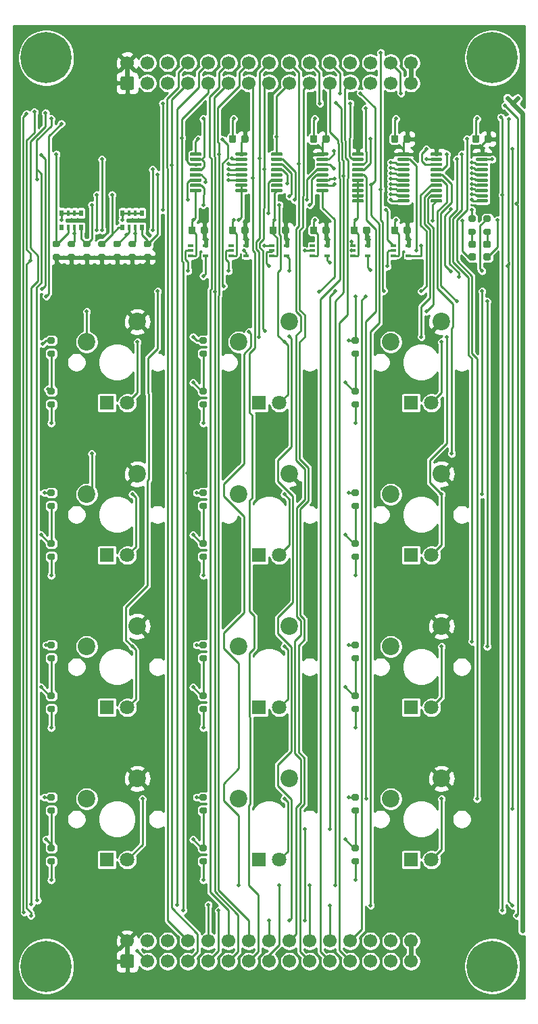
<source format=gbr>
%TF.GenerationSoftware,KiCad,Pcbnew,(5.1.9)-1*%
%TF.CreationDate,2021-05-31T11:32:24+02:00*%
%TF.ProjectId,periph_numpad,70657269-7068-45f6-9e75-6d7061642e6b,v1.0*%
%TF.SameCoordinates,Original*%
%TF.FileFunction,Copper,L1,Top*%
%TF.FilePolarity,Positive*%
%FSLAX46Y46*%
G04 Gerber Fmt 4.6, Leading zero omitted, Abs format (unit mm)*
G04 Created by KiCad (PCBNEW (5.1.9)-1) date 2021-05-31 11:32:24*
%MOMM*%
%LPD*%
G01*
G04 APERTURE LIST*
%TA.AperFunction,ComponentPad*%
%ADD10C,0.800000*%
%TD*%
%TA.AperFunction,ComponentPad*%
%ADD11C,6.400000*%
%TD*%
%TA.AperFunction,SMDPad,CuDef*%
%ADD12R,0.650000X0.400000*%
%TD*%
%TA.AperFunction,ComponentPad*%
%ADD13C,2.200000*%
%TD*%
%TA.AperFunction,SMDPad,CuDef*%
%ADD14R,0.500000X0.800000*%
%TD*%
%TA.AperFunction,SMDPad,CuDef*%
%ADD15R,0.400000X0.800000*%
%TD*%
%TA.AperFunction,ComponentPad*%
%ADD16C,1.700000*%
%TD*%
%TA.AperFunction,ComponentPad*%
%ADD17C,1.800000*%
%TD*%
%TA.AperFunction,ComponentPad*%
%ADD18R,1.800000X1.800000*%
%TD*%
%TA.AperFunction,ViaPad*%
%ADD19C,0.470000*%
%TD*%
%TA.AperFunction,Conductor*%
%ADD20C,0.250000*%
%TD*%
%TA.AperFunction,Conductor*%
%ADD21C,0.600000*%
%TD*%
%TA.AperFunction,Conductor*%
%ADD22C,0.254000*%
%TD*%
%TA.AperFunction,Conductor*%
%ADD23C,0.100000*%
%TD*%
G04 APERTURE END LIST*
D10*
%TO.P,H1,1*%
%TO.N,N/C*%
X73452056Y-54817944D03*
X71755000Y-54115000D03*
X70057944Y-54817944D03*
X69355000Y-56515000D03*
X70057944Y-58212056D03*
X71755000Y-58915000D03*
X73452056Y-58212056D03*
X74155000Y-56515000D03*
D11*
X71755000Y-56515000D03*
%TD*%
%TO.P,U1,16*%
%TO.N,+5V*%
%TA.AperFunction,SMDPad,CuDef*%
G36*
G01*
X95470000Y-68680000D02*
X95470000Y-68480000D01*
G75*
G02*
X95570000Y-68380000I100000J0D01*
G01*
X96845000Y-68380000D01*
G75*
G02*
X96945000Y-68480000I0J-100000D01*
G01*
X96945000Y-68680000D01*
G75*
G02*
X96845000Y-68780000I-100000J0D01*
G01*
X95570000Y-68780000D01*
G75*
G02*
X95470000Y-68680000I0J100000D01*
G01*
G37*
%TD.AperFunction*%
%TO.P,U1,15*%
%TO.N,/S3*%
%TA.AperFunction,SMDPad,CuDef*%
G36*
G01*
X95470000Y-69330000D02*
X95470000Y-69130000D01*
G75*
G02*
X95570000Y-69030000I100000J0D01*
G01*
X96845000Y-69030000D01*
G75*
G02*
X96945000Y-69130000I0J-100000D01*
G01*
X96945000Y-69330000D01*
G75*
G02*
X96845000Y-69430000I-100000J0D01*
G01*
X95570000Y-69430000D01*
G75*
G02*
X95470000Y-69330000I0J100000D01*
G01*
G37*
%TD.AperFunction*%
%TO.P,U1,14*%
%TO.N,/PeriphA2*%
%TA.AperFunction,SMDPad,CuDef*%
G36*
G01*
X95470000Y-69980000D02*
X95470000Y-69780000D01*
G75*
G02*
X95570000Y-69680000I100000J0D01*
G01*
X96845000Y-69680000D01*
G75*
G02*
X96945000Y-69780000I0J-100000D01*
G01*
X96945000Y-69980000D01*
G75*
G02*
X96845000Y-70080000I-100000J0D01*
G01*
X95570000Y-70080000D01*
G75*
G02*
X95470000Y-69980000I0J100000D01*
G01*
G37*
%TD.AperFunction*%
%TO.P,U1,13*%
%TO.N,/S2*%
%TA.AperFunction,SMDPad,CuDef*%
G36*
G01*
X95470000Y-70630000D02*
X95470000Y-70430000D01*
G75*
G02*
X95570000Y-70330000I100000J0D01*
G01*
X96845000Y-70330000D01*
G75*
G02*
X96945000Y-70430000I0J-100000D01*
G01*
X96945000Y-70630000D01*
G75*
G02*
X96845000Y-70730000I-100000J0D01*
G01*
X95570000Y-70730000D01*
G75*
G02*
X95470000Y-70630000I0J100000D01*
G01*
G37*
%TD.AperFunction*%
%TO.P,U1,12*%
%TO.N,/S1*%
%TA.AperFunction,SMDPad,CuDef*%
G36*
G01*
X95470000Y-71280000D02*
X95470000Y-71080000D01*
G75*
G02*
X95570000Y-70980000I100000J0D01*
G01*
X96845000Y-70980000D01*
G75*
G02*
X96945000Y-71080000I0J-100000D01*
G01*
X96945000Y-71280000D01*
G75*
G02*
X96845000Y-71380000I-100000J0D01*
G01*
X95570000Y-71380000D01*
G75*
G02*
X95470000Y-71280000I0J100000D01*
G01*
G37*
%TD.AperFunction*%
%TO.P,U1,11*%
%TO.N,/PeriphA1*%
%TA.AperFunction,SMDPad,CuDef*%
G36*
G01*
X95470000Y-71930000D02*
X95470000Y-71730000D01*
G75*
G02*
X95570000Y-71630000I100000J0D01*
G01*
X96845000Y-71630000D01*
G75*
G02*
X96945000Y-71730000I0J-100000D01*
G01*
X96945000Y-71930000D01*
G75*
G02*
X96845000Y-72030000I-100000J0D01*
G01*
X95570000Y-72030000D01*
G75*
G02*
X95470000Y-71930000I0J100000D01*
G01*
G37*
%TD.AperFunction*%
%TO.P,U1,10*%
%TO.N,GND*%
%TA.AperFunction,SMDPad,CuDef*%
G36*
G01*
X95470000Y-72580000D02*
X95470000Y-72380000D01*
G75*
G02*
X95570000Y-72280000I100000J0D01*
G01*
X96845000Y-72280000D01*
G75*
G02*
X96945000Y-72380000I0J-100000D01*
G01*
X96945000Y-72580000D01*
G75*
G02*
X96845000Y-72680000I-100000J0D01*
G01*
X95570000Y-72680000D01*
G75*
G02*
X95470000Y-72580000I0J100000D01*
G01*
G37*
%TD.AperFunction*%
%TO.P,U1,9*%
%TA.AperFunction,SMDPad,CuDef*%
G36*
G01*
X95470000Y-73230000D02*
X95470000Y-73030000D01*
G75*
G02*
X95570000Y-72930000I100000J0D01*
G01*
X96845000Y-72930000D01*
G75*
G02*
X96945000Y-73030000I0J-100000D01*
G01*
X96945000Y-73230000D01*
G75*
G02*
X96845000Y-73330000I-100000J0D01*
G01*
X95570000Y-73330000D01*
G75*
G02*
X95470000Y-73230000I0J100000D01*
G01*
G37*
%TD.AperFunction*%
%TO.P,U1,8*%
%TA.AperFunction,SMDPad,CuDef*%
G36*
G01*
X89745000Y-73230000D02*
X89745000Y-73030000D01*
G75*
G02*
X89845000Y-72930000I100000J0D01*
G01*
X91120000Y-72930000D01*
G75*
G02*
X91220000Y-73030000I0J-100000D01*
G01*
X91220000Y-73230000D01*
G75*
G02*
X91120000Y-73330000I-100000J0D01*
G01*
X89845000Y-73330000D01*
G75*
G02*
X89745000Y-73230000I0J100000D01*
G01*
G37*
%TD.AperFunction*%
%TO.P,U1,7*%
%TO.N,Net-(U1-Pad7)*%
%TA.AperFunction,SMDPad,CuDef*%
G36*
G01*
X89745000Y-72580000D02*
X89745000Y-72380000D01*
G75*
G02*
X89845000Y-72280000I100000J0D01*
G01*
X91120000Y-72280000D01*
G75*
G02*
X91220000Y-72380000I0J-100000D01*
G01*
X91220000Y-72580000D01*
G75*
G02*
X91120000Y-72680000I-100000J0D01*
G01*
X89845000Y-72680000D01*
G75*
G02*
X89745000Y-72580000I0J100000D01*
G01*
G37*
%TD.AperFunction*%
%TO.P,U1,6*%
%TO.N,Net-(U1-Pad6)*%
%TA.AperFunction,SMDPad,CuDef*%
G36*
G01*
X89745000Y-71930000D02*
X89745000Y-71730000D01*
G75*
G02*
X89845000Y-71630000I100000J0D01*
G01*
X91120000Y-71630000D01*
G75*
G02*
X91220000Y-71730000I0J-100000D01*
G01*
X91220000Y-71930000D01*
G75*
G02*
X91120000Y-72030000I-100000J0D01*
G01*
X89845000Y-72030000D01*
G75*
G02*
X89745000Y-71930000I0J100000D01*
G01*
G37*
%TD.AperFunction*%
%TO.P,U1,5*%
%TO.N,Net-(U1-Pad5)*%
%TA.AperFunction,SMDPad,CuDef*%
G36*
G01*
X89745000Y-71280000D02*
X89745000Y-71080000D01*
G75*
G02*
X89845000Y-70980000I100000J0D01*
G01*
X91120000Y-70980000D01*
G75*
G02*
X91220000Y-71080000I0J-100000D01*
G01*
X91220000Y-71280000D01*
G75*
G02*
X91120000Y-71380000I-100000J0D01*
G01*
X89845000Y-71380000D01*
G75*
G02*
X89745000Y-71280000I0J100000D01*
G01*
G37*
%TD.AperFunction*%
%TO.P,U1,4*%
%TO.N,GND*%
%TA.AperFunction,SMDPad,CuDef*%
G36*
G01*
X89745000Y-70630000D02*
X89745000Y-70430000D01*
G75*
G02*
X89845000Y-70330000I100000J0D01*
G01*
X91120000Y-70330000D01*
G75*
G02*
X91220000Y-70430000I0J-100000D01*
G01*
X91220000Y-70630000D01*
G75*
G02*
X91120000Y-70730000I-100000J0D01*
G01*
X89845000Y-70730000D01*
G75*
G02*
X89745000Y-70630000I0J100000D01*
G01*
G37*
%TD.AperFunction*%
%TO.P,U1,3*%
%TO.N,+5V*%
%TA.AperFunction,SMDPad,CuDef*%
G36*
G01*
X89745000Y-69980000D02*
X89745000Y-69780000D01*
G75*
G02*
X89845000Y-69680000I100000J0D01*
G01*
X91120000Y-69680000D01*
G75*
G02*
X91220000Y-69780000I0J-100000D01*
G01*
X91220000Y-69980000D01*
G75*
G02*
X91120000Y-70080000I-100000J0D01*
G01*
X89845000Y-70080000D01*
G75*
G02*
X89745000Y-69980000I0J100000D01*
G01*
G37*
%TD.AperFunction*%
%TO.P,U1,2*%
%TO.N,GND*%
%TA.AperFunction,SMDPad,CuDef*%
G36*
G01*
X89745000Y-69330000D02*
X89745000Y-69130000D01*
G75*
G02*
X89845000Y-69030000I100000J0D01*
G01*
X91120000Y-69030000D01*
G75*
G02*
X91220000Y-69130000I0J-100000D01*
G01*
X91220000Y-69330000D01*
G75*
G02*
X91120000Y-69430000I-100000J0D01*
G01*
X89845000Y-69430000D01*
G75*
G02*
X89745000Y-69330000I0J100000D01*
G01*
G37*
%TD.AperFunction*%
%TO.P,U1,1*%
%TO.N,/PeriphA3*%
%TA.AperFunction,SMDPad,CuDef*%
G36*
G01*
X89745000Y-68680000D02*
X89745000Y-68480000D01*
G75*
G02*
X89845000Y-68380000I100000J0D01*
G01*
X91120000Y-68380000D01*
G75*
G02*
X91220000Y-68480000I0J-100000D01*
G01*
X91220000Y-68680000D01*
G75*
G02*
X91120000Y-68780000I-100000J0D01*
G01*
X89845000Y-68780000D01*
G75*
G02*
X89745000Y-68680000I0J100000D01*
G01*
G37*
%TD.AperFunction*%
%TD*%
%TO.P,R33,2*%
%TO.N,Net-(D14-Pad2)*%
%TA.AperFunction,SMDPad,CuDef*%
G36*
G01*
X124820000Y-77895000D02*
X125370000Y-77895000D01*
G75*
G02*
X125570000Y-78095000I0J-200000D01*
G01*
X125570000Y-78495000D01*
G75*
G02*
X125370000Y-78695000I-200000J0D01*
G01*
X124820000Y-78695000D01*
G75*
G02*
X124620000Y-78495000I0J200000D01*
G01*
X124620000Y-78095000D01*
G75*
G02*
X124820000Y-77895000I200000J0D01*
G01*
G37*
%TD.AperFunction*%
%TO.P,R33,1*%
%TO.N,/Read_High*%
%TA.AperFunction,SMDPad,CuDef*%
G36*
G01*
X124820000Y-76245000D02*
X125370000Y-76245000D01*
G75*
G02*
X125570000Y-76445000I0J-200000D01*
G01*
X125570000Y-76845000D01*
G75*
G02*
X125370000Y-77045000I-200000J0D01*
G01*
X124820000Y-77045000D01*
G75*
G02*
X124620000Y-76845000I0J200000D01*
G01*
X124620000Y-76445000D01*
G75*
G02*
X124820000Y-76245000I200000J0D01*
G01*
G37*
%TD.AperFunction*%
%TD*%
%TO.P,R32,2*%
%TO.N,Net-(D13-Pad2)*%
%TA.AperFunction,SMDPad,CuDef*%
G36*
G01*
X126725000Y-77895000D02*
X127275000Y-77895000D01*
G75*
G02*
X127475000Y-78095000I0J-200000D01*
G01*
X127475000Y-78495000D01*
G75*
G02*
X127275000Y-78695000I-200000J0D01*
G01*
X126725000Y-78695000D01*
G75*
G02*
X126525000Y-78495000I0J200000D01*
G01*
X126525000Y-78095000D01*
G75*
G02*
X126725000Y-77895000I200000J0D01*
G01*
G37*
%TD.AperFunction*%
%TO.P,R32,1*%
%TO.N,/Read_Low*%
%TA.AperFunction,SMDPad,CuDef*%
G36*
G01*
X126725000Y-76245000D02*
X127275000Y-76245000D01*
G75*
G02*
X127475000Y-76445000I0J-200000D01*
G01*
X127475000Y-76845000D01*
G75*
G02*
X127275000Y-77045000I-200000J0D01*
G01*
X126725000Y-77045000D01*
G75*
G02*
X126525000Y-76845000I0J200000D01*
G01*
X126525000Y-76445000D01*
G75*
G02*
X126725000Y-76245000I200000J0D01*
G01*
G37*
%TD.AperFunction*%
%TD*%
D12*
%TO.P,U10,5*%
%TO.N,+5V*%
X117155000Y-79995000D03*
%TO.P,U10,4*%
%TO.N,Net-(U10-Pad4)*%
X117155000Y-81295000D03*
%TO.P,U10,2*%
%TO.N,/Periph_R*%
X115255000Y-80645000D03*
%TO.P,U10,3*%
%TO.N,GND*%
X115255000Y-81295000D03*
%TO.P,U10,1*%
%TO.N,Net-(U10-Pad1)*%
X115255000Y-79995000D03*
%TD*%
%TO.P,C10,2*%
%TO.N,+5V*%
%TA.AperFunction,SMDPad,CuDef*%
G36*
G01*
X116530000Y-78355000D02*
X116530000Y-77855000D01*
G75*
G02*
X116755000Y-77630000I225000J0D01*
G01*
X117205000Y-77630000D01*
G75*
G02*
X117430000Y-77855000I0J-225000D01*
G01*
X117430000Y-78355000D01*
G75*
G02*
X117205000Y-78580000I-225000J0D01*
G01*
X116755000Y-78580000D01*
G75*
G02*
X116530000Y-78355000I0J225000D01*
G01*
G37*
%TD.AperFunction*%
%TO.P,C10,1*%
%TO.N,GND*%
%TA.AperFunction,SMDPad,CuDef*%
G36*
G01*
X114980000Y-78355000D02*
X114980000Y-77855000D01*
G75*
G02*
X115205000Y-77630000I225000J0D01*
G01*
X115655000Y-77630000D01*
G75*
G02*
X115880000Y-77855000I0J-225000D01*
G01*
X115880000Y-78355000D01*
G75*
G02*
X115655000Y-78580000I-225000J0D01*
G01*
X115205000Y-78580000D01*
G75*
G02*
X114980000Y-78355000I0J225000D01*
G01*
G37*
%TD.AperFunction*%
%TD*%
%TO.P,R7,2*%
%TO.N,/S7*%
%TA.AperFunction,SMDPad,CuDef*%
G36*
G01*
X73300000Y-80220000D02*
X72750000Y-80220000D01*
G75*
G02*
X72550000Y-80020000I0J200000D01*
G01*
X72550000Y-79620000D01*
G75*
G02*
X72750000Y-79420000I200000J0D01*
G01*
X73300000Y-79420000D01*
G75*
G02*
X73500000Y-79620000I0J-200000D01*
G01*
X73500000Y-80020000D01*
G75*
G02*
X73300000Y-80220000I-200000J0D01*
G01*
G37*
%TD.AperFunction*%
%TO.P,R7,1*%
%TO.N,+5V*%
%TA.AperFunction,SMDPad,CuDef*%
G36*
G01*
X73300000Y-81870000D02*
X72750000Y-81870000D01*
G75*
G02*
X72550000Y-81670000I0J200000D01*
G01*
X72550000Y-81270000D01*
G75*
G02*
X72750000Y-81070000I200000J0D01*
G01*
X73300000Y-81070000D01*
G75*
G02*
X73500000Y-81270000I0J-200000D01*
G01*
X73500000Y-81670000D01*
G75*
G02*
X73300000Y-81870000I-200000J0D01*
G01*
G37*
%TD.AperFunction*%
%TD*%
%TO.P,R6,2*%
%TO.N,/S6*%
%TA.AperFunction,SMDPad,CuDef*%
G36*
G01*
X75205000Y-80220000D02*
X74655000Y-80220000D01*
G75*
G02*
X74455000Y-80020000I0J200000D01*
G01*
X74455000Y-79620000D01*
G75*
G02*
X74655000Y-79420000I200000J0D01*
G01*
X75205000Y-79420000D01*
G75*
G02*
X75405000Y-79620000I0J-200000D01*
G01*
X75405000Y-80020000D01*
G75*
G02*
X75205000Y-80220000I-200000J0D01*
G01*
G37*
%TD.AperFunction*%
%TO.P,R6,1*%
%TO.N,+5V*%
%TA.AperFunction,SMDPad,CuDef*%
G36*
G01*
X75205000Y-81870000D02*
X74655000Y-81870000D01*
G75*
G02*
X74455000Y-81670000I0J200000D01*
G01*
X74455000Y-81270000D01*
G75*
G02*
X74655000Y-81070000I200000J0D01*
G01*
X75205000Y-81070000D01*
G75*
G02*
X75405000Y-81270000I0J-200000D01*
G01*
X75405000Y-81670000D01*
G75*
G02*
X75205000Y-81870000I-200000J0D01*
G01*
G37*
%TD.AperFunction*%
%TD*%
%TO.P,R5,2*%
%TO.N,/S5*%
%TA.AperFunction,SMDPad,CuDef*%
G36*
G01*
X77110000Y-80220000D02*
X76560000Y-80220000D01*
G75*
G02*
X76360000Y-80020000I0J200000D01*
G01*
X76360000Y-79620000D01*
G75*
G02*
X76560000Y-79420000I200000J0D01*
G01*
X77110000Y-79420000D01*
G75*
G02*
X77310000Y-79620000I0J-200000D01*
G01*
X77310000Y-80020000D01*
G75*
G02*
X77110000Y-80220000I-200000J0D01*
G01*
G37*
%TD.AperFunction*%
%TO.P,R5,1*%
%TO.N,+5V*%
%TA.AperFunction,SMDPad,CuDef*%
G36*
G01*
X77110000Y-81870000D02*
X76560000Y-81870000D01*
G75*
G02*
X76360000Y-81670000I0J200000D01*
G01*
X76360000Y-81270000D01*
G75*
G02*
X76560000Y-81070000I200000J0D01*
G01*
X77110000Y-81070000D01*
G75*
G02*
X77310000Y-81270000I0J-200000D01*
G01*
X77310000Y-81670000D01*
G75*
G02*
X77110000Y-81870000I-200000J0D01*
G01*
G37*
%TD.AperFunction*%
%TD*%
%TO.P,R4,2*%
%TO.N,/S4*%
%TA.AperFunction,SMDPad,CuDef*%
G36*
G01*
X79015000Y-80220000D02*
X78465000Y-80220000D01*
G75*
G02*
X78265000Y-80020000I0J200000D01*
G01*
X78265000Y-79620000D01*
G75*
G02*
X78465000Y-79420000I200000J0D01*
G01*
X79015000Y-79420000D01*
G75*
G02*
X79215000Y-79620000I0J-200000D01*
G01*
X79215000Y-80020000D01*
G75*
G02*
X79015000Y-80220000I-200000J0D01*
G01*
G37*
%TD.AperFunction*%
%TO.P,R4,1*%
%TO.N,+5V*%
%TA.AperFunction,SMDPad,CuDef*%
G36*
G01*
X79015000Y-81870000D02*
X78465000Y-81870000D01*
G75*
G02*
X78265000Y-81670000I0J200000D01*
G01*
X78265000Y-81270000D01*
G75*
G02*
X78465000Y-81070000I200000J0D01*
G01*
X79015000Y-81070000D01*
G75*
G02*
X79215000Y-81270000I0J-200000D01*
G01*
X79215000Y-81670000D01*
G75*
G02*
X79015000Y-81870000I-200000J0D01*
G01*
G37*
%TD.AperFunction*%
%TD*%
%TO.P,R3,2*%
%TO.N,/S3*%
%TA.AperFunction,SMDPad,CuDef*%
G36*
G01*
X80920000Y-80220000D02*
X80370000Y-80220000D01*
G75*
G02*
X80170000Y-80020000I0J200000D01*
G01*
X80170000Y-79620000D01*
G75*
G02*
X80370000Y-79420000I200000J0D01*
G01*
X80920000Y-79420000D01*
G75*
G02*
X81120000Y-79620000I0J-200000D01*
G01*
X81120000Y-80020000D01*
G75*
G02*
X80920000Y-80220000I-200000J0D01*
G01*
G37*
%TD.AperFunction*%
%TO.P,R3,1*%
%TO.N,+5V*%
%TA.AperFunction,SMDPad,CuDef*%
G36*
G01*
X80920000Y-81870000D02*
X80370000Y-81870000D01*
G75*
G02*
X80170000Y-81670000I0J200000D01*
G01*
X80170000Y-81270000D01*
G75*
G02*
X80370000Y-81070000I200000J0D01*
G01*
X80920000Y-81070000D01*
G75*
G02*
X81120000Y-81270000I0J-200000D01*
G01*
X81120000Y-81670000D01*
G75*
G02*
X80920000Y-81870000I-200000J0D01*
G01*
G37*
%TD.AperFunction*%
%TD*%
%TO.P,R2,2*%
%TO.N,/S2*%
%TA.AperFunction,SMDPad,CuDef*%
G36*
G01*
X82825000Y-80220000D02*
X82275000Y-80220000D01*
G75*
G02*
X82075000Y-80020000I0J200000D01*
G01*
X82075000Y-79620000D01*
G75*
G02*
X82275000Y-79420000I200000J0D01*
G01*
X82825000Y-79420000D01*
G75*
G02*
X83025000Y-79620000I0J-200000D01*
G01*
X83025000Y-80020000D01*
G75*
G02*
X82825000Y-80220000I-200000J0D01*
G01*
G37*
%TD.AperFunction*%
%TO.P,R2,1*%
%TO.N,+5V*%
%TA.AperFunction,SMDPad,CuDef*%
G36*
G01*
X82825000Y-81870000D02*
X82275000Y-81870000D01*
G75*
G02*
X82075000Y-81670000I0J200000D01*
G01*
X82075000Y-81270000D01*
G75*
G02*
X82275000Y-81070000I200000J0D01*
G01*
X82825000Y-81070000D01*
G75*
G02*
X83025000Y-81270000I0J-200000D01*
G01*
X83025000Y-81670000D01*
G75*
G02*
X82825000Y-81870000I-200000J0D01*
G01*
G37*
%TD.AperFunction*%
%TD*%
%TO.P,R1,2*%
%TO.N,/S1*%
%TA.AperFunction,SMDPad,CuDef*%
G36*
G01*
X84730000Y-80220000D02*
X84180000Y-80220000D01*
G75*
G02*
X83980000Y-80020000I0J200000D01*
G01*
X83980000Y-79620000D01*
G75*
G02*
X84180000Y-79420000I200000J0D01*
G01*
X84730000Y-79420000D01*
G75*
G02*
X84930000Y-79620000I0J-200000D01*
G01*
X84930000Y-80020000D01*
G75*
G02*
X84730000Y-80220000I-200000J0D01*
G01*
G37*
%TD.AperFunction*%
%TO.P,R1,1*%
%TO.N,+5V*%
%TA.AperFunction,SMDPad,CuDef*%
G36*
G01*
X84730000Y-81870000D02*
X84180000Y-81870000D01*
G75*
G02*
X83980000Y-81670000I0J200000D01*
G01*
X83980000Y-81270000D01*
G75*
G02*
X84180000Y-81070000I200000J0D01*
G01*
X84730000Y-81070000D01*
G75*
G02*
X84930000Y-81270000I0J-200000D01*
G01*
X84930000Y-81670000D01*
G75*
G02*
X84730000Y-81870000I-200000J0D01*
G01*
G37*
%TD.AperFunction*%
%TD*%
%TO.P,D14,2*%
%TO.N,Net-(D14-Pad2)*%
%TA.AperFunction,SMDPad,CuDef*%
G36*
G01*
X125401250Y-80295000D02*
X124888750Y-80295000D01*
G75*
G02*
X124670000Y-80076250I0J218750D01*
G01*
X124670000Y-79638750D01*
G75*
G02*
X124888750Y-79420000I218750J0D01*
G01*
X125401250Y-79420000D01*
G75*
G02*
X125620000Y-79638750I0J-218750D01*
G01*
X125620000Y-80076250D01*
G75*
G02*
X125401250Y-80295000I-218750J0D01*
G01*
G37*
%TD.AperFunction*%
%TO.P,D14,1*%
%TO.N,GND*%
%TA.AperFunction,SMDPad,CuDef*%
G36*
G01*
X125401250Y-81870000D02*
X124888750Y-81870000D01*
G75*
G02*
X124670000Y-81651250I0J218750D01*
G01*
X124670000Y-81213750D01*
G75*
G02*
X124888750Y-80995000I218750J0D01*
G01*
X125401250Y-80995000D01*
G75*
G02*
X125620000Y-81213750I0J-218750D01*
G01*
X125620000Y-81651250D01*
G75*
G02*
X125401250Y-81870000I-218750J0D01*
G01*
G37*
%TD.AperFunction*%
%TD*%
%TO.P,D13,2*%
%TO.N,Net-(D13-Pad2)*%
%TA.AperFunction,SMDPad,CuDef*%
G36*
G01*
X127256250Y-80295000D02*
X126743750Y-80295000D01*
G75*
G02*
X126525000Y-80076250I0J218750D01*
G01*
X126525000Y-79638750D01*
G75*
G02*
X126743750Y-79420000I218750J0D01*
G01*
X127256250Y-79420000D01*
G75*
G02*
X127475000Y-79638750I0J-218750D01*
G01*
X127475000Y-80076250D01*
G75*
G02*
X127256250Y-80295000I-218750J0D01*
G01*
G37*
%TD.AperFunction*%
%TO.P,D13,1*%
%TO.N,GND*%
%TA.AperFunction,SMDPad,CuDef*%
G36*
G01*
X127256250Y-81870000D02*
X126743750Y-81870000D01*
G75*
G02*
X126525000Y-81651250I0J218750D01*
G01*
X126525000Y-81213750D01*
G75*
G02*
X126743750Y-80995000I218750J0D01*
G01*
X127256250Y-80995000D01*
G75*
G02*
X127475000Y-81213750I0J-218750D01*
G01*
X127475000Y-81651250D01*
G75*
G02*
X127256250Y-81870000I-218750J0D01*
G01*
G37*
%TD.AperFunction*%
%TD*%
%TO.P,U9,20*%
%TO.N,+5V*%
%TA.AperFunction,SMDPad,CuDef*%
G36*
G01*
X115790000Y-68680000D02*
X115790000Y-68480000D01*
G75*
G02*
X115890000Y-68380000I100000J0D01*
G01*
X117165000Y-68380000D01*
G75*
G02*
X117265000Y-68480000I0J-100000D01*
G01*
X117265000Y-68680000D01*
G75*
G02*
X117165000Y-68780000I-100000J0D01*
G01*
X115890000Y-68780000D01*
G75*
G02*
X115790000Y-68680000I0J100000D01*
G01*
G37*
%TD.AperFunction*%
%TO.P,U9,19*%
%TO.N,Net-(U7-Pad4)*%
%TA.AperFunction,SMDPad,CuDef*%
G36*
G01*
X115790000Y-69330000D02*
X115790000Y-69130000D01*
G75*
G02*
X115890000Y-69030000I100000J0D01*
G01*
X117165000Y-69030000D01*
G75*
G02*
X117265000Y-69130000I0J-100000D01*
G01*
X117265000Y-69330000D01*
G75*
G02*
X117165000Y-69430000I-100000J0D01*
G01*
X115890000Y-69430000D01*
G75*
G02*
X115790000Y-69330000I0J100000D01*
G01*
G37*
%TD.AperFunction*%
%TO.P,U9,18*%
%TO.N,/DB0*%
%TA.AperFunction,SMDPad,CuDef*%
G36*
G01*
X115790000Y-69980000D02*
X115790000Y-69780000D01*
G75*
G02*
X115890000Y-69680000I100000J0D01*
G01*
X117165000Y-69680000D01*
G75*
G02*
X117265000Y-69780000I0J-100000D01*
G01*
X117265000Y-69980000D01*
G75*
G02*
X117165000Y-70080000I-100000J0D01*
G01*
X115890000Y-70080000D01*
G75*
G02*
X115790000Y-69980000I0J100000D01*
G01*
G37*
%TD.AperFunction*%
%TO.P,U9,17*%
%TO.N,/DB1*%
%TA.AperFunction,SMDPad,CuDef*%
G36*
G01*
X115790000Y-70630000D02*
X115790000Y-70430000D01*
G75*
G02*
X115890000Y-70330000I100000J0D01*
G01*
X117165000Y-70330000D01*
G75*
G02*
X117265000Y-70430000I0J-100000D01*
G01*
X117265000Y-70630000D01*
G75*
G02*
X117165000Y-70730000I-100000J0D01*
G01*
X115890000Y-70730000D01*
G75*
G02*
X115790000Y-70630000I0J100000D01*
G01*
G37*
%TD.AperFunction*%
%TO.P,U9,16*%
%TO.N,/DB2*%
%TA.AperFunction,SMDPad,CuDef*%
G36*
G01*
X115790000Y-71280000D02*
X115790000Y-71080000D01*
G75*
G02*
X115890000Y-70980000I100000J0D01*
G01*
X117165000Y-70980000D01*
G75*
G02*
X117265000Y-71080000I0J-100000D01*
G01*
X117265000Y-71280000D01*
G75*
G02*
X117165000Y-71380000I-100000J0D01*
G01*
X115890000Y-71380000D01*
G75*
G02*
X115790000Y-71280000I0J100000D01*
G01*
G37*
%TD.AperFunction*%
%TO.P,U9,15*%
%TO.N,/DB3*%
%TA.AperFunction,SMDPad,CuDef*%
G36*
G01*
X115790000Y-71930000D02*
X115790000Y-71730000D01*
G75*
G02*
X115890000Y-71630000I100000J0D01*
G01*
X117165000Y-71630000D01*
G75*
G02*
X117265000Y-71730000I0J-100000D01*
G01*
X117265000Y-71930000D01*
G75*
G02*
X117165000Y-72030000I-100000J0D01*
G01*
X115890000Y-72030000D01*
G75*
G02*
X115790000Y-71930000I0J100000D01*
G01*
G37*
%TD.AperFunction*%
%TO.P,U9,14*%
%TO.N,/DB4*%
%TA.AperFunction,SMDPad,CuDef*%
G36*
G01*
X115790000Y-72580000D02*
X115790000Y-72380000D01*
G75*
G02*
X115890000Y-72280000I100000J0D01*
G01*
X117165000Y-72280000D01*
G75*
G02*
X117265000Y-72380000I0J-100000D01*
G01*
X117265000Y-72580000D01*
G75*
G02*
X117165000Y-72680000I-100000J0D01*
G01*
X115890000Y-72680000D01*
G75*
G02*
X115790000Y-72580000I0J100000D01*
G01*
G37*
%TD.AperFunction*%
%TO.P,U9,13*%
%TO.N,/DB5*%
%TA.AperFunction,SMDPad,CuDef*%
G36*
G01*
X115790000Y-73230000D02*
X115790000Y-73030000D01*
G75*
G02*
X115890000Y-72930000I100000J0D01*
G01*
X117165000Y-72930000D01*
G75*
G02*
X117265000Y-73030000I0J-100000D01*
G01*
X117265000Y-73230000D01*
G75*
G02*
X117165000Y-73330000I-100000J0D01*
G01*
X115890000Y-73330000D01*
G75*
G02*
X115790000Y-73230000I0J100000D01*
G01*
G37*
%TD.AperFunction*%
%TO.P,U9,12*%
%TO.N,/DB6*%
%TA.AperFunction,SMDPad,CuDef*%
G36*
G01*
X115790000Y-73880000D02*
X115790000Y-73680000D01*
G75*
G02*
X115890000Y-73580000I100000J0D01*
G01*
X117165000Y-73580000D01*
G75*
G02*
X117265000Y-73680000I0J-100000D01*
G01*
X117265000Y-73880000D01*
G75*
G02*
X117165000Y-73980000I-100000J0D01*
G01*
X115890000Y-73980000D01*
G75*
G02*
X115790000Y-73880000I0J100000D01*
G01*
G37*
%TD.AperFunction*%
%TO.P,U9,11*%
%TO.N,/DB7*%
%TA.AperFunction,SMDPad,CuDef*%
G36*
G01*
X115790000Y-74530000D02*
X115790000Y-74330000D01*
G75*
G02*
X115890000Y-74230000I100000J0D01*
G01*
X117165000Y-74230000D01*
G75*
G02*
X117265000Y-74330000I0J-100000D01*
G01*
X117265000Y-74530000D01*
G75*
G02*
X117165000Y-74630000I-100000J0D01*
G01*
X115890000Y-74630000D01*
G75*
G02*
X115790000Y-74530000I0J100000D01*
G01*
G37*
%TD.AperFunction*%
%TO.P,U9,10*%
%TO.N,GND*%
%TA.AperFunction,SMDPad,CuDef*%
G36*
G01*
X110065000Y-74530000D02*
X110065000Y-74330000D01*
G75*
G02*
X110165000Y-74230000I100000J0D01*
G01*
X111440000Y-74230000D01*
G75*
G02*
X111540000Y-74330000I0J-100000D01*
G01*
X111540000Y-74530000D01*
G75*
G02*
X111440000Y-74630000I-100000J0D01*
G01*
X110165000Y-74630000D01*
G75*
G02*
X110065000Y-74530000I0J100000D01*
G01*
G37*
%TD.AperFunction*%
%TO.P,U9,9*%
%TA.AperFunction,SMDPad,CuDef*%
G36*
G01*
X110065000Y-73880000D02*
X110065000Y-73680000D01*
G75*
G02*
X110165000Y-73580000I100000J0D01*
G01*
X111440000Y-73580000D01*
G75*
G02*
X111540000Y-73680000I0J-100000D01*
G01*
X111540000Y-73880000D01*
G75*
G02*
X111440000Y-73980000I-100000J0D01*
G01*
X110165000Y-73980000D01*
G75*
G02*
X110065000Y-73880000I0J100000D01*
G01*
G37*
%TD.AperFunction*%
%TO.P,U9,8*%
%TA.AperFunction,SMDPad,CuDef*%
G36*
G01*
X110065000Y-73230000D02*
X110065000Y-73030000D01*
G75*
G02*
X110165000Y-72930000I100000J0D01*
G01*
X111440000Y-72930000D01*
G75*
G02*
X111540000Y-73030000I0J-100000D01*
G01*
X111540000Y-73230000D01*
G75*
G02*
X111440000Y-73330000I-100000J0D01*
G01*
X110165000Y-73330000D01*
G75*
G02*
X110065000Y-73230000I0J100000D01*
G01*
G37*
%TD.AperFunction*%
%TO.P,U9,7*%
%TA.AperFunction,SMDPad,CuDef*%
G36*
G01*
X110065000Y-72580000D02*
X110065000Y-72380000D01*
G75*
G02*
X110165000Y-72280000I100000J0D01*
G01*
X111440000Y-72280000D01*
G75*
G02*
X111540000Y-72380000I0J-100000D01*
G01*
X111540000Y-72580000D01*
G75*
G02*
X111440000Y-72680000I-100000J0D01*
G01*
X110165000Y-72680000D01*
G75*
G02*
X110065000Y-72580000I0J100000D01*
G01*
G37*
%TD.AperFunction*%
%TO.P,U9,6*%
%TA.AperFunction,SMDPad,CuDef*%
G36*
G01*
X110065000Y-71930000D02*
X110065000Y-71730000D01*
G75*
G02*
X110165000Y-71630000I100000J0D01*
G01*
X111440000Y-71630000D01*
G75*
G02*
X111540000Y-71730000I0J-100000D01*
G01*
X111540000Y-71930000D01*
G75*
G02*
X111440000Y-72030000I-100000J0D01*
G01*
X110165000Y-72030000D01*
G75*
G02*
X110065000Y-71930000I0J100000D01*
G01*
G37*
%TD.AperFunction*%
%TO.P,U9,5*%
%TO.N,/Btn_Enter*%
%TA.AperFunction,SMDPad,CuDef*%
G36*
G01*
X110065000Y-71280000D02*
X110065000Y-71080000D01*
G75*
G02*
X110165000Y-70980000I100000J0D01*
G01*
X111440000Y-70980000D01*
G75*
G02*
X111540000Y-71080000I0J-100000D01*
G01*
X111540000Y-71280000D01*
G75*
G02*
X111440000Y-71380000I-100000J0D01*
G01*
X110165000Y-71380000D01*
G75*
G02*
X110065000Y-71280000I0J100000D01*
G01*
G37*
%TD.AperFunction*%
%TO.P,U9,4*%
%TO.N,/Btn_Back*%
%TA.AperFunction,SMDPad,CuDef*%
G36*
G01*
X110065000Y-70630000D02*
X110065000Y-70430000D01*
G75*
G02*
X110165000Y-70330000I100000J0D01*
G01*
X111440000Y-70330000D01*
G75*
G02*
X111540000Y-70430000I0J-100000D01*
G01*
X111540000Y-70630000D01*
G75*
G02*
X111440000Y-70730000I-100000J0D01*
G01*
X110165000Y-70730000D01*
G75*
G02*
X110065000Y-70630000I0J100000D01*
G01*
G37*
%TD.AperFunction*%
%TO.P,U9,3*%
%TO.N,/Btn_9*%
%TA.AperFunction,SMDPad,CuDef*%
G36*
G01*
X110065000Y-69980000D02*
X110065000Y-69780000D01*
G75*
G02*
X110165000Y-69680000I100000J0D01*
G01*
X111440000Y-69680000D01*
G75*
G02*
X111540000Y-69780000I0J-100000D01*
G01*
X111540000Y-69980000D01*
G75*
G02*
X111440000Y-70080000I-100000J0D01*
G01*
X110165000Y-70080000D01*
G75*
G02*
X110065000Y-69980000I0J100000D01*
G01*
G37*
%TD.AperFunction*%
%TO.P,U9,2*%
%TO.N,/Btn_8*%
%TA.AperFunction,SMDPad,CuDef*%
G36*
G01*
X110065000Y-69330000D02*
X110065000Y-69130000D01*
G75*
G02*
X110165000Y-69030000I100000J0D01*
G01*
X111440000Y-69030000D01*
G75*
G02*
X111540000Y-69130000I0J-100000D01*
G01*
X111540000Y-69330000D01*
G75*
G02*
X111440000Y-69430000I-100000J0D01*
G01*
X110165000Y-69430000D01*
G75*
G02*
X110065000Y-69330000I0J100000D01*
G01*
G37*
%TD.AperFunction*%
%TO.P,U9,1*%
%TO.N,+5V*%
%TA.AperFunction,SMDPad,CuDef*%
G36*
G01*
X110065000Y-68680000D02*
X110065000Y-68480000D01*
G75*
G02*
X110165000Y-68380000I100000J0D01*
G01*
X111440000Y-68380000D01*
G75*
G02*
X111540000Y-68480000I0J-100000D01*
G01*
X111540000Y-68680000D01*
G75*
G02*
X111440000Y-68780000I-100000J0D01*
G01*
X110165000Y-68780000D01*
G75*
G02*
X110065000Y-68680000I0J100000D01*
G01*
G37*
%TD.AperFunction*%
%TD*%
%TO.P,U8,20*%
%TO.N,+5V*%
%TA.AperFunction,SMDPad,CuDef*%
G36*
G01*
X125627500Y-68680000D02*
X125627500Y-68480000D01*
G75*
G02*
X125727500Y-68380000I100000J0D01*
G01*
X127002500Y-68380000D01*
G75*
G02*
X127102500Y-68480000I0J-100000D01*
G01*
X127102500Y-68680000D01*
G75*
G02*
X127002500Y-68780000I-100000J0D01*
G01*
X125727500Y-68780000D01*
G75*
G02*
X125627500Y-68680000I0J100000D01*
G01*
G37*
%TD.AperFunction*%
%TO.P,U8,19*%
%TO.N,Net-(U6-Pad4)*%
%TA.AperFunction,SMDPad,CuDef*%
G36*
G01*
X125627500Y-69330000D02*
X125627500Y-69130000D01*
G75*
G02*
X125727500Y-69030000I100000J0D01*
G01*
X127002500Y-69030000D01*
G75*
G02*
X127102500Y-69130000I0J-100000D01*
G01*
X127102500Y-69330000D01*
G75*
G02*
X127002500Y-69430000I-100000J0D01*
G01*
X125727500Y-69430000D01*
G75*
G02*
X125627500Y-69330000I0J100000D01*
G01*
G37*
%TD.AperFunction*%
%TO.P,U8,18*%
%TO.N,/DB0*%
%TA.AperFunction,SMDPad,CuDef*%
G36*
G01*
X125627500Y-69980000D02*
X125627500Y-69780000D01*
G75*
G02*
X125727500Y-69680000I100000J0D01*
G01*
X127002500Y-69680000D01*
G75*
G02*
X127102500Y-69780000I0J-100000D01*
G01*
X127102500Y-69980000D01*
G75*
G02*
X127002500Y-70080000I-100000J0D01*
G01*
X125727500Y-70080000D01*
G75*
G02*
X125627500Y-69980000I0J100000D01*
G01*
G37*
%TD.AperFunction*%
%TO.P,U8,17*%
%TO.N,/DB1*%
%TA.AperFunction,SMDPad,CuDef*%
G36*
G01*
X125627500Y-70630000D02*
X125627500Y-70430000D01*
G75*
G02*
X125727500Y-70330000I100000J0D01*
G01*
X127002500Y-70330000D01*
G75*
G02*
X127102500Y-70430000I0J-100000D01*
G01*
X127102500Y-70630000D01*
G75*
G02*
X127002500Y-70730000I-100000J0D01*
G01*
X125727500Y-70730000D01*
G75*
G02*
X125627500Y-70630000I0J100000D01*
G01*
G37*
%TD.AperFunction*%
%TO.P,U8,16*%
%TO.N,/DB2*%
%TA.AperFunction,SMDPad,CuDef*%
G36*
G01*
X125627500Y-71280000D02*
X125627500Y-71080000D01*
G75*
G02*
X125727500Y-70980000I100000J0D01*
G01*
X127002500Y-70980000D01*
G75*
G02*
X127102500Y-71080000I0J-100000D01*
G01*
X127102500Y-71280000D01*
G75*
G02*
X127002500Y-71380000I-100000J0D01*
G01*
X125727500Y-71380000D01*
G75*
G02*
X125627500Y-71280000I0J100000D01*
G01*
G37*
%TD.AperFunction*%
%TO.P,U8,15*%
%TO.N,/DB3*%
%TA.AperFunction,SMDPad,CuDef*%
G36*
G01*
X125627500Y-71930000D02*
X125627500Y-71730000D01*
G75*
G02*
X125727500Y-71630000I100000J0D01*
G01*
X127002500Y-71630000D01*
G75*
G02*
X127102500Y-71730000I0J-100000D01*
G01*
X127102500Y-71930000D01*
G75*
G02*
X127002500Y-72030000I-100000J0D01*
G01*
X125727500Y-72030000D01*
G75*
G02*
X125627500Y-71930000I0J100000D01*
G01*
G37*
%TD.AperFunction*%
%TO.P,U8,14*%
%TO.N,/DB4*%
%TA.AperFunction,SMDPad,CuDef*%
G36*
G01*
X125627500Y-72580000D02*
X125627500Y-72380000D01*
G75*
G02*
X125727500Y-72280000I100000J0D01*
G01*
X127002500Y-72280000D01*
G75*
G02*
X127102500Y-72380000I0J-100000D01*
G01*
X127102500Y-72580000D01*
G75*
G02*
X127002500Y-72680000I-100000J0D01*
G01*
X125727500Y-72680000D01*
G75*
G02*
X125627500Y-72580000I0J100000D01*
G01*
G37*
%TD.AperFunction*%
%TO.P,U8,13*%
%TO.N,/DB5*%
%TA.AperFunction,SMDPad,CuDef*%
G36*
G01*
X125627500Y-73230000D02*
X125627500Y-73030000D01*
G75*
G02*
X125727500Y-72930000I100000J0D01*
G01*
X127002500Y-72930000D01*
G75*
G02*
X127102500Y-73030000I0J-100000D01*
G01*
X127102500Y-73230000D01*
G75*
G02*
X127002500Y-73330000I-100000J0D01*
G01*
X125727500Y-73330000D01*
G75*
G02*
X125627500Y-73230000I0J100000D01*
G01*
G37*
%TD.AperFunction*%
%TO.P,U8,12*%
%TO.N,/DB6*%
%TA.AperFunction,SMDPad,CuDef*%
G36*
G01*
X125627500Y-73880000D02*
X125627500Y-73680000D01*
G75*
G02*
X125727500Y-73580000I100000J0D01*
G01*
X127002500Y-73580000D01*
G75*
G02*
X127102500Y-73680000I0J-100000D01*
G01*
X127102500Y-73880000D01*
G75*
G02*
X127002500Y-73980000I-100000J0D01*
G01*
X125727500Y-73980000D01*
G75*
G02*
X125627500Y-73880000I0J100000D01*
G01*
G37*
%TD.AperFunction*%
%TO.P,U8,11*%
%TO.N,/DB7*%
%TA.AperFunction,SMDPad,CuDef*%
G36*
G01*
X125627500Y-74530000D02*
X125627500Y-74330000D01*
G75*
G02*
X125727500Y-74230000I100000J0D01*
G01*
X127002500Y-74230000D01*
G75*
G02*
X127102500Y-74330000I0J-100000D01*
G01*
X127102500Y-74530000D01*
G75*
G02*
X127002500Y-74630000I-100000J0D01*
G01*
X125727500Y-74630000D01*
G75*
G02*
X125627500Y-74530000I0J100000D01*
G01*
G37*
%TD.AperFunction*%
%TO.P,U8,10*%
%TO.N,GND*%
%TA.AperFunction,SMDPad,CuDef*%
G36*
G01*
X119902500Y-74530000D02*
X119902500Y-74330000D01*
G75*
G02*
X120002500Y-74230000I100000J0D01*
G01*
X121277500Y-74230000D01*
G75*
G02*
X121377500Y-74330000I0J-100000D01*
G01*
X121377500Y-74530000D01*
G75*
G02*
X121277500Y-74630000I-100000J0D01*
G01*
X120002500Y-74630000D01*
G75*
G02*
X119902500Y-74530000I0J100000D01*
G01*
G37*
%TD.AperFunction*%
%TO.P,U8,9*%
%TO.N,/Btn_7*%
%TA.AperFunction,SMDPad,CuDef*%
G36*
G01*
X119902500Y-73880000D02*
X119902500Y-73680000D01*
G75*
G02*
X120002500Y-73580000I100000J0D01*
G01*
X121277500Y-73580000D01*
G75*
G02*
X121377500Y-73680000I0J-100000D01*
G01*
X121377500Y-73880000D01*
G75*
G02*
X121277500Y-73980000I-100000J0D01*
G01*
X120002500Y-73980000D01*
G75*
G02*
X119902500Y-73880000I0J100000D01*
G01*
G37*
%TD.AperFunction*%
%TO.P,U8,8*%
%TO.N,/Btn_6*%
%TA.AperFunction,SMDPad,CuDef*%
G36*
G01*
X119902500Y-73230000D02*
X119902500Y-73030000D01*
G75*
G02*
X120002500Y-72930000I100000J0D01*
G01*
X121277500Y-72930000D01*
G75*
G02*
X121377500Y-73030000I0J-100000D01*
G01*
X121377500Y-73230000D01*
G75*
G02*
X121277500Y-73330000I-100000J0D01*
G01*
X120002500Y-73330000D01*
G75*
G02*
X119902500Y-73230000I0J100000D01*
G01*
G37*
%TD.AperFunction*%
%TO.P,U8,7*%
%TO.N,/Btn_5*%
%TA.AperFunction,SMDPad,CuDef*%
G36*
G01*
X119902500Y-72580000D02*
X119902500Y-72380000D01*
G75*
G02*
X120002500Y-72280000I100000J0D01*
G01*
X121277500Y-72280000D01*
G75*
G02*
X121377500Y-72380000I0J-100000D01*
G01*
X121377500Y-72580000D01*
G75*
G02*
X121277500Y-72680000I-100000J0D01*
G01*
X120002500Y-72680000D01*
G75*
G02*
X119902500Y-72580000I0J100000D01*
G01*
G37*
%TD.AperFunction*%
%TO.P,U8,6*%
%TO.N,/Btn_4*%
%TA.AperFunction,SMDPad,CuDef*%
G36*
G01*
X119902500Y-71930000D02*
X119902500Y-71730000D01*
G75*
G02*
X120002500Y-71630000I100000J0D01*
G01*
X121277500Y-71630000D01*
G75*
G02*
X121377500Y-71730000I0J-100000D01*
G01*
X121377500Y-71930000D01*
G75*
G02*
X121277500Y-72030000I-100000J0D01*
G01*
X120002500Y-72030000D01*
G75*
G02*
X119902500Y-71930000I0J100000D01*
G01*
G37*
%TD.AperFunction*%
%TO.P,U8,5*%
%TO.N,/Btn_3*%
%TA.AperFunction,SMDPad,CuDef*%
G36*
G01*
X119902500Y-71280000D02*
X119902500Y-71080000D01*
G75*
G02*
X120002500Y-70980000I100000J0D01*
G01*
X121277500Y-70980000D01*
G75*
G02*
X121377500Y-71080000I0J-100000D01*
G01*
X121377500Y-71280000D01*
G75*
G02*
X121277500Y-71380000I-100000J0D01*
G01*
X120002500Y-71380000D01*
G75*
G02*
X119902500Y-71280000I0J100000D01*
G01*
G37*
%TD.AperFunction*%
%TO.P,U8,4*%
%TO.N,/Btn_2*%
%TA.AperFunction,SMDPad,CuDef*%
G36*
G01*
X119902500Y-70630000D02*
X119902500Y-70430000D01*
G75*
G02*
X120002500Y-70330000I100000J0D01*
G01*
X121277500Y-70330000D01*
G75*
G02*
X121377500Y-70430000I0J-100000D01*
G01*
X121377500Y-70630000D01*
G75*
G02*
X121277500Y-70730000I-100000J0D01*
G01*
X120002500Y-70730000D01*
G75*
G02*
X119902500Y-70630000I0J100000D01*
G01*
G37*
%TD.AperFunction*%
%TO.P,U8,3*%
%TO.N,/Btn_1*%
%TA.AperFunction,SMDPad,CuDef*%
G36*
G01*
X119902500Y-69980000D02*
X119902500Y-69780000D01*
G75*
G02*
X120002500Y-69680000I100000J0D01*
G01*
X121277500Y-69680000D01*
G75*
G02*
X121377500Y-69780000I0J-100000D01*
G01*
X121377500Y-69980000D01*
G75*
G02*
X121277500Y-70080000I-100000J0D01*
G01*
X120002500Y-70080000D01*
G75*
G02*
X119902500Y-69980000I0J100000D01*
G01*
G37*
%TD.AperFunction*%
%TO.P,U8,2*%
%TO.N,/Btn_0*%
%TA.AperFunction,SMDPad,CuDef*%
G36*
G01*
X119902500Y-69330000D02*
X119902500Y-69130000D01*
G75*
G02*
X120002500Y-69030000I100000J0D01*
G01*
X121277500Y-69030000D01*
G75*
G02*
X121377500Y-69130000I0J-100000D01*
G01*
X121377500Y-69330000D01*
G75*
G02*
X121277500Y-69430000I-100000J0D01*
G01*
X120002500Y-69430000D01*
G75*
G02*
X119902500Y-69330000I0J100000D01*
G01*
G37*
%TD.AperFunction*%
%TO.P,U8,1*%
%TO.N,+5V*%
%TA.AperFunction,SMDPad,CuDef*%
G36*
G01*
X119902500Y-68680000D02*
X119902500Y-68480000D01*
G75*
G02*
X120002500Y-68380000I100000J0D01*
G01*
X121277500Y-68380000D01*
G75*
G02*
X121377500Y-68480000I0J-100000D01*
G01*
X121377500Y-68680000D01*
G75*
G02*
X121277500Y-68780000I-100000J0D01*
G01*
X120002500Y-68780000D01*
G75*
G02*
X119902500Y-68680000I0J100000D01*
G01*
G37*
%TD.AperFunction*%
%TD*%
%TO.P,U7,5*%
%TO.N,+5V*%
X96835000Y-79995000D03*
%TO.P,U7,4*%
%TO.N,Net-(U7-Pad4)*%
X96835000Y-81295000D03*
%TO.P,U7,2*%
%TO.N,/Read_High*%
X94935000Y-80645000D03*
%TO.P,U7,3*%
%TO.N,GND*%
X94935000Y-81295000D03*
%TO.P,U7,1*%
%TO.N,N/C*%
X94935000Y-79995000D03*
%TD*%
%TO.P,U6,5*%
%TO.N,+5V*%
X91755000Y-79995000D03*
%TO.P,U6,4*%
%TO.N,Net-(U6-Pad4)*%
X91755000Y-81295000D03*
%TO.P,U6,2*%
%TO.N,/Read_Low*%
X89855000Y-80645000D03*
%TO.P,U6,3*%
%TO.N,GND*%
X89855000Y-81295000D03*
%TO.P,U6,1*%
%TO.N,N/C*%
X89855000Y-79995000D03*
%TD*%
%TO.P,U5,5*%
%TO.N,+5V*%
X112075000Y-79995000D03*
%TO.P,U5,4*%
%TO.N,/Read_High*%
X112075000Y-81295000D03*
%TO.P,U5,2*%
%TO.N,/PeriphA0*%
X110175000Y-80645000D03*
%TO.P,U5,3*%
%TO.N,GND*%
X110175000Y-81295000D03*
%TO.P,U5,1*%
%TO.N,Net-(U10-Pad4)*%
X110175000Y-79995000D03*
%TD*%
%TO.P,U4,5*%
%TO.N,+5V*%
X101915000Y-79995000D03*
%TO.P,U4,4*%
%TO.N,/Read_Low*%
X101915000Y-81295000D03*
%TO.P,U4,2*%
%TO.N,Net-(U3-Pad4)*%
X100015000Y-80645000D03*
%TO.P,U4,3*%
%TO.N,GND*%
X100015000Y-81295000D03*
%TO.P,U4,1*%
%TO.N,Net-(U10-Pad4)*%
X100015000Y-79995000D03*
%TD*%
%TO.P,U3,5*%
%TO.N,+5V*%
X106995000Y-79995000D03*
%TO.P,U3,4*%
%TO.N,Net-(U3-Pad4)*%
X106995000Y-81295000D03*
%TO.P,U3,2*%
%TO.N,/PeriphA0*%
X105095000Y-80645000D03*
%TO.P,U3,3*%
%TO.N,GND*%
X105095000Y-81295000D03*
%TO.P,U3,1*%
%TO.N,N/C*%
X105095000Y-79995000D03*
%TD*%
%TO.P,U2,16*%
%TO.N,+5V*%
%TA.AperFunction,SMDPad,CuDef*%
G36*
G01*
X105630000Y-68680000D02*
X105630000Y-68480000D01*
G75*
G02*
X105730000Y-68380000I100000J0D01*
G01*
X107005000Y-68380000D01*
G75*
G02*
X107105000Y-68480000I0J-100000D01*
G01*
X107105000Y-68680000D01*
G75*
G02*
X107005000Y-68780000I-100000J0D01*
G01*
X105730000Y-68780000D01*
G75*
G02*
X105630000Y-68680000I0J100000D01*
G01*
G37*
%TD.AperFunction*%
%TO.P,U2,15*%
%TO.N,/S7*%
%TA.AperFunction,SMDPad,CuDef*%
G36*
G01*
X105630000Y-69330000D02*
X105630000Y-69130000D01*
G75*
G02*
X105730000Y-69030000I100000J0D01*
G01*
X107005000Y-69030000D01*
G75*
G02*
X107105000Y-69130000I0J-100000D01*
G01*
X107105000Y-69330000D01*
G75*
G02*
X107005000Y-69430000I-100000J0D01*
G01*
X105730000Y-69430000D01*
G75*
G02*
X105630000Y-69330000I0J100000D01*
G01*
G37*
%TD.AperFunction*%
%TO.P,U2,14*%
%TO.N,/PeriphA6*%
%TA.AperFunction,SMDPad,CuDef*%
G36*
G01*
X105630000Y-69980000D02*
X105630000Y-69780000D01*
G75*
G02*
X105730000Y-69680000I100000J0D01*
G01*
X107005000Y-69680000D01*
G75*
G02*
X107105000Y-69780000I0J-100000D01*
G01*
X107105000Y-69980000D01*
G75*
G02*
X107005000Y-70080000I-100000J0D01*
G01*
X105730000Y-70080000D01*
G75*
G02*
X105630000Y-69980000I0J100000D01*
G01*
G37*
%TD.AperFunction*%
%TO.P,U2,13*%
%TO.N,/S6*%
%TA.AperFunction,SMDPad,CuDef*%
G36*
G01*
X105630000Y-70630000D02*
X105630000Y-70430000D01*
G75*
G02*
X105730000Y-70330000I100000J0D01*
G01*
X107005000Y-70330000D01*
G75*
G02*
X107105000Y-70430000I0J-100000D01*
G01*
X107105000Y-70630000D01*
G75*
G02*
X107005000Y-70730000I-100000J0D01*
G01*
X105730000Y-70730000D01*
G75*
G02*
X105630000Y-70630000I0J100000D01*
G01*
G37*
%TD.AperFunction*%
%TO.P,U2,12*%
%TO.N,/S5*%
%TA.AperFunction,SMDPad,CuDef*%
G36*
G01*
X105630000Y-71280000D02*
X105630000Y-71080000D01*
G75*
G02*
X105730000Y-70980000I100000J0D01*
G01*
X107005000Y-70980000D01*
G75*
G02*
X107105000Y-71080000I0J-100000D01*
G01*
X107105000Y-71280000D01*
G75*
G02*
X107005000Y-71380000I-100000J0D01*
G01*
X105730000Y-71380000D01*
G75*
G02*
X105630000Y-71280000I0J100000D01*
G01*
G37*
%TD.AperFunction*%
%TO.P,U2,11*%
%TO.N,/PeriphA5*%
%TA.AperFunction,SMDPad,CuDef*%
G36*
G01*
X105630000Y-71930000D02*
X105630000Y-71730000D01*
G75*
G02*
X105730000Y-71630000I100000J0D01*
G01*
X107005000Y-71630000D01*
G75*
G02*
X107105000Y-71730000I0J-100000D01*
G01*
X107105000Y-71930000D01*
G75*
G02*
X107005000Y-72030000I-100000J0D01*
G01*
X105730000Y-72030000D01*
G75*
G02*
X105630000Y-71930000I0J100000D01*
G01*
G37*
%TD.AperFunction*%
%TO.P,U2,10*%
%TO.N,/S4*%
%TA.AperFunction,SMDPad,CuDef*%
G36*
G01*
X105630000Y-72580000D02*
X105630000Y-72380000D01*
G75*
G02*
X105730000Y-72280000I100000J0D01*
G01*
X107005000Y-72280000D01*
G75*
G02*
X107105000Y-72380000I0J-100000D01*
G01*
X107105000Y-72580000D01*
G75*
G02*
X107005000Y-72680000I-100000J0D01*
G01*
X105730000Y-72680000D01*
G75*
G02*
X105630000Y-72580000I0J100000D01*
G01*
G37*
%TD.AperFunction*%
%TO.P,U2,9*%
%TO.N,/PeriphA4*%
%TA.AperFunction,SMDPad,CuDef*%
G36*
G01*
X105630000Y-73230000D02*
X105630000Y-73030000D01*
G75*
G02*
X105730000Y-72930000I100000J0D01*
G01*
X107005000Y-72930000D01*
G75*
G02*
X107105000Y-73030000I0J-100000D01*
G01*
X107105000Y-73230000D01*
G75*
G02*
X107005000Y-73330000I-100000J0D01*
G01*
X105730000Y-73330000D01*
G75*
G02*
X105630000Y-73230000I0J100000D01*
G01*
G37*
%TD.AperFunction*%
%TO.P,U2,8*%
%TO.N,GND*%
%TA.AperFunction,SMDPad,CuDef*%
G36*
G01*
X99905000Y-73230000D02*
X99905000Y-73030000D01*
G75*
G02*
X100005000Y-72930000I100000J0D01*
G01*
X101280000Y-72930000D01*
G75*
G02*
X101380000Y-73030000I0J-100000D01*
G01*
X101380000Y-73230000D01*
G75*
G02*
X101280000Y-73330000I-100000J0D01*
G01*
X100005000Y-73330000D01*
G75*
G02*
X99905000Y-73230000I0J100000D01*
G01*
G37*
%TD.AperFunction*%
%TO.P,U2,7*%
%TO.N,N/C*%
%TA.AperFunction,SMDPad,CuDef*%
G36*
G01*
X99905000Y-72580000D02*
X99905000Y-72380000D01*
G75*
G02*
X100005000Y-72280000I100000J0D01*
G01*
X101280000Y-72280000D01*
G75*
G02*
X101380000Y-72380000I0J-100000D01*
G01*
X101380000Y-72580000D01*
G75*
G02*
X101280000Y-72680000I-100000J0D01*
G01*
X100005000Y-72680000D01*
G75*
G02*
X99905000Y-72580000I0J100000D01*
G01*
G37*
%TD.AperFunction*%
%TO.P,U2,6*%
%TO.N,Net-(U10-Pad1)*%
%TA.AperFunction,SMDPad,CuDef*%
G36*
G01*
X99905000Y-71930000D02*
X99905000Y-71730000D01*
G75*
G02*
X100005000Y-71630000I100000J0D01*
G01*
X101280000Y-71630000D01*
G75*
G02*
X101380000Y-71730000I0J-100000D01*
G01*
X101380000Y-71930000D01*
G75*
G02*
X101280000Y-72030000I-100000J0D01*
G01*
X100005000Y-72030000D01*
G75*
G02*
X99905000Y-71930000I0J100000D01*
G01*
G37*
%TD.AperFunction*%
%TO.P,U2,5*%
%TO.N,N/C*%
%TA.AperFunction,SMDPad,CuDef*%
G36*
G01*
X99905000Y-71280000D02*
X99905000Y-71080000D01*
G75*
G02*
X100005000Y-70980000I100000J0D01*
G01*
X101280000Y-70980000D01*
G75*
G02*
X101380000Y-71080000I0J-100000D01*
G01*
X101380000Y-71280000D01*
G75*
G02*
X101280000Y-71380000I-100000J0D01*
G01*
X100005000Y-71380000D01*
G75*
G02*
X99905000Y-71280000I0J100000D01*
G01*
G37*
%TD.AperFunction*%
%TO.P,U2,4*%
%TO.N,Net-(U1-Pad5)*%
%TA.AperFunction,SMDPad,CuDef*%
G36*
G01*
X99905000Y-70630000D02*
X99905000Y-70430000D01*
G75*
G02*
X100005000Y-70330000I100000J0D01*
G01*
X101280000Y-70330000D01*
G75*
G02*
X101380000Y-70430000I0J-100000D01*
G01*
X101380000Y-70630000D01*
G75*
G02*
X101280000Y-70730000I-100000J0D01*
G01*
X100005000Y-70730000D01*
G75*
G02*
X99905000Y-70630000I0J100000D01*
G01*
G37*
%TD.AperFunction*%
%TO.P,U2,3*%
%TO.N,Net-(U1-Pad6)*%
%TA.AperFunction,SMDPad,CuDef*%
G36*
G01*
X99905000Y-69980000D02*
X99905000Y-69780000D01*
G75*
G02*
X100005000Y-69680000I100000J0D01*
G01*
X101280000Y-69680000D01*
G75*
G02*
X101380000Y-69780000I0J-100000D01*
G01*
X101380000Y-69980000D01*
G75*
G02*
X101280000Y-70080000I-100000J0D01*
G01*
X100005000Y-70080000D01*
G75*
G02*
X99905000Y-69980000I0J100000D01*
G01*
G37*
%TD.AperFunction*%
%TO.P,U2,2*%
%TO.N,Net-(U1-Pad7)*%
%TA.AperFunction,SMDPad,CuDef*%
G36*
G01*
X99905000Y-69330000D02*
X99905000Y-69130000D01*
G75*
G02*
X100005000Y-69030000I100000J0D01*
G01*
X101280000Y-69030000D01*
G75*
G02*
X101380000Y-69130000I0J-100000D01*
G01*
X101380000Y-69330000D01*
G75*
G02*
X101280000Y-69430000I-100000J0D01*
G01*
X100005000Y-69430000D01*
G75*
G02*
X99905000Y-69330000I0J100000D01*
G01*
G37*
%TD.AperFunction*%
%TO.P,U2,1*%
%TO.N,/PeriphA7*%
%TA.AperFunction,SMDPad,CuDef*%
G36*
G01*
X99905000Y-68680000D02*
X99905000Y-68480000D01*
G75*
G02*
X100005000Y-68380000I100000J0D01*
G01*
X101280000Y-68380000D01*
G75*
G02*
X101380000Y-68480000I0J-100000D01*
G01*
X101380000Y-68680000D01*
G75*
G02*
X101280000Y-68780000I-100000J0D01*
G01*
X100005000Y-68780000D01*
G75*
G02*
X99905000Y-68680000I0J100000D01*
G01*
G37*
%TD.AperFunction*%
%TD*%
D13*
%TO.P,SW12,2*%
%TO.N,/Btn_Enter*%
X114935000Y-149225000D03*
%TO.P,SW12,1*%
%TO.N,+5V*%
X121285000Y-146685000D03*
%TD*%
%TO.P,SW11,2*%
%TO.N,/Btn_3*%
X114935000Y-130175000D03*
%TO.P,SW11,1*%
%TO.N,+5V*%
X121285000Y-127635000D03*
%TD*%
%TO.P,SW10,2*%
%TO.N,/Btn_2*%
X95885000Y-130175000D03*
%TO.P,SW10,1*%
%TO.N,+5V*%
X102235000Y-127635000D03*
%TD*%
%TO.P,SW9,2*%
%TO.N,/Btn_1*%
X76835000Y-130175000D03*
%TO.P,SW9,1*%
%TO.N,+5V*%
X83185000Y-127635000D03*
%TD*%
%TO.P,SW8,2*%
%TO.N,/Btn_6*%
X114935000Y-111125000D03*
%TO.P,SW8,1*%
%TO.N,+5V*%
X121285000Y-108585000D03*
%TD*%
%TO.P,SW7,2*%
%TO.N,/Btn_5*%
X95885000Y-111125000D03*
%TO.P,SW7,1*%
%TO.N,+5V*%
X102235000Y-108585000D03*
%TD*%
%TO.P,SW6,2*%
%TO.N,/Btn_4*%
X76835000Y-111125000D03*
%TO.P,SW6,1*%
%TO.N,+5V*%
X83185000Y-108585000D03*
%TD*%
%TO.P,SW5,2*%
%TO.N,/Btn_9*%
X114935000Y-92075000D03*
%TO.P,SW5,1*%
%TO.N,+5V*%
X121285000Y-89535000D03*
%TD*%
%TO.P,SW4,2*%
%TO.N,/Btn_8*%
X95885000Y-92075000D03*
%TO.P,SW4,1*%
%TO.N,+5V*%
X102235000Y-89535000D03*
%TD*%
%TO.P,SW3,2*%
%TO.N,/Btn_7*%
X76835000Y-92075000D03*
%TO.P,SW3,1*%
%TO.N,+5V*%
X83185000Y-89535000D03*
%TD*%
%TO.P,SW2,2*%
%TO.N,/Btn_0*%
X95885000Y-149225000D03*
%TO.P,SW2,1*%
%TO.N,+5V*%
X102235000Y-146685000D03*
%TD*%
%TO.P,SW1,2*%
%TO.N,/Btn_Back*%
X76835000Y-149225000D03*
%TO.P,SW1,1*%
%TO.N,+5V*%
X83185000Y-146685000D03*
%TD*%
D14*
%TO.P,RN2,5*%
%TO.N,GND*%
X76130000Y-75935000D03*
D15*
%TO.P,RN2,6*%
X75330000Y-75935000D03*
D14*
%TO.P,RN2,8*%
X73730000Y-75935000D03*
D15*
%TO.P,RN2,7*%
X74530000Y-75935000D03*
D14*
%TO.P,RN2,4*%
%TO.N,/S5*%
X76130000Y-77735000D03*
D15*
%TO.P,RN2,2*%
%TO.N,/S7*%
X74530000Y-77735000D03*
%TO.P,RN2,3*%
%TO.N,/S6*%
X75330000Y-77735000D03*
D14*
%TO.P,RN2,1*%
%TO.N,N/C*%
X73730000Y-77735000D03*
%TD*%
%TO.P,RN1,5*%
%TO.N,GND*%
X83750000Y-75935000D03*
D15*
%TO.P,RN1,6*%
X82950000Y-75935000D03*
D14*
%TO.P,RN1,8*%
X81350000Y-75935000D03*
D15*
%TO.P,RN1,7*%
X82150000Y-75935000D03*
D14*
%TO.P,RN1,4*%
%TO.N,/S1*%
X83750000Y-77735000D03*
D15*
%TO.P,RN1,2*%
%TO.N,/S3*%
X82150000Y-77735000D03*
%TO.P,RN1,3*%
%TO.N,/S2*%
X82950000Y-77735000D03*
D14*
%TO.P,RN1,1*%
%TO.N,/S4*%
X81350000Y-77735000D03*
%TD*%
%TO.P,R31,2*%
%TO.N,GND*%
%TA.AperFunction,SMDPad,CuDef*%
G36*
G01*
X110215000Y-150285000D02*
X110765000Y-150285000D01*
G75*
G02*
X110965000Y-150485000I0J-200000D01*
G01*
X110965000Y-150885000D01*
G75*
G02*
X110765000Y-151085000I-200000J0D01*
G01*
X110215000Y-151085000D01*
G75*
G02*
X110015000Y-150885000I0J200000D01*
G01*
X110015000Y-150485000D01*
G75*
G02*
X110215000Y-150285000I200000J0D01*
G01*
G37*
%TD.AperFunction*%
%TO.P,R31,1*%
%TO.N,/Btn_Enter*%
%TA.AperFunction,SMDPad,CuDef*%
G36*
G01*
X110215000Y-148635000D02*
X110765000Y-148635000D01*
G75*
G02*
X110965000Y-148835000I0J-200000D01*
G01*
X110965000Y-149235000D01*
G75*
G02*
X110765000Y-149435000I-200000J0D01*
G01*
X110215000Y-149435000D01*
G75*
G02*
X110015000Y-149235000I0J200000D01*
G01*
X110015000Y-148835000D01*
G75*
G02*
X110215000Y-148635000I200000J0D01*
G01*
G37*
%TD.AperFunction*%
%TD*%
%TO.P,R30,2*%
%TO.N,GND*%
%TA.AperFunction,SMDPad,CuDef*%
G36*
G01*
X110765000Y-155785000D02*
X110215000Y-155785000D01*
G75*
G02*
X110015000Y-155585000I0J200000D01*
G01*
X110015000Y-155185000D01*
G75*
G02*
X110215000Y-154985000I200000J0D01*
G01*
X110765000Y-154985000D01*
G75*
G02*
X110965000Y-155185000I0J-200000D01*
G01*
X110965000Y-155585000D01*
G75*
G02*
X110765000Y-155785000I-200000J0D01*
G01*
G37*
%TD.AperFunction*%
%TO.P,R30,1*%
%TO.N,Net-(D12-Pad1)*%
%TA.AperFunction,SMDPad,CuDef*%
G36*
G01*
X110765000Y-157435000D02*
X110215000Y-157435000D01*
G75*
G02*
X110015000Y-157235000I0J200000D01*
G01*
X110015000Y-156835000D01*
G75*
G02*
X110215000Y-156635000I200000J0D01*
G01*
X110765000Y-156635000D01*
G75*
G02*
X110965000Y-156835000I0J-200000D01*
G01*
X110965000Y-157235000D01*
G75*
G02*
X110765000Y-157435000I-200000J0D01*
G01*
G37*
%TD.AperFunction*%
%TD*%
%TO.P,R29,2*%
%TO.N,GND*%
%TA.AperFunction,SMDPad,CuDef*%
G36*
G01*
X110215000Y-131235000D02*
X110765000Y-131235000D01*
G75*
G02*
X110965000Y-131435000I0J-200000D01*
G01*
X110965000Y-131835000D01*
G75*
G02*
X110765000Y-132035000I-200000J0D01*
G01*
X110215000Y-132035000D01*
G75*
G02*
X110015000Y-131835000I0J200000D01*
G01*
X110015000Y-131435000D01*
G75*
G02*
X110215000Y-131235000I200000J0D01*
G01*
G37*
%TD.AperFunction*%
%TO.P,R29,1*%
%TO.N,/Btn_3*%
%TA.AperFunction,SMDPad,CuDef*%
G36*
G01*
X110215000Y-129585000D02*
X110765000Y-129585000D01*
G75*
G02*
X110965000Y-129785000I0J-200000D01*
G01*
X110965000Y-130185000D01*
G75*
G02*
X110765000Y-130385000I-200000J0D01*
G01*
X110215000Y-130385000D01*
G75*
G02*
X110015000Y-130185000I0J200000D01*
G01*
X110015000Y-129785000D01*
G75*
G02*
X110215000Y-129585000I200000J0D01*
G01*
G37*
%TD.AperFunction*%
%TD*%
%TO.P,R28,2*%
%TO.N,GND*%
%TA.AperFunction,SMDPad,CuDef*%
G36*
G01*
X110765000Y-136735000D02*
X110215000Y-136735000D01*
G75*
G02*
X110015000Y-136535000I0J200000D01*
G01*
X110015000Y-136135000D01*
G75*
G02*
X110215000Y-135935000I200000J0D01*
G01*
X110765000Y-135935000D01*
G75*
G02*
X110965000Y-136135000I0J-200000D01*
G01*
X110965000Y-136535000D01*
G75*
G02*
X110765000Y-136735000I-200000J0D01*
G01*
G37*
%TD.AperFunction*%
%TO.P,R28,1*%
%TO.N,Net-(D11-Pad1)*%
%TA.AperFunction,SMDPad,CuDef*%
G36*
G01*
X110765000Y-138385000D02*
X110215000Y-138385000D01*
G75*
G02*
X110015000Y-138185000I0J200000D01*
G01*
X110015000Y-137785000D01*
G75*
G02*
X110215000Y-137585000I200000J0D01*
G01*
X110765000Y-137585000D01*
G75*
G02*
X110965000Y-137785000I0J-200000D01*
G01*
X110965000Y-138185000D01*
G75*
G02*
X110765000Y-138385000I-200000J0D01*
G01*
G37*
%TD.AperFunction*%
%TD*%
%TO.P,R27,2*%
%TO.N,GND*%
%TA.AperFunction,SMDPad,CuDef*%
G36*
G01*
X91165000Y-131235000D02*
X91715000Y-131235000D01*
G75*
G02*
X91915000Y-131435000I0J-200000D01*
G01*
X91915000Y-131835000D01*
G75*
G02*
X91715000Y-132035000I-200000J0D01*
G01*
X91165000Y-132035000D01*
G75*
G02*
X90965000Y-131835000I0J200000D01*
G01*
X90965000Y-131435000D01*
G75*
G02*
X91165000Y-131235000I200000J0D01*
G01*
G37*
%TD.AperFunction*%
%TO.P,R27,1*%
%TO.N,/Btn_2*%
%TA.AperFunction,SMDPad,CuDef*%
G36*
G01*
X91165000Y-129585000D02*
X91715000Y-129585000D01*
G75*
G02*
X91915000Y-129785000I0J-200000D01*
G01*
X91915000Y-130185000D01*
G75*
G02*
X91715000Y-130385000I-200000J0D01*
G01*
X91165000Y-130385000D01*
G75*
G02*
X90965000Y-130185000I0J200000D01*
G01*
X90965000Y-129785000D01*
G75*
G02*
X91165000Y-129585000I200000J0D01*
G01*
G37*
%TD.AperFunction*%
%TD*%
%TO.P,R26,2*%
%TO.N,GND*%
%TA.AperFunction,SMDPad,CuDef*%
G36*
G01*
X91715000Y-136735000D02*
X91165000Y-136735000D01*
G75*
G02*
X90965000Y-136535000I0J200000D01*
G01*
X90965000Y-136135000D01*
G75*
G02*
X91165000Y-135935000I200000J0D01*
G01*
X91715000Y-135935000D01*
G75*
G02*
X91915000Y-136135000I0J-200000D01*
G01*
X91915000Y-136535000D01*
G75*
G02*
X91715000Y-136735000I-200000J0D01*
G01*
G37*
%TD.AperFunction*%
%TO.P,R26,1*%
%TO.N,Net-(D10-Pad1)*%
%TA.AperFunction,SMDPad,CuDef*%
G36*
G01*
X91715000Y-138385000D02*
X91165000Y-138385000D01*
G75*
G02*
X90965000Y-138185000I0J200000D01*
G01*
X90965000Y-137785000D01*
G75*
G02*
X91165000Y-137585000I200000J0D01*
G01*
X91715000Y-137585000D01*
G75*
G02*
X91915000Y-137785000I0J-200000D01*
G01*
X91915000Y-138185000D01*
G75*
G02*
X91715000Y-138385000I-200000J0D01*
G01*
G37*
%TD.AperFunction*%
%TD*%
%TO.P,R25,2*%
%TO.N,GND*%
%TA.AperFunction,SMDPad,CuDef*%
G36*
G01*
X72115000Y-131235000D02*
X72665000Y-131235000D01*
G75*
G02*
X72865000Y-131435000I0J-200000D01*
G01*
X72865000Y-131835000D01*
G75*
G02*
X72665000Y-132035000I-200000J0D01*
G01*
X72115000Y-132035000D01*
G75*
G02*
X71915000Y-131835000I0J200000D01*
G01*
X71915000Y-131435000D01*
G75*
G02*
X72115000Y-131235000I200000J0D01*
G01*
G37*
%TD.AperFunction*%
%TO.P,R25,1*%
%TO.N,/Btn_1*%
%TA.AperFunction,SMDPad,CuDef*%
G36*
G01*
X72115000Y-129585000D02*
X72665000Y-129585000D01*
G75*
G02*
X72865000Y-129785000I0J-200000D01*
G01*
X72865000Y-130185000D01*
G75*
G02*
X72665000Y-130385000I-200000J0D01*
G01*
X72115000Y-130385000D01*
G75*
G02*
X71915000Y-130185000I0J200000D01*
G01*
X71915000Y-129785000D01*
G75*
G02*
X72115000Y-129585000I200000J0D01*
G01*
G37*
%TD.AperFunction*%
%TD*%
%TO.P,R24,2*%
%TO.N,GND*%
%TA.AperFunction,SMDPad,CuDef*%
G36*
G01*
X72665000Y-136735000D02*
X72115000Y-136735000D01*
G75*
G02*
X71915000Y-136535000I0J200000D01*
G01*
X71915000Y-136135000D01*
G75*
G02*
X72115000Y-135935000I200000J0D01*
G01*
X72665000Y-135935000D01*
G75*
G02*
X72865000Y-136135000I0J-200000D01*
G01*
X72865000Y-136535000D01*
G75*
G02*
X72665000Y-136735000I-200000J0D01*
G01*
G37*
%TD.AperFunction*%
%TO.P,R24,1*%
%TO.N,Net-(D9-Pad1)*%
%TA.AperFunction,SMDPad,CuDef*%
G36*
G01*
X72665000Y-138385000D02*
X72115000Y-138385000D01*
G75*
G02*
X71915000Y-138185000I0J200000D01*
G01*
X71915000Y-137785000D01*
G75*
G02*
X72115000Y-137585000I200000J0D01*
G01*
X72665000Y-137585000D01*
G75*
G02*
X72865000Y-137785000I0J-200000D01*
G01*
X72865000Y-138185000D01*
G75*
G02*
X72665000Y-138385000I-200000J0D01*
G01*
G37*
%TD.AperFunction*%
%TD*%
%TO.P,R23,2*%
%TO.N,GND*%
%TA.AperFunction,SMDPad,CuDef*%
G36*
G01*
X110215000Y-112185000D02*
X110765000Y-112185000D01*
G75*
G02*
X110965000Y-112385000I0J-200000D01*
G01*
X110965000Y-112785000D01*
G75*
G02*
X110765000Y-112985000I-200000J0D01*
G01*
X110215000Y-112985000D01*
G75*
G02*
X110015000Y-112785000I0J200000D01*
G01*
X110015000Y-112385000D01*
G75*
G02*
X110215000Y-112185000I200000J0D01*
G01*
G37*
%TD.AperFunction*%
%TO.P,R23,1*%
%TO.N,/Btn_6*%
%TA.AperFunction,SMDPad,CuDef*%
G36*
G01*
X110215000Y-110535000D02*
X110765000Y-110535000D01*
G75*
G02*
X110965000Y-110735000I0J-200000D01*
G01*
X110965000Y-111135000D01*
G75*
G02*
X110765000Y-111335000I-200000J0D01*
G01*
X110215000Y-111335000D01*
G75*
G02*
X110015000Y-111135000I0J200000D01*
G01*
X110015000Y-110735000D01*
G75*
G02*
X110215000Y-110535000I200000J0D01*
G01*
G37*
%TD.AperFunction*%
%TD*%
%TO.P,R22,2*%
%TO.N,GND*%
%TA.AperFunction,SMDPad,CuDef*%
G36*
G01*
X110765000Y-117685000D02*
X110215000Y-117685000D01*
G75*
G02*
X110015000Y-117485000I0J200000D01*
G01*
X110015000Y-117085000D01*
G75*
G02*
X110215000Y-116885000I200000J0D01*
G01*
X110765000Y-116885000D01*
G75*
G02*
X110965000Y-117085000I0J-200000D01*
G01*
X110965000Y-117485000D01*
G75*
G02*
X110765000Y-117685000I-200000J0D01*
G01*
G37*
%TD.AperFunction*%
%TO.P,R22,1*%
%TO.N,Net-(D8-Pad1)*%
%TA.AperFunction,SMDPad,CuDef*%
G36*
G01*
X110765000Y-119335000D02*
X110215000Y-119335000D01*
G75*
G02*
X110015000Y-119135000I0J200000D01*
G01*
X110015000Y-118735000D01*
G75*
G02*
X110215000Y-118535000I200000J0D01*
G01*
X110765000Y-118535000D01*
G75*
G02*
X110965000Y-118735000I0J-200000D01*
G01*
X110965000Y-119135000D01*
G75*
G02*
X110765000Y-119335000I-200000J0D01*
G01*
G37*
%TD.AperFunction*%
%TD*%
%TO.P,R21,2*%
%TO.N,GND*%
%TA.AperFunction,SMDPad,CuDef*%
G36*
G01*
X91165000Y-112185000D02*
X91715000Y-112185000D01*
G75*
G02*
X91915000Y-112385000I0J-200000D01*
G01*
X91915000Y-112785000D01*
G75*
G02*
X91715000Y-112985000I-200000J0D01*
G01*
X91165000Y-112985000D01*
G75*
G02*
X90965000Y-112785000I0J200000D01*
G01*
X90965000Y-112385000D01*
G75*
G02*
X91165000Y-112185000I200000J0D01*
G01*
G37*
%TD.AperFunction*%
%TO.P,R21,1*%
%TO.N,/Btn_5*%
%TA.AperFunction,SMDPad,CuDef*%
G36*
G01*
X91165000Y-110535000D02*
X91715000Y-110535000D01*
G75*
G02*
X91915000Y-110735000I0J-200000D01*
G01*
X91915000Y-111135000D01*
G75*
G02*
X91715000Y-111335000I-200000J0D01*
G01*
X91165000Y-111335000D01*
G75*
G02*
X90965000Y-111135000I0J200000D01*
G01*
X90965000Y-110735000D01*
G75*
G02*
X91165000Y-110535000I200000J0D01*
G01*
G37*
%TD.AperFunction*%
%TD*%
%TO.P,R20,2*%
%TO.N,GND*%
%TA.AperFunction,SMDPad,CuDef*%
G36*
G01*
X91715000Y-117685000D02*
X91165000Y-117685000D01*
G75*
G02*
X90965000Y-117485000I0J200000D01*
G01*
X90965000Y-117085000D01*
G75*
G02*
X91165000Y-116885000I200000J0D01*
G01*
X91715000Y-116885000D01*
G75*
G02*
X91915000Y-117085000I0J-200000D01*
G01*
X91915000Y-117485000D01*
G75*
G02*
X91715000Y-117685000I-200000J0D01*
G01*
G37*
%TD.AperFunction*%
%TO.P,R20,1*%
%TO.N,Net-(D7-Pad1)*%
%TA.AperFunction,SMDPad,CuDef*%
G36*
G01*
X91715000Y-119335000D02*
X91165000Y-119335000D01*
G75*
G02*
X90965000Y-119135000I0J200000D01*
G01*
X90965000Y-118735000D01*
G75*
G02*
X91165000Y-118535000I200000J0D01*
G01*
X91715000Y-118535000D01*
G75*
G02*
X91915000Y-118735000I0J-200000D01*
G01*
X91915000Y-119135000D01*
G75*
G02*
X91715000Y-119335000I-200000J0D01*
G01*
G37*
%TD.AperFunction*%
%TD*%
%TO.P,R19,2*%
%TO.N,GND*%
%TA.AperFunction,SMDPad,CuDef*%
G36*
G01*
X72115000Y-112185000D02*
X72665000Y-112185000D01*
G75*
G02*
X72865000Y-112385000I0J-200000D01*
G01*
X72865000Y-112785000D01*
G75*
G02*
X72665000Y-112985000I-200000J0D01*
G01*
X72115000Y-112985000D01*
G75*
G02*
X71915000Y-112785000I0J200000D01*
G01*
X71915000Y-112385000D01*
G75*
G02*
X72115000Y-112185000I200000J0D01*
G01*
G37*
%TD.AperFunction*%
%TO.P,R19,1*%
%TO.N,/Btn_4*%
%TA.AperFunction,SMDPad,CuDef*%
G36*
G01*
X72115000Y-110535000D02*
X72665000Y-110535000D01*
G75*
G02*
X72865000Y-110735000I0J-200000D01*
G01*
X72865000Y-111135000D01*
G75*
G02*
X72665000Y-111335000I-200000J0D01*
G01*
X72115000Y-111335000D01*
G75*
G02*
X71915000Y-111135000I0J200000D01*
G01*
X71915000Y-110735000D01*
G75*
G02*
X72115000Y-110535000I200000J0D01*
G01*
G37*
%TD.AperFunction*%
%TD*%
%TO.P,R18,2*%
%TO.N,GND*%
%TA.AperFunction,SMDPad,CuDef*%
G36*
G01*
X72665000Y-117685000D02*
X72115000Y-117685000D01*
G75*
G02*
X71915000Y-117485000I0J200000D01*
G01*
X71915000Y-117085000D01*
G75*
G02*
X72115000Y-116885000I200000J0D01*
G01*
X72665000Y-116885000D01*
G75*
G02*
X72865000Y-117085000I0J-200000D01*
G01*
X72865000Y-117485000D01*
G75*
G02*
X72665000Y-117685000I-200000J0D01*
G01*
G37*
%TD.AperFunction*%
%TO.P,R18,1*%
%TO.N,Net-(D6-Pad1)*%
%TA.AperFunction,SMDPad,CuDef*%
G36*
G01*
X72665000Y-119335000D02*
X72115000Y-119335000D01*
G75*
G02*
X71915000Y-119135000I0J200000D01*
G01*
X71915000Y-118735000D01*
G75*
G02*
X72115000Y-118535000I200000J0D01*
G01*
X72665000Y-118535000D01*
G75*
G02*
X72865000Y-118735000I0J-200000D01*
G01*
X72865000Y-119135000D01*
G75*
G02*
X72665000Y-119335000I-200000J0D01*
G01*
G37*
%TD.AperFunction*%
%TD*%
%TO.P,R17,2*%
%TO.N,GND*%
%TA.AperFunction,SMDPad,CuDef*%
G36*
G01*
X110215000Y-93135000D02*
X110765000Y-93135000D01*
G75*
G02*
X110965000Y-93335000I0J-200000D01*
G01*
X110965000Y-93735000D01*
G75*
G02*
X110765000Y-93935000I-200000J0D01*
G01*
X110215000Y-93935000D01*
G75*
G02*
X110015000Y-93735000I0J200000D01*
G01*
X110015000Y-93335000D01*
G75*
G02*
X110215000Y-93135000I200000J0D01*
G01*
G37*
%TD.AperFunction*%
%TO.P,R17,1*%
%TO.N,/Btn_9*%
%TA.AperFunction,SMDPad,CuDef*%
G36*
G01*
X110215000Y-91485000D02*
X110765000Y-91485000D01*
G75*
G02*
X110965000Y-91685000I0J-200000D01*
G01*
X110965000Y-92085000D01*
G75*
G02*
X110765000Y-92285000I-200000J0D01*
G01*
X110215000Y-92285000D01*
G75*
G02*
X110015000Y-92085000I0J200000D01*
G01*
X110015000Y-91685000D01*
G75*
G02*
X110215000Y-91485000I200000J0D01*
G01*
G37*
%TD.AperFunction*%
%TD*%
%TO.P,R16,2*%
%TO.N,GND*%
%TA.AperFunction,SMDPad,CuDef*%
G36*
G01*
X110765000Y-98635000D02*
X110215000Y-98635000D01*
G75*
G02*
X110015000Y-98435000I0J200000D01*
G01*
X110015000Y-98035000D01*
G75*
G02*
X110215000Y-97835000I200000J0D01*
G01*
X110765000Y-97835000D01*
G75*
G02*
X110965000Y-98035000I0J-200000D01*
G01*
X110965000Y-98435000D01*
G75*
G02*
X110765000Y-98635000I-200000J0D01*
G01*
G37*
%TD.AperFunction*%
%TO.P,R16,1*%
%TO.N,Net-(D5-Pad1)*%
%TA.AperFunction,SMDPad,CuDef*%
G36*
G01*
X110765000Y-100285000D02*
X110215000Y-100285000D01*
G75*
G02*
X110015000Y-100085000I0J200000D01*
G01*
X110015000Y-99685000D01*
G75*
G02*
X110215000Y-99485000I200000J0D01*
G01*
X110765000Y-99485000D01*
G75*
G02*
X110965000Y-99685000I0J-200000D01*
G01*
X110965000Y-100085000D01*
G75*
G02*
X110765000Y-100285000I-200000J0D01*
G01*
G37*
%TD.AperFunction*%
%TD*%
%TO.P,R15,2*%
%TO.N,GND*%
%TA.AperFunction,SMDPad,CuDef*%
G36*
G01*
X91165000Y-93135000D02*
X91715000Y-93135000D01*
G75*
G02*
X91915000Y-93335000I0J-200000D01*
G01*
X91915000Y-93735000D01*
G75*
G02*
X91715000Y-93935000I-200000J0D01*
G01*
X91165000Y-93935000D01*
G75*
G02*
X90965000Y-93735000I0J200000D01*
G01*
X90965000Y-93335000D01*
G75*
G02*
X91165000Y-93135000I200000J0D01*
G01*
G37*
%TD.AperFunction*%
%TO.P,R15,1*%
%TO.N,/Btn_8*%
%TA.AperFunction,SMDPad,CuDef*%
G36*
G01*
X91165000Y-91485000D02*
X91715000Y-91485000D01*
G75*
G02*
X91915000Y-91685000I0J-200000D01*
G01*
X91915000Y-92085000D01*
G75*
G02*
X91715000Y-92285000I-200000J0D01*
G01*
X91165000Y-92285000D01*
G75*
G02*
X90965000Y-92085000I0J200000D01*
G01*
X90965000Y-91685000D01*
G75*
G02*
X91165000Y-91485000I200000J0D01*
G01*
G37*
%TD.AperFunction*%
%TD*%
%TO.P,R14,2*%
%TO.N,GND*%
%TA.AperFunction,SMDPad,CuDef*%
G36*
G01*
X91715000Y-98635000D02*
X91165000Y-98635000D01*
G75*
G02*
X90965000Y-98435000I0J200000D01*
G01*
X90965000Y-98035000D01*
G75*
G02*
X91165000Y-97835000I200000J0D01*
G01*
X91715000Y-97835000D01*
G75*
G02*
X91915000Y-98035000I0J-200000D01*
G01*
X91915000Y-98435000D01*
G75*
G02*
X91715000Y-98635000I-200000J0D01*
G01*
G37*
%TD.AperFunction*%
%TO.P,R14,1*%
%TO.N,Net-(D4-Pad1)*%
%TA.AperFunction,SMDPad,CuDef*%
G36*
G01*
X91715000Y-100285000D02*
X91165000Y-100285000D01*
G75*
G02*
X90965000Y-100085000I0J200000D01*
G01*
X90965000Y-99685000D01*
G75*
G02*
X91165000Y-99485000I200000J0D01*
G01*
X91715000Y-99485000D01*
G75*
G02*
X91915000Y-99685000I0J-200000D01*
G01*
X91915000Y-100085000D01*
G75*
G02*
X91715000Y-100285000I-200000J0D01*
G01*
G37*
%TD.AperFunction*%
%TD*%
%TO.P,R13,2*%
%TO.N,GND*%
%TA.AperFunction,SMDPad,CuDef*%
G36*
G01*
X72115000Y-93135000D02*
X72665000Y-93135000D01*
G75*
G02*
X72865000Y-93335000I0J-200000D01*
G01*
X72865000Y-93735000D01*
G75*
G02*
X72665000Y-93935000I-200000J0D01*
G01*
X72115000Y-93935000D01*
G75*
G02*
X71915000Y-93735000I0J200000D01*
G01*
X71915000Y-93335000D01*
G75*
G02*
X72115000Y-93135000I200000J0D01*
G01*
G37*
%TD.AperFunction*%
%TO.P,R13,1*%
%TO.N,/Btn_7*%
%TA.AperFunction,SMDPad,CuDef*%
G36*
G01*
X72115000Y-91485000D02*
X72665000Y-91485000D01*
G75*
G02*
X72865000Y-91685000I0J-200000D01*
G01*
X72865000Y-92085000D01*
G75*
G02*
X72665000Y-92285000I-200000J0D01*
G01*
X72115000Y-92285000D01*
G75*
G02*
X71915000Y-92085000I0J200000D01*
G01*
X71915000Y-91685000D01*
G75*
G02*
X72115000Y-91485000I200000J0D01*
G01*
G37*
%TD.AperFunction*%
%TD*%
%TO.P,R12,2*%
%TO.N,GND*%
%TA.AperFunction,SMDPad,CuDef*%
G36*
G01*
X72665000Y-98635000D02*
X72115000Y-98635000D01*
G75*
G02*
X71915000Y-98435000I0J200000D01*
G01*
X71915000Y-98035000D01*
G75*
G02*
X72115000Y-97835000I200000J0D01*
G01*
X72665000Y-97835000D01*
G75*
G02*
X72865000Y-98035000I0J-200000D01*
G01*
X72865000Y-98435000D01*
G75*
G02*
X72665000Y-98635000I-200000J0D01*
G01*
G37*
%TD.AperFunction*%
%TO.P,R12,1*%
%TO.N,Net-(D3-Pad1)*%
%TA.AperFunction,SMDPad,CuDef*%
G36*
G01*
X72665000Y-100285000D02*
X72115000Y-100285000D01*
G75*
G02*
X71915000Y-100085000I0J200000D01*
G01*
X71915000Y-99685000D01*
G75*
G02*
X72115000Y-99485000I200000J0D01*
G01*
X72665000Y-99485000D01*
G75*
G02*
X72865000Y-99685000I0J-200000D01*
G01*
X72865000Y-100085000D01*
G75*
G02*
X72665000Y-100285000I-200000J0D01*
G01*
G37*
%TD.AperFunction*%
%TD*%
%TO.P,R11,2*%
%TO.N,GND*%
%TA.AperFunction,SMDPad,CuDef*%
G36*
G01*
X91165000Y-150285000D02*
X91715000Y-150285000D01*
G75*
G02*
X91915000Y-150485000I0J-200000D01*
G01*
X91915000Y-150885000D01*
G75*
G02*
X91715000Y-151085000I-200000J0D01*
G01*
X91165000Y-151085000D01*
G75*
G02*
X90965000Y-150885000I0J200000D01*
G01*
X90965000Y-150485000D01*
G75*
G02*
X91165000Y-150285000I200000J0D01*
G01*
G37*
%TD.AperFunction*%
%TO.P,R11,1*%
%TO.N,/Btn_0*%
%TA.AperFunction,SMDPad,CuDef*%
G36*
G01*
X91165000Y-148635000D02*
X91715000Y-148635000D01*
G75*
G02*
X91915000Y-148835000I0J-200000D01*
G01*
X91915000Y-149235000D01*
G75*
G02*
X91715000Y-149435000I-200000J0D01*
G01*
X91165000Y-149435000D01*
G75*
G02*
X90965000Y-149235000I0J200000D01*
G01*
X90965000Y-148835000D01*
G75*
G02*
X91165000Y-148635000I200000J0D01*
G01*
G37*
%TD.AperFunction*%
%TD*%
%TO.P,R10,2*%
%TO.N,GND*%
%TA.AperFunction,SMDPad,CuDef*%
G36*
G01*
X91715000Y-155785000D02*
X91165000Y-155785000D01*
G75*
G02*
X90965000Y-155585000I0J200000D01*
G01*
X90965000Y-155185000D01*
G75*
G02*
X91165000Y-154985000I200000J0D01*
G01*
X91715000Y-154985000D01*
G75*
G02*
X91915000Y-155185000I0J-200000D01*
G01*
X91915000Y-155585000D01*
G75*
G02*
X91715000Y-155785000I-200000J0D01*
G01*
G37*
%TD.AperFunction*%
%TO.P,R10,1*%
%TO.N,Net-(D2-Pad1)*%
%TA.AperFunction,SMDPad,CuDef*%
G36*
G01*
X91715000Y-157435000D02*
X91165000Y-157435000D01*
G75*
G02*
X90965000Y-157235000I0J200000D01*
G01*
X90965000Y-156835000D01*
G75*
G02*
X91165000Y-156635000I200000J0D01*
G01*
X91715000Y-156635000D01*
G75*
G02*
X91915000Y-156835000I0J-200000D01*
G01*
X91915000Y-157235000D01*
G75*
G02*
X91715000Y-157435000I-200000J0D01*
G01*
G37*
%TD.AperFunction*%
%TD*%
%TO.P,R9,2*%
%TO.N,GND*%
%TA.AperFunction,SMDPad,CuDef*%
G36*
G01*
X72115000Y-150285000D02*
X72665000Y-150285000D01*
G75*
G02*
X72865000Y-150485000I0J-200000D01*
G01*
X72865000Y-150885000D01*
G75*
G02*
X72665000Y-151085000I-200000J0D01*
G01*
X72115000Y-151085000D01*
G75*
G02*
X71915000Y-150885000I0J200000D01*
G01*
X71915000Y-150485000D01*
G75*
G02*
X72115000Y-150285000I200000J0D01*
G01*
G37*
%TD.AperFunction*%
%TO.P,R9,1*%
%TO.N,/Btn_Back*%
%TA.AperFunction,SMDPad,CuDef*%
G36*
G01*
X72115000Y-148635000D02*
X72665000Y-148635000D01*
G75*
G02*
X72865000Y-148835000I0J-200000D01*
G01*
X72865000Y-149235000D01*
G75*
G02*
X72665000Y-149435000I-200000J0D01*
G01*
X72115000Y-149435000D01*
G75*
G02*
X71915000Y-149235000I0J200000D01*
G01*
X71915000Y-148835000D01*
G75*
G02*
X72115000Y-148635000I200000J0D01*
G01*
G37*
%TD.AperFunction*%
%TD*%
%TO.P,R8,2*%
%TO.N,GND*%
%TA.AperFunction,SMDPad,CuDef*%
G36*
G01*
X72665000Y-155785000D02*
X72115000Y-155785000D01*
G75*
G02*
X71915000Y-155585000I0J200000D01*
G01*
X71915000Y-155185000D01*
G75*
G02*
X72115000Y-154985000I200000J0D01*
G01*
X72665000Y-154985000D01*
G75*
G02*
X72865000Y-155185000I0J-200000D01*
G01*
X72865000Y-155585000D01*
G75*
G02*
X72665000Y-155785000I-200000J0D01*
G01*
G37*
%TD.AperFunction*%
%TO.P,R8,1*%
%TO.N,Net-(D1-Pad1)*%
%TA.AperFunction,SMDPad,CuDef*%
G36*
G01*
X72665000Y-157435000D02*
X72115000Y-157435000D01*
G75*
G02*
X71915000Y-157235000I0J200000D01*
G01*
X71915000Y-156835000D01*
G75*
G02*
X72115000Y-156635000I200000J0D01*
G01*
X72665000Y-156635000D01*
G75*
G02*
X72865000Y-156835000I0J-200000D01*
G01*
X72865000Y-157235000D01*
G75*
G02*
X72665000Y-157435000I-200000J0D01*
G01*
G37*
%TD.AperFunction*%
%TD*%
D16*
%TO.P,J2,30*%
%TO.N,GND*%
X117475000Y-167005000D03*
%TO.P,J2,28*%
%TO.N,/DB7*%
X114935000Y-167005000D03*
%TO.P,J2,26*%
%TO.N,/DB6*%
X112395000Y-167005000D03*
%TO.P,J2,24*%
%TO.N,/DB5*%
X109855000Y-167005000D03*
%TO.P,J2,22*%
%TO.N,/DB4*%
X107315000Y-167005000D03*
%TO.P,J2,20*%
%TO.N,/DB3*%
X104775000Y-167005000D03*
%TO.P,J2,18*%
%TO.N,/DB2*%
X102235000Y-167005000D03*
%TO.P,J2,16*%
%TO.N,/DB1*%
X99695000Y-167005000D03*
%TO.P,J2,14*%
%TO.N,/DB0*%
X97155000Y-167005000D03*
%TO.P,J2,12*%
%TO.N,/CLK*%
X94615000Y-167005000D03*
%TO.P,J2,10*%
%TO.N,/DB_OUT*%
X92075000Y-167005000D03*
%TO.P,J2,8*%
%TO.N,/Int_Assert*%
X89535000Y-167005000D03*
%TO.P,J2,6*%
%TO.N,/Int_Active*%
X86995000Y-167005000D03*
%TO.P,J2,4*%
%TO.N,/Int_EN*%
X84455000Y-167005000D03*
%TO.P,J2,2*%
%TO.N,+5V*%
X81915000Y-167005000D03*
%TO.P,J2,29*%
%TO.N,GND*%
X117475000Y-169545000D03*
%TO.P,J2,27*%
X114935000Y-169545000D03*
%TO.P,J2,25*%
%TO.N,/Periph_R*%
X112395000Y-169545000D03*
%TO.P,J2,23*%
%TO.N,/Periph_W*%
X109855000Y-169545000D03*
%TO.P,J2,21*%
%TO.N,/Periph_Sync_D_A*%
X107315000Y-169545000D03*
%TO.P,J2,19*%
%TO.N,/~RESET*%
X104775000Y-169545000D03*
%TO.P,J2,17*%
%TO.N,/PeriphA7*%
X102235000Y-169545000D03*
%TO.P,J2,15*%
%TO.N,/PeriphA6*%
X99695000Y-169545000D03*
%TO.P,J2,13*%
%TO.N,/PeriphA5*%
X97155000Y-169545000D03*
%TO.P,J2,11*%
%TO.N,/PeriphA4*%
X94615000Y-169545000D03*
%TO.P,J2,9*%
%TO.N,/PeriphA3*%
X92075000Y-169545000D03*
%TO.P,J2,7*%
%TO.N,/PeriphA2*%
X89535000Y-169545000D03*
%TO.P,J2,5*%
%TO.N,/PeriphA1*%
X86995000Y-169545000D03*
%TO.P,J2,3*%
%TO.N,/PeriphA0*%
X84455000Y-169545000D03*
%TO.P,J2,1*%
%TO.N,+5V*%
%TA.AperFunction,ComponentPad*%
G36*
G01*
X82515000Y-170395000D02*
X81315000Y-170395000D01*
G75*
G02*
X81065000Y-170145000I0J250000D01*
G01*
X81065000Y-168945000D01*
G75*
G02*
X81315000Y-168695000I250000J0D01*
G01*
X82515000Y-168695000D01*
G75*
G02*
X82765000Y-168945000I0J-250000D01*
G01*
X82765000Y-170145000D01*
G75*
G02*
X82515000Y-170395000I-250000J0D01*
G01*
G37*
%TD.AperFunction*%
%TD*%
%TO.P,J1,30*%
%TO.N,GND*%
X117475000Y-57150000D03*
%TO.P,J1,28*%
%TO.N,/DB7*%
X114935000Y-57150000D03*
%TO.P,J1,26*%
%TO.N,/DB6*%
X112395000Y-57150000D03*
%TO.P,J1,24*%
%TO.N,/DB5*%
X109855000Y-57150000D03*
%TO.P,J1,22*%
%TO.N,/DB4*%
X107315000Y-57150000D03*
%TO.P,J1,20*%
%TO.N,/DB3*%
X104775000Y-57150000D03*
%TO.P,J1,18*%
%TO.N,/DB2*%
X102235000Y-57150000D03*
%TO.P,J1,16*%
%TO.N,/DB1*%
X99695000Y-57150000D03*
%TO.P,J1,14*%
%TO.N,/DB0*%
X97155000Y-57150000D03*
%TO.P,J1,12*%
%TO.N,/CLK*%
X94615000Y-57150000D03*
%TO.P,J1,10*%
%TO.N,/DB_OUT*%
X92075000Y-57150000D03*
%TO.P,J1,8*%
%TO.N,/Int_Assert*%
X89535000Y-57150000D03*
%TO.P,J1,6*%
%TO.N,/Int_Active*%
X86995000Y-57150000D03*
%TO.P,J1,4*%
%TO.N,/Int_EN*%
X84455000Y-57150000D03*
%TO.P,J1,2*%
%TO.N,+5V*%
X81915000Y-57150000D03*
%TO.P,J1,29*%
%TO.N,GND*%
X117475000Y-59690000D03*
%TO.P,J1,27*%
X114935000Y-59690000D03*
%TO.P,J1,25*%
%TO.N,/Periph_R*%
X112395000Y-59690000D03*
%TO.P,J1,23*%
%TO.N,/Periph_W*%
X109855000Y-59690000D03*
%TO.P,J1,21*%
%TO.N,/Periph_Sync_D_A*%
X107315000Y-59690000D03*
%TO.P,J1,19*%
%TO.N,/~RESET*%
X104775000Y-59690000D03*
%TO.P,J1,17*%
%TO.N,/PeriphA7*%
X102235000Y-59690000D03*
%TO.P,J1,15*%
%TO.N,/PeriphA6*%
X99695000Y-59690000D03*
%TO.P,J1,13*%
%TO.N,/PeriphA5*%
X97155000Y-59690000D03*
%TO.P,J1,11*%
%TO.N,/PeriphA4*%
X94615000Y-59690000D03*
%TO.P,J1,9*%
%TO.N,/PeriphA3*%
X92075000Y-59690000D03*
%TO.P,J1,7*%
%TO.N,/PeriphA2*%
X89535000Y-59690000D03*
%TO.P,J1,5*%
%TO.N,/PeriphA1*%
X86995000Y-59690000D03*
%TO.P,J1,3*%
%TO.N,/PeriphA0*%
X84455000Y-59690000D03*
%TO.P,J1,1*%
%TO.N,+5V*%
%TA.AperFunction,ComponentPad*%
G36*
G01*
X82515000Y-60540000D02*
X81315000Y-60540000D01*
G75*
G02*
X81065000Y-60290000I0J250000D01*
G01*
X81065000Y-59090000D01*
G75*
G02*
X81315000Y-58840000I250000J0D01*
G01*
X82515000Y-58840000D01*
G75*
G02*
X82765000Y-59090000I0J-250000D01*
G01*
X82765000Y-60290000D01*
G75*
G02*
X82515000Y-60540000I-250000J0D01*
G01*
G37*
%TD.AperFunction*%
%TD*%
D10*
%TO.P,H4,1*%
%TO.N,N/C*%
X73452056Y-168482944D03*
X71755000Y-167780000D03*
X70057944Y-168482944D03*
X69355000Y-170180000D03*
X70057944Y-171877056D03*
X71755000Y-172580000D03*
X73452056Y-171877056D03*
X74155000Y-170180000D03*
D11*
X71755000Y-170180000D03*
%TD*%
D10*
%TO.P,H3,1*%
%TO.N,N/C*%
X129332056Y-168482944D03*
X127635000Y-167780000D03*
X125937944Y-168482944D03*
X125235000Y-170180000D03*
X125937944Y-171877056D03*
X127635000Y-172580000D03*
X129332056Y-171877056D03*
X130035000Y-170180000D03*
D11*
X127635000Y-170180000D03*
%TD*%
D10*
%TO.P,H2,1*%
%TO.N,N/C*%
X129332056Y-54817944D03*
X127635000Y-54115000D03*
X125937944Y-54817944D03*
X125235000Y-56515000D03*
X125937944Y-58212056D03*
X127635000Y-58915000D03*
X129332056Y-58212056D03*
X130035000Y-56515000D03*
D11*
X127635000Y-56515000D03*
%TD*%
D17*
%TO.P,D12,2*%
%TO.N,/Btn_Enter*%
X120015000Y-156845000D03*
D18*
%TO.P,D12,1*%
%TO.N,Net-(D12-Pad1)*%
X117475000Y-156845000D03*
%TD*%
D17*
%TO.P,D11,2*%
%TO.N,/Btn_3*%
X120015000Y-137795000D03*
D18*
%TO.P,D11,1*%
%TO.N,Net-(D11-Pad1)*%
X117475000Y-137795000D03*
%TD*%
D17*
%TO.P,D10,2*%
%TO.N,/Btn_2*%
X100965000Y-137795000D03*
D18*
%TO.P,D10,1*%
%TO.N,Net-(D10-Pad1)*%
X98425000Y-137795000D03*
%TD*%
D17*
%TO.P,D9,2*%
%TO.N,/Btn_1*%
X81915000Y-137795000D03*
D18*
%TO.P,D9,1*%
%TO.N,Net-(D9-Pad1)*%
X79375000Y-137795000D03*
%TD*%
D17*
%TO.P,D8,2*%
%TO.N,/Btn_6*%
X120015000Y-118745000D03*
D18*
%TO.P,D8,1*%
%TO.N,Net-(D8-Pad1)*%
X117475000Y-118745000D03*
%TD*%
D17*
%TO.P,D7,2*%
%TO.N,/Btn_5*%
X100965000Y-118745000D03*
D18*
%TO.P,D7,1*%
%TO.N,Net-(D7-Pad1)*%
X98425000Y-118745000D03*
%TD*%
D17*
%TO.P,D6,2*%
%TO.N,/Btn_4*%
X81915000Y-118745000D03*
D18*
%TO.P,D6,1*%
%TO.N,Net-(D6-Pad1)*%
X79375000Y-118745000D03*
%TD*%
D17*
%TO.P,D5,2*%
%TO.N,/Btn_9*%
X120015000Y-99695000D03*
D18*
%TO.P,D5,1*%
%TO.N,Net-(D5-Pad1)*%
X117475000Y-99695000D03*
%TD*%
D17*
%TO.P,D4,2*%
%TO.N,/Btn_8*%
X100965000Y-99695000D03*
D18*
%TO.P,D4,1*%
%TO.N,Net-(D4-Pad1)*%
X98425000Y-99695000D03*
%TD*%
D17*
%TO.P,D3,2*%
%TO.N,/Btn_7*%
X81915000Y-99695000D03*
D18*
%TO.P,D3,1*%
%TO.N,Net-(D3-Pad1)*%
X79375000Y-99695000D03*
%TD*%
D17*
%TO.P,D2,2*%
%TO.N,/Btn_0*%
X100965000Y-156845000D03*
D18*
%TO.P,D2,1*%
%TO.N,Net-(D2-Pad1)*%
X98425000Y-156845000D03*
%TD*%
D17*
%TO.P,D1,2*%
%TO.N,/Btn_Back*%
X81915000Y-156845000D03*
D18*
%TO.P,D1,1*%
%TO.N,Net-(D1-Pad1)*%
X79375000Y-156845000D03*
%TD*%
%TO.P,C9,2*%
%TO.N,+5V*%
%TA.AperFunction,SMDPad,CuDef*%
G36*
G01*
X116530000Y-66925000D02*
X116530000Y-66425000D01*
G75*
G02*
X116755000Y-66200000I225000J0D01*
G01*
X117205000Y-66200000D01*
G75*
G02*
X117430000Y-66425000I0J-225000D01*
G01*
X117430000Y-66925000D01*
G75*
G02*
X117205000Y-67150000I-225000J0D01*
G01*
X116755000Y-67150000D01*
G75*
G02*
X116530000Y-66925000I0J225000D01*
G01*
G37*
%TD.AperFunction*%
%TO.P,C9,1*%
%TO.N,GND*%
%TA.AperFunction,SMDPad,CuDef*%
G36*
G01*
X114980000Y-66925000D02*
X114980000Y-66425000D01*
G75*
G02*
X115205000Y-66200000I225000J0D01*
G01*
X115655000Y-66200000D01*
G75*
G02*
X115880000Y-66425000I0J-225000D01*
G01*
X115880000Y-66925000D01*
G75*
G02*
X115655000Y-67150000I-225000J0D01*
G01*
X115205000Y-67150000D01*
G75*
G02*
X114980000Y-66925000I0J225000D01*
G01*
G37*
%TD.AperFunction*%
%TD*%
%TO.P,C8,2*%
%TO.N,+5V*%
%TA.AperFunction,SMDPad,CuDef*%
G36*
G01*
X126690000Y-66925000D02*
X126690000Y-66425000D01*
G75*
G02*
X126915000Y-66200000I225000J0D01*
G01*
X127365000Y-66200000D01*
G75*
G02*
X127590000Y-66425000I0J-225000D01*
G01*
X127590000Y-66925000D01*
G75*
G02*
X127365000Y-67150000I-225000J0D01*
G01*
X126915000Y-67150000D01*
G75*
G02*
X126690000Y-66925000I0J225000D01*
G01*
G37*
%TD.AperFunction*%
%TO.P,C8,1*%
%TO.N,GND*%
%TA.AperFunction,SMDPad,CuDef*%
G36*
G01*
X125140000Y-66925000D02*
X125140000Y-66425000D01*
G75*
G02*
X125365000Y-66200000I225000J0D01*
G01*
X125815000Y-66200000D01*
G75*
G02*
X126040000Y-66425000I0J-225000D01*
G01*
X126040000Y-66925000D01*
G75*
G02*
X125815000Y-67150000I-225000J0D01*
G01*
X125365000Y-67150000D01*
G75*
G02*
X125140000Y-66925000I0J225000D01*
G01*
G37*
%TD.AperFunction*%
%TD*%
%TO.P,C7,2*%
%TO.N,+5V*%
%TA.AperFunction,SMDPad,CuDef*%
G36*
G01*
X96210000Y-78355000D02*
X96210000Y-77855000D01*
G75*
G02*
X96435000Y-77630000I225000J0D01*
G01*
X96885000Y-77630000D01*
G75*
G02*
X97110000Y-77855000I0J-225000D01*
G01*
X97110000Y-78355000D01*
G75*
G02*
X96885000Y-78580000I-225000J0D01*
G01*
X96435000Y-78580000D01*
G75*
G02*
X96210000Y-78355000I0J225000D01*
G01*
G37*
%TD.AperFunction*%
%TO.P,C7,1*%
%TO.N,GND*%
%TA.AperFunction,SMDPad,CuDef*%
G36*
G01*
X94660000Y-78355000D02*
X94660000Y-77855000D01*
G75*
G02*
X94885000Y-77630000I225000J0D01*
G01*
X95335000Y-77630000D01*
G75*
G02*
X95560000Y-77855000I0J-225000D01*
G01*
X95560000Y-78355000D01*
G75*
G02*
X95335000Y-78580000I-225000J0D01*
G01*
X94885000Y-78580000D01*
G75*
G02*
X94660000Y-78355000I0J225000D01*
G01*
G37*
%TD.AperFunction*%
%TD*%
%TO.P,C6,2*%
%TO.N,+5V*%
%TA.AperFunction,SMDPad,CuDef*%
G36*
G01*
X91130000Y-78355000D02*
X91130000Y-77855000D01*
G75*
G02*
X91355000Y-77630000I225000J0D01*
G01*
X91805000Y-77630000D01*
G75*
G02*
X92030000Y-77855000I0J-225000D01*
G01*
X92030000Y-78355000D01*
G75*
G02*
X91805000Y-78580000I-225000J0D01*
G01*
X91355000Y-78580000D01*
G75*
G02*
X91130000Y-78355000I0J225000D01*
G01*
G37*
%TD.AperFunction*%
%TO.P,C6,1*%
%TO.N,GND*%
%TA.AperFunction,SMDPad,CuDef*%
G36*
G01*
X89580000Y-78355000D02*
X89580000Y-77855000D01*
G75*
G02*
X89805000Y-77630000I225000J0D01*
G01*
X90255000Y-77630000D01*
G75*
G02*
X90480000Y-77855000I0J-225000D01*
G01*
X90480000Y-78355000D01*
G75*
G02*
X90255000Y-78580000I-225000J0D01*
G01*
X89805000Y-78580000D01*
G75*
G02*
X89580000Y-78355000I0J225000D01*
G01*
G37*
%TD.AperFunction*%
%TD*%
%TO.P,C5,2*%
%TO.N,+5V*%
%TA.AperFunction,SMDPad,CuDef*%
G36*
G01*
X111450000Y-78355000D02*
X111450000Y-77855000D01*
G75*
G02*
X111675000Y-77630000I225000J0D01*
G01*
X112125000Y-77630000D01*
G75*
G02*
X112350000Y-77855000I0J-225000D01*
G01*
X112350000Y-78355000D01*
G75*
G02*
X112125000Y-78580000I-225000J0D01*
G01*
X111675000Y-78580000D01*
G75*
G02*
X111450000Y-78355000I0J225000D01*
G01*
G37*
%TD.AperFunction*%
%TO.P,C5,1*%
%TO.N,GND*%
%TA.AperFunction,SMDPad,CuDef*%
G36*
G01*
X109900000Y-78355000D02*
X109900000Y-77855000D01*
G75*
G02*
X110125000Y-77630000I225000J0D01*
G01*
X110575000Y-77630000D01*
G75*
G02*
X110800000Y-77855000I0J-225000D01*
G01*
X110800000Y-78355000D01*
G75*
G02*
X110575000Y-78580000I-225000J0D01*
G01*
X110125000Y-78580000D01*
G75*
G02*
X109900000Y-78355000I0J225000D01*
G01*
G37*
%TD.AperFunction*%
%TD*%
%TO.P,C4,2*%
%TO.N,+5V*%
%TA.AperFunction,SMDPad,CuDef*%
G36*
G01*
X101290000Y-78355000D02*
X101290000Y-77855000D01*
G75*
G02*
X101515000Y-77630000I225000J0D01*
G01*
X101965000Y-77630000D01*
G75*
G02*
X102190000Y-77855000I0J-225000D01*
G01*
X102190000Y-78355000D01*
G75*
G02*
X101965000Y-78580000I-225000J0D01*
G01*
X101515000Y-78580000D01*
G75*
G02*
X101290000Y-78355000I0J225000D01*
G01*
G37*
%TD.AperFunction*%
%TO.P,C4,1*%
%TO.N,GND*%
%TA.AperFunction,SMDPad,CuDef*%
G36*
G01*
X99740000Y-78355000D02*
X99740000Y-77855000D01*
G75*
G02*
X99965000Y-77630000I225000J0D01*
G01*
X100415000Y-77630000D01*
G75*
G02*
X100640000Y-77855000I0J-225000D01*
G01*
X100640000Y-78355000D01*
G75*
G02*
X100415000Y-78580000I-225000J0D01*
G01*
X99965000Y-78580000D01*
G75*
G02*
X99740000Y-78355000I0J225000D01*
G01*
G37*
%TD.AperFunction*%
%TD*%
%TO.P,C3,2*%
%TO.N,+5V*%
%TA.AperFunction,SMDPad,CuDef*%
G36*
G01*
X106370000Y-78355000D02*
X106370000Y-77855000D01*
G75*
G02*
X106595000Y-77630000I225000J0D01*
G01*
X107045000Y-77630000D01*
G75*
G02*
X107270000Y-77855000I0J-225000D01*
G01*
X107270000Y-78355000D01*
G75*
G02*
X107045000Y-78580000I-225000J0D01*
G01*
X106595000Y-78580000D01*
G75*
G02*
X106370000Y-78355000I0J225000D01*
G01*
G37*
%TD.AperFunction*%
%TO.P,C3,1*%
%TO.N,GND*%
%TA.AperFunction,SMDPad,CuDef*%
G36*
G01*
X104820000Y-78355000D02*
X104820000Y-77855000D01*
G75*
G02*
X105045000Y-77630000I225000J0D01*
G01*
X105495000Y-77630000D01*
G75*
G02*
X105720000Y-77855000I0J-225000D01*
G01*
X105720000Y-78355000D01*
G75*
G02*
X105495000Y-78580000I-225000J0D01*
G01*
X105045000Y-78580000D01*
G75*
G02*
X104820000Y-78355000I0J225000D01*
G01*
G37*
%TD.AperFunction*%
%TD*%
%TO.P,C2,2*%
%TO.N,+5V*%
%TA.AperFunction,SMDPad,CuDef*%
G36*
G01*
X106370000Y-66925000D02*
X106370000Y-66425000D01*
G75*
G02*
X106595000Y-66200000I225000J0D01*
G01*
X107045000Y-66200000D01*
G75*
G02*
X107270000Y-66425000I0J-225000D01*
G01*
X107270000Y-66925000D01*
G75*
G02*
X107045000Y-67150000I-225000J0D01*
G01*
X106595000Y-67150000D01*
G75*
G02*
X106370000Y-66925000I0J225000D01*
G01*
G37*
%TD.AperFunction*%
%TO.P,C2,1*%
%TO.N,GND*%
%TA.AperFunction,SMDPad,CuDef*%
G36*
G01*
X104820000Y-66925000D02*
X104820000Y-66425000D01*
G75*
G02*
X105045000Y-66200000I225000J0D01*
G01*
X105495000Y-66200000D01*
G75*
G02*
X105720000Y-66425000I0J-225000D01*
G01*
X105720000Y-66925000D01*
G75*
G02*
X105495000Y-67150000I-225000J0D01*
G01*
X105045000Y-67150000D01*
G75*
G02*
X104820000Y-66925000I0J225000D01*
G01*
G37*
%TD.AperFunction*%
%TD*%
%TO.P,C1,2*%
%TO.N,+5V*%
%TA.AperFunction,SMDPad,CuDef*%
G36*
G01*
X96210000Y-66925000D02*
X96210000Y-66425000D01*
G75*
G02*
X96435000Y-66200000I225000J0D01*
G01*
X96885000Y-66200000D01*
G75*
G02*
X97110000Y-66425000I0J-225000D01*
G01*
X97110000Y-66925000D01*
G75*
G02*
X96885000Y-67150000I-225000J0D01*
G01*
X96435000Y-67150000D01*
G75*
G02*
X96210000Y-66925000I0J225000D01*
G01*
G37*
%TD.AperFunction*%
%TO.P,C1,1*%
%TO.N,GND*%
%TA.AperFunction,SMDPad,CuDef*%
G36*
G01*
X94660000Y-66925000D02*
X94660000Y-66425000D01*
G75*
G02*
X94885000Y-66200000I225000J0D01*
G01*
X95335000Y-66200000D01*
G75*
G02*
X95560000Y-66425000I0J-225000D01*
G01*
X95560000Y-66925000D01*
G75*
G02*
X95335000Y-67150000I-225000J0D01*
G01*
X94885000Y-67150000D01*
G75*
G02*
X94660000Y-66925000I0J225000D01*
G01*
G37*
%TD.AperFunction*%
%TD*%
D19*
%TO.N,+5V*%
X68580000Y-61595000D03*
X69850000Y-61595000D03*
X68567813Y-62854091D03*
X91755000Y-79060000D03*
X96835000Y-79055000D03*
X101915000Y-79060000D03*
X106995000Y-79055000D03*
X117155000Y-79055000D03*
X89535000Y-65405000D03*
X96520000Y-65405000D03*
X106680000Y-65405000D03*
X116840000Y-65405000D03*
X127000000Y-65405000D03*
X120650000Y-65405000D03*
X111125000Y-65405000D03*
X112155987Y-78964978D03*
X83820000Y-82550000D03*
X82550000Y-82550000D03*
X80645000Y-82550000D03*
X78740000Y-82550000D03*
X76835000Y-82550000D03*
X74930000Y-82550000D03*
X73660000Y-82550000D03*
X99060000Y-108585000D03*
X105410000Y-108585000D03*
X89464956Y-108514956D03*
X85795044Y-108514956D03*
X104775000Y-127635000D03*
X99060000Y-127635000D03*
X93980000Y-127635000D03*
X94050044Y-108514956D03*
X105410000Y-146685000D03*
X99060000Y-146685000D03*
X68580000Y-165100000D03*
X68580000Y-164488096D03*
X68580000Y-165735000D03*
X68250952Y-65099048D03*
X68250952Y-79045952D03*
X68250952Y-82220952D03*
X68250952Y-89205952D03*
X68250952Y-108279048D03*
X68250952Y-127305952D03*
X68250952Y-145744048D03*
%TO.N,GND*%
X130810000Y-61595000D03*
X130810000Y-62865000D03*
X90170000Y-76835000D03*
X95250000Y-76835000D03*
X100330000Y-76835000D03*
X105410000Y-76835000D03*
X110490000Y-76835000D03*
X115570000Y-76835000D03*
X95885000Y-76835000D03*
X110490000Y-76835000D03*
X128270000Y-76835000D03*
X81280000Y-76835000D03*
X73660000Y-76835000D03*
X95250000Y-64135000D03*
X91440000Y-64135000D03*
X105410000Y-64135000D03*
X115570000Y-64135000D03*
X125730000Y-64135000D03*
X129549063Y-61567300D03*
X90170000Y-97155000D03*
X109220000Y-97155000D03*
X109220000Y-116205000D03*
X90170000Y-116205000D03*
X71120000Y-116205000D03*
X71120000Y-135255000D03*
X90170000Y-135255000D03*
X109220000Y-135255000D03*
X109220000Y-154305000D03*
X90170000Y-154305000D03*
X120194946Y-76896604D03*
X123903487Y-76913487D03*
X131445000Y-76835000D03*
X131445000Y-65405000D03*
X131445000Y-97155000D03*
X131445000Y-97155000D03*
X131445000Y-116205000D03*
X131445000Y-135255000D03*
X131445000Y-154305000D03*
X131445000Y-165100000D03*
X131445000Y-164465000D03*
X131445000Y-165735000D03*
X71960057Y-97995049D03*
X71750053Y-154303431D03*
%TO.N,/Btn_Back*%
X71565000Y-149035000D03*
X83820000Y-149225000D03*
X112395000Y-66675000D03*
X124460000Y-66675000D03*
X125730000Y-149225000D03*
%TO.N,Net-(D1-Pad1)*%
X72390000Y-159385000D03*
%TO.N,/Btn_0*%
X90615000Y-149035000D03*
X101600000Y-149225000D03*
X119380000Y-69215000D03*
X130175000Y-67945000D03*
X130175000Y-150495000D03*
%TO.N,Net-(D2-Pad1)*%
X91440000Y-159385000D03*
%TO.N,/Btn_7*%
X119380000Y-88265000D03*
X76835000Y-88265000D03*
X83185000Y-92075000D03*
X71325053Y-92280052D03*
%TO.N,Net-(D3-Pad1)*%
X72390000Y-102235000D03*
%TO.N,/Btn_8*%
X90170000Y-91440000D03*
X101600000Y-92075000D03*
X100965000Y-74930000D03*
X86360000Y-75565000D03*
X86360000Y-62230000D03*
X109855000Y-62230000D03*
%TO.N,Net-(D4-Pad1)*%
X91440000Y-102235000D03*
%TO.N,/Btn_9*%
X109665000Y-91885000D03*
X121285000Y-92075000D03*
X110490000Y-86360000D03*
X71755000Y-86360000D03*
X73660000Y-64770000D03*
X111760000Y-62865000D03*
%TO.N,Net-(D5-Pad1)*%
X110490000Y-102235000D03*
%TO.N,/Btn_4*%
X71565000Y-110935000D03*
X82550000Y-111125000D03*
X122555000Y-106045000D03*
X77470000Y-106045000D03*
%TO.N,Net-(D6-Pad1)*%
X72390000Y-121285000D03*
%TO.N,/Btn_5*%
X90615000Y-110935000D03*
X101600000Y-111125000D03*
X118745000Y-85725000D03*
X126365000Y-85725000D03*
X126365000Y-111125000D03*
%TO.N,Net-(D7-Pad1)*%
X91440000Y-121285000D03*
%TO.N,/Btn_6*%
X109665000Y-110935000D03*
X121285000Y-111125000D03*
X118745000Y-91440000D03*
X121920000Y-91440000D03*
%TO.N,Net-(D8-Pad1)*%
X110490000Y-121285000D03*
%TO.N,/Btn_1*%
X82550000Y-130175000D03*
X85725000Y-85725000D03*
X119380000Y-67945000D03*
X71115053Y-68697152D03*
X71256324Y-85451219D03*
X71749958Y-129981591D03*
%TO.N,Net-(D9-Pad1)*%
X72390000Y-140335000D03*
%TO.N,/Btn_2*%
X90615000Y-129985000D03*
X101600000Y-130175000D03*
X121920000Y-68580000D03*
X123825000Y-68580000D03*
X125095000Y-129540000D03*
%TO.N,Net-(D10-Pad1)*%
X91440000Y-140335000D03*
%TO.N,/Btn_3*%
X109665000Y-129985000D03*
X121285000Y-130175000D03*
X123190000Y-86995000D03*
X127000000Y-86995000D03*
X127000000Y-130175000D03*
%TO.N,Net-(D11-Pad1)*%
X110490000Y-140335000D03*
%TO.N,/Btn_Enter*%
X109665000Y-149035000D03*
X121285000Y-149225000D03*
X111850020Y-149208503D03*
%TO.N,Net-(D12-Pad1)*%
X110490000Y-159385000D03*
%TO.N,/DB7*%
X125095000Y-74295000D03*
X114935000Y-74295000D03*
X116205000Y-60960000D03*
X129238082Y-62517728D03*
X130709990Y-74814731D03*
X130709990Y-163830000D03*
%TO.N,/DB6*%
X125095000Y-73624987D03*
X114935000Y-73624987D03*
X128905000Y-163195000D03*
X128720415Y-63947608D03*
X128905000Y-73660000D03*
%TO.N,/DB5*%
X125095000Y-72954974D03*
X114935000Y-72954974D03*
X111760000Y-86360000D03*
X113665000Y-73025000D03*
X113665000Y-55880000D03*
X114040021Y-85682346D03*
%TO.N,/DB4*%
X125095000Y-72284961D03*
X114935000Y-72284961D03*
X108585000Y-60960000D03*
X111125000Y-60960000D03*
X112395000Y-162560000D03*
X107315000Y-162560000D03*
X112425020Y-72390000D03*
%TO.N,/DB3*%
X125095000Y-71614948D03*
X114935000Y-71614948D03*
X106045000Y-62230000D03*
X107950000Y-160020000D03*
X104775000Y-160020000D03*
X109035011Y-71304989D03*
X108028487Y-62155010D03*
%TO.N,/DB2*%
X125095000Y-70944935D03*
X114935000Y-70944935D03*
X103410001Y-69755001D03*
%TO.N,/DB1*%
X125095000Y-70274922D03*
X114935000Y-70274922D03*
X98425000Y-91440000D03*
X102235000Y-164465000D03*
X99695000Y-164465000D03*
X98499999Y-69140001D03*
X102235000Y-91404987D03*
%TO.N,/DB0*%
X125095000Y-69604909D03*
X114935000Y-69604909D03*
X93384977Y-68619977D03*
%TO.N,/DB_OUT*%
X92075000Y-162469990D03*
X88174990Y-162486442D03*
%TO.N,/Int_Active*%
X71682885Y-63409990D03*
X69885984Y-162388092D03*
%TO.N,/Int_EN*%
X69312931Y-63521041D03*
X68985962Y-163390160D03*
%TO.N,/Periph_R*%
X130175000Y-162560000D03*
X129695271Y-64170501D03*
X129540000Y-82550000D03*
X114490032Y-82607554D03*
%TO.N,/PeriphA7*%
X104140000Y-164465000D03*
X104140000Y-153035000D03*
X107315000Y-153035000D03*
X107950000Y-85725000D03*
X93980000Y-85090000D03*
X100642500Y-66362500D03*
X93834988Y-66749990D03*
%TO.N,/PeriphA6*%
X97155000Y-90805000D03*
X99150010Y-90714990D03*
X99060000Y-70485000D03*
X100965000Y-160020000D03*
X95885000Y-160020000D03*
X107789628Y-70410010D03*
%TO.N,/PeriphA5*%
X97614977Y-71579977D03*
X107920614Y-71652890D03*
%TO.N,/PeriphA4*%
X105940778Y-85793310D03*
X92894991Y-85799990D03*
%TO.N,/PeriphA3*%
X93345000Y-163195000D03*
X88900000Y-163195000D03*
X90805000Y-66675000D03*
X88754988Y-66529988D03*
%TO.N,/PeriphA2*%
X87449989Y-69924990D03*
X94615000Y-69779974D03*
%TO.N,/PeriphA1*%
X72390000Y-64135000D03*
X94615000Y-71790013D03*
X70665021Y-71756569D03*
X70665042Y-161925000D03*
%TO.N,/PeriphA0*%
X83185000Y-168275000D03*
X69850000Y-163830000D03*
X70289135Y-63304134D03*
X104140000Y-80645000D03*
X110045032Y-80659988D03*
X69765020Y-81917925D03*
%TO.N,/S1*%
X94615000Y-71120000D03*
X85725000Y-71120000D03*
%TO.N,/S2*%
X85090000Y-78105000D03*
X85090000Y-70485000D03*
X82950000Y-78505000D03*
X94615000Y-70449987D03*
%TO.N,/S3*%
X78740000Y-69215000D03*
X78775013Y-78105000D03*
X81855000Y-78639990D03*
X95034365Y-69094474D03*
%TO.N,/S4*%
X80010000Y-73660000D03*
X107870803Y-72321048D03*
%TO.N,/S5*%
X77470000Y-74930000D03*
X104775000Y-74930000D03*
%TO.N,/S6*%
X78105000Y-73660000D03*
X78105000Y-78105000D03*
X75330000Y-78505000D03*
X104438612Y-74295000D03*
%TO.N,/S7*%
X73025000Y-68580000D03*
X107768161Y-68204979D03*
%TO.N,Net-(U1-Pad7)*%
X91440000Y-74930000D03*
X102868590Y-74293590D03*
%TO.N,Net-(U1-Pad6)*%
X89535000Y-74295000D03*
X102207362Y-73809989D03*
%TO.N,Net-(U1-Pad5)*%
X91738976Y-72053688D03*
X101949969Y-72239966D03*
%TO.N,Net-(U3-Pad4)*%
X99695000Y-82550000D03*
X107290820Y-82174979D03*
%TO.N,/Read_Low*%
X89535000Y-83185000D03*
X102235000Y-83185000D03*
X126365000Y-83185000D03*
%TO.N,/Read_High*%
X94615000Y-83185000D03*
X125095000Y-75565000D03*
X112418346Y-83087091D03*
X122475103Y-75485103D03*
X122437820Y-83227617D03*
%TO.N,Net-(U6-Pad4)*%
X91440000Y-83820000D03*
X123190000Y-69215000D03*
X127635000Y-69215000D03*
X123437920Y-83922857D03*
%TO.N,Net-(U7-Pad4)*%
X96520000Y-80645000D03*
X118110000Y-80645000D03*
%TO.N,Net-(U10-Pad1)*%
X114300000Y-75565000D03*
X99595499Y-75940021D03*
%TO.N,Net-(U10-Pad4)*%
X99075000Y-79995000D03*
X118745000Y-80010000D03*
X110045032Y-79524988D03*
%TD*%
D20*
%TO.N,+5V*%
X116527500Y-67127500D02*
X116980000Y-66675000D01*
X116527500Y-68580000D02*
X116527500Y-67127500D01*
X106367500Y-67127500D02*
X106820000Y-66675000D01*
X106367500Y-68580000D02*
X106367500Y-67127500D01*
X96207500Y-67127500D02*
X96660000Y-66675000D01*
X96207500Y-68580000D02*
X96207500Y-67127500D01*
D21*
X68580000Y-61595000D02*
X69215000Y-62230000D01*
X69850000Y-61595000D02*
X69215000Y-62230000D01*
X81915000Y-59690000D02*
X81915000Y-57150000D01*
X81915000Y-167005000D02*
X81915000Y-169545000D01*
X68590909Y-62854091D02*
X68567813Y-62854091D01*
X69215000Y-62230000D02*
X68590909Y-62854091D01*
D20*
X91580000Y-78885000D02*
X91755000Y-79060000D01*
X91580000Y-78105000D02*
X91580000Y-78885000D01*
X91755000Y-79995000D02*
X91755000Y-79060000D01*
X96660000Y-78880000D02*
X96835000Y-79055000D01*
X96660000Y-78105000D02*
X96660000Y-78880000D01*
X96835000Y-79995000D02*
X96835000Y-79055000D01*
X101740000Y-78885000D02*
X101915000Y-79060000D01*
X101740000Y-78105000D02*
X101740000Y-78885000D01*
X101915000Y-79995000D02*
X101915000Y-79060000D01*
X106820000Y-78105000D02*
X106820000Y-78880000D01*
X106820000Y-78880000D02*
X106995000Y-79055000D01*
X106995000Y-79995000D02*
X106995000Y-79055000D01*
X116980000Y-78880000D02*
X117155000Y-79055000D01*
X116980000Y-78105000D02*
X116980000Y-78880000D01*
X117155000Y-79995000D02*
X117155000Y-79055000D01*
X96660000Y-65545000D02*
X96520000Y-65405000D01*
X96660000Y-66675000D02*
X96660000Y-65545000D01*
X106820000Y-65545000D02*
X106680000Y-65405000D01*
X106820000Y-66675000D02*
X106820000Y-65545000D01*
X116980000Y-65545000D02*
X116840000Y-65405000D01*
X116980000Y-66675000D02*
X116980000Y-65545000D01*
X126365000Y-67450000D02*
X127140000Y-66675000D01*
X126365000Y-68580000D02*
X126365000Y-67450000D01*
X127140000Y-65545000D02*
X127000000Y-65405000D01*
X127140000Y-66675000D02*
X127140000Y-65545000D01*
X120640000Y-65415000D02*
X120650000Y-65405000D01*
X120640000Y-68580000D02*
X120640000Y-65415000D01*
X110802500Y-65727500D02*
X111125000Y-65405000D01*
X110802500Y-68580000D02*
X110802500Y-65727500D01*
X90482500Y-69880000D02*
X89745000Y-69880000D01*
X89745000Y-69880000D02*
X89419990Y-69554990D01*
X89419990Y-69554990D02*
X89419990Y-66983812D01*
X89419990Y-66983812D02*
X89535000Y-66868802D01*
X89535000Y-66868802D02*
X89535000Y-65405000D01*
X111900000Y-78708991D02*
X112155987Y-78964978D01*
X112075000Y-79060000D02*
X112155987Y-78979013D01*
X112075000Y-79995000D02*
X112075000Y-79060000D01*
X112155987Y-78979013D02*
X112155987Y-78964978D01*
X111900000Y-78105000D02*
X111900000Y-78708991D01*
X84455000Y-81915000D02*
X83820000Y-82550000D01*
X84455000Y-81470000D02*
X84455000Y-81915000D01*
X82550000Y-81470000D02*
X82550000Y-82550000D01*
X80645000Y-81470000D02*
X80645000Y-82550000D01*
X78740000Y-81470000D02*
X78740000Y-82550000D01*
X76835000Y-81470000D02*
X76835000Y-82550000D01*
X74930000Y-81470000D02*
X74930000Y-82550000D01*
X73025000Y-81915000D02*
X73660000Y-82550000D01*
X73025000Y-81470000D02*
X73025000Y-81915000D01*
D21*
X68567813Y-62854091D02*
X68250952Y-63170952D01*
X68580000Y-164488096D02*
X68580000Y-165735000D01*
X68250952Y-164159048D02*
X68580000Y-164488096D01*
X68250952Y-162254048D02*
X68250952Y-164159048D01*
X68250952Y-63170952D02*
X68250952Y-65099048D01*
X68250952Y-65099048D02*
X68250952Y-79045952D01*
X68250952Y-79045952D02*
X68250952Y-82220952D01*
X68250952Y-82220952D02*
X68250952Y-108279048D01*
X68250952Y-127305952D02*
X68250952Y-162254048D01*
X68250952Y-108279048D02*
X68250952Y-127305952D01*
D20*
%TO.N,GND*%
X72390000Y-98235000D02*
X72390000Y-93535000D01*
X91440000Y-155385000D02*
X91440000Y-150685000D01*
X72390000Y-136335000D02*
X72390000Y-131635000D01*
X91440000Y-136335000D02*
X91440000Y-131635000D01*
X110490000Y-136335000D02*
X110490000Y-131635000D01*
X72390000Y-117285000D02*
X72390000Y-112585000D01*
X91440000Y-117285000D02*
X91440000Y-112585000D01*
X110490000Y-117285000D02*
X110490000Y-112585000D01*
X91440000Y-98235000D02*
X91440000Y-93535000D01*
X110490000Y-98235000D02*
X110490000Y-93535000D01*
X72390000Y-155385000D02*
X72390000Y-150685000D01*
X110490000Y-155385000D02*
X110490000Y-150685000D01*
X110802500Y-71830000D02*
X110802500Y-74430000D01*
D21*
X117475000Y-57150000D02*
X117475000Y-59690000D01*
X130810000Y-61595000D02*
X130175000Y-62230000D01*
X130810000Y-62865000D02*
X130175000Y-62230000D01*
X117475000Y-167005000D02*
X117475000Y-169545000D01*
D20*
X90030000Y-76975000D02*
X90170000Y-76835000D01*
X90030000Y-78105000D02*
X90030000Y-76975000D01*
X90505001Y-78580001D02*
X90030000Y-78105000D01*
X90505001Y-81219999D02*
X90505001Y-78580001D01*
X90430000Y-81295000D02*
X90505001Y-81219999D01*
X89855000Y-81295000D02*
X90430000Y-81295000D01*
X95585001Y-78580001D02*
X95110000Y-78105000D01*
X95585001Y-81219999D02*
X95585001Y-78580001D01*
X95510000Y-81295000D02*
X95585001Y-81219999D01*
X94935000Y-81295000D02*
X95510000Y-81295000D01*
X105745001Y-81219999D02*
X105745001Y-78580001D01*
X105745001Y-78580001D02*
X105270000Y-78105000D01*
X105670000Y-81295000D02*
X105745001Y-81219999D01*
X105095000Y-81295000D02*
X105670000Y-81295000D01*
X110825001Y-78580001D02*
X110350000Y-78105000D01*
X110825001Y-81219999D02*
X110825001Y-78580001D01*
X110750000Y-81295000D02*
X110825001Y-81219999D01*
X110175000Y-81295000D02*
X110750000Y-81295000D01*
X115905001Y-78580001D02*
X115430000Y-78105000D01*
X115905001Y-81219999D02*
X115905001Y-78580001D01*
X115830000Y-81295000D02*
X115905001Y-81219999D01*
X115255000Y-81295000D02*
X115830000Y-81295000D01*
X95110000Y-76975000D02*
X95250000Y-76835000D01*
X95110000Y-78105000D02*
X95110000Y-76975000D01*
X100190000Y-76975000D02*
X100330000Y-76835000D01*
X100190000Y-78105000D02*
X100190000Y-76975000D01*
X105270000Y-76975000D02*
X105410000Y-76835000D01*
X105270000Y-78105000D02*
X105270000Y-76975000D01*
X110350000Y-76975000D02*
X110490000Y-76835000D01*
X110350000Y-78105000D02*
X110350000Y-76975000D01*
X115430000Y-76975000D02*
X115570000Y-76835000D01*
X115430000Y-78105000D02*
X115430000Y-76975000D01*
X96207500Y-76512500D02*
X95885000Y-76835000D01*
X96207500Y-72480000D02*
X96207500Y-76512500D01*
X90482500Y-76522500D02*
X90170000Y-76835000D01*
X90482500Y-73130000D02*
X90482500Y-76522500D01*
X110802500Y-76522500D02*
X110490000Y-76835000D01*
X110802500Y-74430000D02*
X110802500Y-76522500D01*
X127000000Y-81432500D02*
X128270000Y-80162500D01*
X128270000Y-80162500D02*
X128270000Y-76835000D01*
X76130000Y-75935000D02*
X73730000Y-75935000D01*
X81350000Y-76765000D02*
X81280000Y-76835000D01*
X81350000Y-75935000D02*
X81350000Y-76765000D01*
X73730000Y-76765000D02*
X73660000Y-76835000D01*
X73730000Y-75935000D02*
X73730000Y-76765000D01*
X83750000Y-75935000D02*
X81350000Y-75935000D01*
X91171058Y-70530000D02*
X90482500Y-70530000D01*
X91545010Y-70156048D02*
X91171058Y-70530000D01*
X91545010Y-69555010D02*
X91545010Y-70156048D01*
X91220000Y-69230000D02*
X91545010Y-69555010D01*
X90482500Y-69230000D02*
X91220000Y-69230000D01*
X95110000Y-64275000D02*
X95250000Y-64135000D01*
X95110000Y-66675000D02*
X95110000Y-64275000D01*
X91545010Y-68904990D02*
X91545010Y-64240010D01*
X91545010Y-64240010D02*
X91440000Y-64135000D01*
X91220000Y-69230000D02*
X91545010Y-68904990D01*
X105270000Y-64275000D02*
X105410000Y-64135000D01*
X105270000Y-66675000D02*
X105270000Y-64275000D01*
X115430000Y-64275000D02*
X115570000Y-64135000D01*
X115430000Y-66675000D02*
X115430000Y-64275000D01*
X125590000Y-64275000D02*
X125730000Y-64135000D01*
X125590000Y-66675000D02*
X125590000Y-64275000D01*
X91250000Y-98235000D02*
X90170000Y-97155000D01*
X91440000Y-98235000D02*
X91250000Y-98235000D01*
X110300000Y-98235000D02*
X109220000Y-97155000D01*
X110490000Y-98235000D02*
X110300000Y-98235000D01*
X110300000Y-117285000D02*
X109220000Y-116205000D01*
X110490000Y-117285000D02*
X110300000Y-117285000D01*
X91250000Y-117285000D02*
X90170000Y-116205000D01*
X91440000Y-117285000D02*
X91250000Y-117285000D01*
X72200000Y-117285000D02*
X71120000Y-116205000D01*
X72390000Y-117285000D02*
X72200000Y-117285000D01*
X72200000Y-136335000D02*
X71120000Y-135255000D01*
X72390000Y-136335000D02*
X72200000Y-136335000D01*
X91250000Y-136335000D02*
X90170000Y-135255000D01*
X91440000Y-136335000D02*
X91250000Y-136335000D01*
X110300000Y-136335000D02*
X109220000Y-135255000D01*
X110490000Y-136335000D02*
X110300000Y-136335000D01*
X110300000Y-155385000D02*
X109220000Y-154305000D01*
X110490000Y-155385000D02*
X110300000Y-155385000D01*
X91250000Y-155385000D02*
X90170000Y-154305000D01*
X91440000Y-155385000D02*
X91250000Y-155385000D01*
X120640000Y-74430000D02*
X120194946Y-74875054D01*
X120194946Y-74875054D02*
X120194946Y-76896604D01*
X125145000Y-81432500D02*
X124670000Y-81432500D01*
X124670000Y-81432500D02*
X123903487Y-80665987D01*
X123903487Y-80665987D02*
X123903487Y-76913487D01*
X100590000Y-81295000D02*
X100665001Y-81219999D01*
X100015000Y-81295000D02*
X100590000Y-81295000D01*
X100665001Y-81219999D02*
X100665001Y-79055001D01*
X100665001Y-79055001D02*
X100190000Y-78580000D01*
X100190000Y-78580000D02*
X100190000Y-78105000D01*
X100642500Y-73130000D02*
X100330000Y-73442500D01*
X100330000Y-73442500D02*
X100330000Y-76835000D01*
D21*
X129549063Y-61604063D02*
X130810000Y-62865000D01*
X129549063Y-61567300D02*
X129549063Y-61604063D01*
X130810000Y-62865000D02*
X131445000Y-63500000D01*
X131445000Y-76200000D02*
X131445000Y-76835000D01*
X131445000Y-64135000D02*
X131445000Y-65405000D01*
X131445000Y-65405000D02*
X131445000Y-76200000D01*
X131445000Y-63500000D02*
X131445000Y-64135000D01*
X131445000Y-76835000D02*
X131445000Y-97155000D01*
X131445000Y-97155000D02*
X131445000Y-116205000D01*
X131445000Y-116205000D02*
X131445000Y-134620000D01*
X131445000Y-134620000D02*
X131445000Y-135255000D01*
X131445000Y-164465000D02*
X131445000Y-165100000D01*
X131445000Y-165100000D02*
X131445000Y-165735000D01*
X131445000Y-153670000D02*
X131445000Y-164465000D01*
X131445000Y-134620000D02*
X131445000Y-153670000D01*
X131445000Y-153670000D02*
X131445000Y-154305000D01*
D20*
X72390000Y-155385000D02*
X72390000Y-154943378D01*
X72390000Y-98235000D02*
X72200008Y-98235000D01*
X72390000Y-154943378D02*
X71750053Y-154303431D01*
X72200008Y-98235000D02*
X71960057Y-97995049D01*
%TO.N,/Btn_Back*%
X72390000Y-149035000D02*
X71565000Y-149035000D01*
X83820000Y-154940000D02*
X81915000Y-156845000D01*
X83820000Y-149225000D02*
X83820000Y-154940000D01*
X112395000Y-69675000D02*
X112395000Y-66675000D01*
X110802500Y-70530000D02*
X111540000Y-70530000D01*
X111540000Y-70530000D02*
X112395000Y-69675000D01*
X124460000Y-66675000D02*
X124460000Y-75565000D01*
X124460000Y-75565000D02*
X123190000Y-76835000D01*
X123190000Y-76835000D02*
X123190000Y-81915000D01*
X123190000Y-81915000D02*
X125095000Y-83820000D01*
X125095000Y-83820000D02*
X125095000Y-92075000D01*
X125095000Y-93509588D02*
X125730000Y-94144588D01*
X125095000Y-92075000D02*
X125095000Y-93509588D01*
X125730000Y-94144588D02*
X125730000Y-149225000D01*
%TO.N,Net-(D1-Pad1)*%
X72390000Y-159385000D02*
X72390000Y-157035000D01*
%TO.N,/Btn_0*%
X91440000Y-149035000D02*
X90615000Y-149035000D01*
X102020001Y-155789999D02*
X100965000Y-156845000D01*
X102020001Y-149645001D02*
X102020001Y-155789999D01*
X101600000Y-149225000D02*
X102020001Y-149645001D01*
X119395000Y-69230000D02*
X119380000Y-69215000D01*
X120640000Y-69230000D02*
X119395000Y-69230000D01*
X130149988Y-150469988D02*
X130175000Y-150495000D01*
X130149988Y-67970012D02*
X130149988Y-150469988D01*
X130175000Y-67945000D02*
X130149988Y-67970012D01*
%TO.N,Net-(D2-Pad1)*%
X91440000Y-159385000D02*
X91440000Y-157035000D01*
%TO.N,/Btn_7*%
X76835000Y-88265000D02*
X76835000Y-92075000D01*
X83185000Y-98425000D02*
X81915000Y-99695000D01*
X83185000Y-92075000D02*
X83185000Y-98425000D01*
X120280022Y-87364978D02*
X119380000Y-88265000D01*
X119577490Y-74105010D02*
X119577490Y-77107952D01*
X120640000Y-73780000D02*
X119902500Y-73780000D01*
X119902500Y-73780000D02*
X119577490Y-74105010D01*
X120280022Y-77810484D02*
X120280022Y-87364978D01*
X119577490Y-77107952D02*
X120280022Y-77810484D01*
X71720105Y-91885000D02*
X71325053Y-92280052D01*
X72390000Y-91885000D02*
X71720105Y-91885000D01*
%TO.N,Net-(D3-Pad1)*%
X72390000Y-102235000D02*
X72390000Y-99885000D01*
%TO.N,/Btn_8*%
X91440000Y-91885000D02*
X90615000Y-91885000D01*
X90615000Y-91885000D02*
X90170000Y-91440000D01*
X102020001Y-98639999D02*
X100965000Y-99695000D01*
X102020001Y-92495001D02*
X102020001Y-98639999D01*
X101600000Y-92075000D02*
X102020001Y-92495001D01*
X110802500Y-69230000D02*
X110802500Y-69105010D01*
X110802500Y-69105010D02*
X109988952Y-69105010D01*
X109988952Y-69105010D02*
X109739990Y-68856048D01*
X109739990Y-68856048D02*
X109739990Y-66559990D01*
X100809999Y-91284999D02*
X100809999Y-83340001D01*
X101600000Y-92075000D02*
X100809999Y-91284999D01*
X101115012Y-83034988D02*
X101115012Y-78732846D01*
X100809999Y-83340001D02*
X101115012Y-83034988D01*
X101115012Y-78732846D02*
X100965000Y-78582834D01*
X100965000Y-78582834D02*
X100965000Y-75565000D01*
X100965000Y-75565000D02*
X100965000Y-74930000D01*
X86360000Y-75565000D02*
X86360000Y-62230000D01*
X109855000Y-66444980D02*
X109739990Y-66559990D01*
X109855000Y-62230000D02*
X109855000Y-66444980D01*
%TO.N,Net-(D4-Pad1)*%
X91440000Y-102235000D02*
X91440000Y-99885000D01*
%TO.N,/Btn_9*%
X110490000Y-91885000D02*
X109665000Y-91885000D01*
X121285000Y-98425000D02*
X120015000Y-99695000D01*
X121285000Y-92075000D02*
X121285000Y-98425000D01*
X110490000Y-91885000D02*
X110490000Y-86360000D01*
X111491058Y-69880000D02*
X110802500Y-69880000D01*
X111865010Y-69506048D02*
X111491058Y-69880000D01*
X111865010Y-68303952D02*
X111865010Y-69506048D01*
X111760000Y-68198942D02*
X111865010Y-68303952D01*
X111760000Y-62865000D02*
X111760000Y-68198942D01*
X71755000Y-86360000D02*
X72090065Y-86024935D01*
X72090065Y-66339935D02*
X73660000Y-64770000D01*
X72090065Y-86024935D02*
X72090065Y-66339935D01*
%TO.N,Net-(D5-Pad1)*%
X110490000Y-102235000D02*
X110490000Y-99885000D01*
%TO.N,/Btn_4*%
X72390000Y-110935000D02*
X71565000Y-110935000D01*
X82970001Y-117689999D02*
X81915000Y-118745000D01*
X82970001Y-111545001D02*
X82970001Y-117689999D01*
X82550000Y-111125000D02*
X82970001Y-111545001D01*
X77470000Y-110490000D02*
X76835000Y-111125000D01*
X77470000Y-106045000D02*
X77470000Y-110490000D01*
X120754956Y-75741445D02*
X120754956Y-85388760D01*
X120754956Y-85388760D02*
X122710001Y-87343805D01*
X120640000Y-71830000D02*
X121377500Y-71830000D01*
X122710001Y-87343805D02*
X122710001Y-90219001D01*
X121920000Y-74576401D02*
X120754956Y-75741445D01*
X121920000Y-72372500D02*
X121920000Y-74576401D01*
X121377500Y-71830000D02*
X121920000Y-72372500D01*
X122710001Y-90219001D02*
X122555000Y-90374002D01*
X122555000Y-90374002D02*
X122555000Y-106045000D01*
%TO.N,Net-(D6-Pad1)*%
X72390000Y-121285000D02*
X72390000Y-118935000D01*
%TO.N,/Btn_5*%
X91440000Y-110935000D02*
X90615000Y-110935000D01*
X101600000Y-111125000D02*
X102234999Y-111759999D01*
X102234999Y-111759999D02*
X102234999Y-117475001D01*
X102234999Y-117475001D02*
X100965000Y-118745000D01*
X126365000Y-85725000D02*
X126365000Y-111125000D01*
X120640000Y-72480000D02*
X119902500Y-72480000D01*
X118677468Y-73705032D02*
X118677468Y-77480752D01*
X118677468Y-77480752D02*
X119380000Y-78183284D01*
X119380000Y-78183284D02*
X119380000Y-85090000D01*
X119902500Y-72480000D02*
X118677468Y-73705032D01*
X119380000Y-85090000D02*
X118745000Y-85725000D01*
%TO.N,Net-(D7-Pad1)*%
X91440000Y-121285000D02*
X91440000Y-118935000D01*
%TO.N,/Btn_6*%
X110490000Y-110935000D02*
X109665000Y-110935000D01*
X121285000Y-117475000D02*
X120015000Y-118745000D01*
X121285000Y-111125000D02*
X121285000Y-117475000D01*
X119859999Y-109699999D02*
X121285000Y-111125000D01*
X119859999Y-106835001D02*
X119859999Y-109699999D01*
X121920000Y-104775000D02*
X119859999Y-106835001D01*
X121920000Y-91440000D02*
X121920000Y-104775000D01*
X119902500Y-73130000D02*
X119127479Y-73905021D01*
X120640000Y-73130000D02*
X119902500Y-73130000D01*
X119830011Y-86544989D02*
X118745000Y-87630000D01*
X119127479Y-73905021D02*
X119127479Y-77294352D01*
X119830011Y-77996884D02*
X119830011Y-86544989D01*
X118745000Y-87630000D02*
X118745000Y-91440000D01*
X119127479Y-77294352D02*
X119830011Y-77996884D01*
%TO.N,Net-(D8-Pad1)*%
X110490000Y-121285000D02*
X110490000Y-118935000D01*
%TO.N,/Btn_1*%
X82970001Y-136739999D02*
X81915000Y-137795000D01*
X82970001Y-130595001D02*
X82970001Y-136739999D01*
X82550000Y-130175000D02*
X82970001Y-130595001D01*
X81759999Y-129384999D02*
X81759999Y-125250001D01*
X82550000Y-130175000D02*
X81759999Y-129384999D01*
X81759999Y-125250001D02*
X84455000Y-122555000D01*
X84455000Y-109424002D02*
X84610001Y-109269001D01*
X84610001Y-109269001D02*
X84610001Y-98580001D01*
X84455000Y-122555000D02*
X84455000Y-109424002D01*
X85725000Y-92875998D02*
X85725000Y-85725000D01*
X84549999Y-98519999D02*
X84549999Y-94050999D01*
X84549999Y-94050999D02*
X85725000Y-92875998D01*
X84610001Y-98580001D02*
X84549999Y-98519999D01*
X118819998Y-69483802D02*
X119216196Y-69880000D01*
X119380000Y-67945000D02*
X118819998Y-68505002D01*
X119216196Y-69880000D02*
X120640000Y-69880000D01*
X118819998Y-68505002D02*
X118819998Y-69483802D01*
X71753367Y-129985000D02*
X71749958Y-129981591D01*
X71640054Y-85067489D02*
X71256324Y-85451219D01*
X71115053Y-68697152D02*
X71640054Y-69222153D01*
X71640054Y-69222153D02*
X71640054Y-85067489D01*
X72390000Y-129985000D02*
X71753367Y-129985000D01*
%TO.N,Net-(D9-Pad1)*%
X72390000Y-140335000D02*
X72390000Y-137985000D01*
%TO.N,/Btn_2*%
X91440000Y-129985000D02*
X90615000Y-129985000D01*
X102020001Y-136739999D02*
X100965000Y-137795000D01*
X102020001Y-130595001D02*
X102020001Y-136739999D01*
X101600000Y-130175000D02*
X102020001Y-130595001D01*
X121920000Y-69987500D02*
X121920000Y-68580000D01*
X121377500Y-70530000D02*
X121920000Y-69987500D01*
X120640000Y-70530000D02*
X121377500Y-70530000D01*
X122739989Y-76648600D02*
X122739989Y-82101400D01*
X124644989Y-93695988D02*
X125095000Y-94145998D01*
X123825000Y-68580000D02*
X123825000Y-75563590D01*
X123825000Y-75563590D02*
X122739989Y-76648600D01*
X122739989Y-82101400D02*
X124644989Y-84006400D01*
X124644989Y-84006400D02*
X124644989Y-93695988D01*
X125095000Y-94145998D02*
X125095000Y-129540000D01*
%TO.N,Net-(D10-Pad1)*%
X91440000Y-140335000D02*
X91440000Y-137985000D01*
%TO.N,/Btn_3*%
X110490000Y-129985000D02*
X109665000Y-129985000D01*
X121285000Y-136525000D02*
X120015000Y-137795000D01*
X121285000Y-130175000D02*
X121285000Y-136525000D01*
X127000000Y-128270000D02*
X127000000Y-130175000D01*
X127000000Y-86995000D02*
X127000000Y-128270000D01*
X127000000Y-128270000D02*
X127000000Y-129540000D01*
X122555000Y-74577812D02*
X121204967Y-75927845D01*
X122555000Y-72357500D02*
X122555000Y-74577812D01*
X120640000Y-71180000D02*
X121377500Y-71180000D01*
X121204967Y-75927845D02*
X121204967Y-85009967D01*
X121377500Y-71180000D02*
X122555000Y-72357500D01*
X121204967Y-85009967D02*
X123190000Y-86995000D01*
%TO.N,Net-(D11-Pad1)*%
X110490000Y-140335000D02*
X110490000Y-137985000D01*
%TO.N,/Btn_Enter*%
X110490000Y-149035000D02*
X109665000Y-149035000D01*
X121285000Y-149225000D02*
X121285000Y-155575000D01*
X121285000Y-155575000D02*
X120015000Y-156845000D01*
X111540000Y-71180000D02*
X111865010Y-71505010D01*
X110802500Y-71180000D02*
X111540000Y-71180000D01*
X111865010Y-76817176D02*
X113030000Y-77982166D01*
X111865010Y-71505010D02*
X111865010Y-76094990D01*
X111865010Y-76094990D02*
X111865010Y-76817176D01*
X113030000Y-77982166D02*
X113030000Y-88265000D01*
X113030000Y-88265000D02*
X111760000Y-89535000D01*
X111760000Y-149118483D02*
X111850020Y-149208503D01*
X111760000Y-89535000D02*
X111760000Y-149118483D01*
%TO.N,Net-(D12-Pad1)*%
X110490000Y-159385000D02*
X110490000Y-157035000D01*
%TO.N,/DB7*%
X125230000Y-74430000D02*
X125095000Y-74295000D01*
X126365000Y-74430000D02*
X125230000Y-74430000D01*
X115070000Y-74430000D02*
X116527500Y-74430000D01*
X114935000Y-74295000D02*
X115070000Y-74430000D01*
X116110001Y-60865001D02*
X116205000Y-60960000D01*
X116110001Y-58325001D02*
X116110001Y-60865001D01*
X114935000Y-57150000D02*
X116110001Y-58325001D01*
X130819989Y-64099635D02*
X130819989Y-74704732D01*
X129238082Y-62517728D02*
X130819989Y-64099635D01*
X130819989Y-74704732D02*
X130709990Y-74814731D01*
X130709990Y-74814731D02*
X130819989Y-74924730D01*
X130819989Y-163720001D02*
X130709990Y-163830000D01*
X130819989Y-74924730D02*
X130819989Y-163720001D01*
%TO.N,/DB6*%
X125472487Y-73624987D02*
X125095000Y-73624987D01*
X125627500Y-73780000D02*
X125472487Y-73624987D01*
X126365000Y-73780000D02*
X125627500Y-73780000D01*
X116527500Y-73780000D02*
X115790000Y-73780000D01*
X115634987Y-73624987D02*
X114935000Y-73624987D01*
X115790000Y-73780000D02*
X115634987Y-73624987D01*
X128905000Y-64132193D02*
X128720415Y-63947608D01*
X128905000Y-73660000D02*
X128905000Y-64132193D01*
X128905000Y-163195000D02*
X128905000Y-73660000D01*
%TO.N,/DB5*%
X125452474Y-72954974D02*
X125095000Y-72954974D01*
X126365000Y-73130000D02*
X125627500Y-73130000D01*
X125627500Y-73130000D02*
X125452474Y-72954974D01*
X116527500Y-73130000D02*
X115790000Y-73130000D01*
X115790000Y-73130000D02*
X115614974Y-72954974D01*
X115614974Y-72954974D02*
X114935000Y-72954974D01*
X113665000Y-59055000D02*
X113665000Y-55880000D01*
X113665000Y-73025000D02*
X113665000Y-59055000D01*
X113930020Y-77097199D02*
X113930020Y-85572345D01*
X113930020Y-85572345D02*
X114040021Y-85682346D01*
X113665000Y-73025000D02*
X113665000Y-76832180D01*
X113665000Y-76832180D02*
X113930020Y-77097199D01*
X109855000Y-167005000D02*
X111290010Y-165569990D01*
X111290010Y-165569990D02*
X111290010Y-86829990D01*
X111290010Y-86829990D02*
X111760000Y-86360000D01*
%TO.N,/DB4*%
X125627500Y-72480000D02*
X125432461Y-72284961D01*
X125432461Y-72284961D02*
X125095000Y-72284961D01*
X126365000Y-72480000D02*
X125627500Y-72480000D01*
X116527500Y-72480000D02*
X115790000Y-72480000D01*
X115594961Y-72284961D02*
X114935000Y-72284961D01*
X115790000Y-72480000D02*
X115594961Y-72284961D01*
X107315000Y-57150000D02*
X108585000Y-58420000D01*
X108585000Y-58420000D02*
X108585000Y-60960000D01*
X107315000Y-162560000D02*
X107315000Y-167640000D01*
X107315000Y-167640000D02*
X107315000Y-167005000D01*
X112395000Y-162560000D02*
X112410022Y-162544978D01*
X112410022Y-162544978D02*
X112410022Y-90791389D01*
X112410022Y-90791389D02*
X113480009Y-89721402D01*
X113480009Y-89721402D02*
X113480009Y-77283599D01*
X113480009Y-77283599D02*
X112425020Y-76228610D01*
X112425020Y-76228610D02*
X112425020Y-72390000D01*
X112955002Y-62790002D02*
X112955002Y-71860018D01*
X111125000Y-60960000D02*
X112955002Y-62790002D01*
X112955002Y-71860018D02*
X112425020Y-72390000D01*
%TO.N,/DB3*%
X125412448Y-71614948D02*
X125095000Y-71614948D01*
X125627500Y-71830000D02*
X125412448Y-71614948D01*
X126365000Y-71830000D02*
X125627500Y-71830000D01*
X116527500Y-71830000D02*
X115790000Y-71830000D01*
X115574948Y-71614948D02*
X114935000Y-71614948D01*
X115790000Y-71830000D02*
X115574948Y-71614948D01*
X105950001Y-62135001D02*
X106045000Y-62230000D01*
X105950001Y-58325001D02*
X105950001Y-62135001D01*
X104775000Y-57150000D02*
X105950001Y-58325001D01*
X104775000Y-160020000D02*
X104775000Y-167005000D01*
X108839968Y-67125182D02*
X108729978Y-67015191D01*
X109035011Y-69423891D02*
X108839968Y-69228848D01*
X107950000Y-160020000D02*
X107950000Y-86996411D01*
X108839968Y-69228848D02*
X108839968Y-67125182D01*
X107950000Y-86996411D02*
X109035011Y-85911400D01*
X108729978Y-67015191D02*
X108729978Y-62856501D01*
X108729978Y-62856501D02*
X108028487Y-62155010D01*
X109035011Y-85911400D02*
X109035011Y-69423891D01*
%TO.N,/DB2*%
X125627500Y-71180000D02*
X125392435Y-70944935D01*
X126365000Y-71180000D02*
X125627500Y-71180000D01*
X125392435Y-70944935D02*
X125095000Y-70944935D01*
X115554935Y-70944935D02*
X114935000Y-70944935D01*
X115790000Y-71180000D02*
X115554935Y-70944935D01*
X116527500Y-71180000D02*
X115790000Y-71180000D01*
X102235000Y-57150000D02*
X103410001Y-58325001D01*
X103410001Y-58325001D02*
X103410001Y-73119999D01*
X103410001Y-73119999D02*
X103410001Y-73565001D01*
X103084999Y-150278591D02*
X103084999Y-166155001D01*
X103054991Y-77918599D02*
X103054991Y-88245989D01*
X103410001Y-73119999D02*
X103428591Y-73138589D01*
X103428591Y-73138589D02*
X103428591Y-77544999D01*
X103428591Y-77544999D02*
X103054991Y-77918599D01*
X103660001Y-144301411D02*
X103660001Y-149703589D01*
X103135019Y-126426018D02*
X103660001Y-126951000D01*
X103054989Y-91255011D02*
X103054989Y-106866400D01*
X103084999Y-166155001D02*
X102235000Y-167005000D01*
X103660001Y-149703589D02*
X103084999Y-150278591D01*
X102920023Y-143561433D02*
X103660001Y-144301411D01*
X102920023Y-129488567D02*
X102920023Y-143561433D01*
X103660001Y-128748589D02*
X102920023Y-129488567D01*
X103660001Y-126951000D02*
X103660001Y-128748589D01*
X103135020Y-112767799D02*
X103135019Y-126426018D01*
X104140000Y-111762820D02*
X103135020Y-112767799D01*
X104140000Y-107951410D02*
X104140000Y-111762820D01*
X103054989Y-106866400D02*
X104140000Y-107951410D01*
X103660001Y-90649999D02*
X103054989Y-91255011D01*
X103660001Y-88850999D02*
X103660001Y-90649999D01*
X103054991Y-88245989D02*
X103660001Y-88850999D01*
%TO.N,/DB1*%
X126365000Y-70530000D02*
X125627500Y-70530000D01*
X125627500Y-70530000D02*
X125372422Y-70274922D01*
X125372422Y-70274922D02*
X125095000Y-70274922D01*
X116840000Y-70485000D02*
X115477418Y-70485000D01*
X115267340Y-70274922D02*
X114935000Y-70274922D01*
X115477418Y-70485000D02*
X115267340Y-70274922D01*
X99695000Y-164465000D02*
X99695000Y-167005000D01*
X99695000Y-57150000D02*
X98499999Y-58345001D01*
X98499999Y-58345001D02*
X98499999Y-79104788D01*
X98499999Y-79104788D02*
X98064988Y-79539799D01*
X98064988Y-79539799D02*
X98064988Y-80450201D01*
X98064988Y-80450201D02*
X98425000Y-80810213D01*
X98425000Y-80810213D02*
X98425000Y-91440000D01*
X102470012Y-91639999D02*
X102235000Y-91404987D01*
X100809999Y-106835001D02*
X102470012Y-105174988D01*
X100809999Y-128556197D02*
X100809999Y-126520001D01*
X100809999Y-126520001D02*
X102685009Y-124644991D01*
X102470012Y-130216210D02*
X100809999Y-128556197D01*
X102470012Y-143274988D02*
X102470012Y-130216210D01*
X102235000Y-164465000D02*
X102470012Y-164229988D01*
X102470012Y-105174988D02*
X102470012Y-91639999D01*
X100809999Y-144935001D02*
X102470012Y-143274988D01*
X102685009Y-111381207D02*
X100809999Y-109506197D01*
X100809999Y-147606197D02*
X100809999Y-144935001D01*
X100809999Y-109506197D02*
X100809999Y-106835001D01*
X102470012Y-149266210D02*
X100809999Y-147606197D01*
X102685009Y-124644991D02*
X102685009Y-111381207D01*
X102470012Y-164229988D02*
X102470012Y-149266210D01*
%TO.N,/DB0*%
X125637418Y-69850000D02*
X125392327Y-69604909D01*
X125392327Y-69604909D02*
X125095000Y-69604909D01*
X126365000Y-69850000D02*
X125637418Y-69850000D01*
X116527500Y-69880000D02*
X115790000Y-69880000D01*
X115514909Y-69604909D02*
X114935000Y-69604909D01*
X115790000Y-69880000D02*
X115514909Y-69604909D01*
X97155000Y-57150000D02*
X95979999Y-58325001D01*
X95979999Y-58325001D02*
X95979999Y-60064003D01*
X95979999Y-60064003D02*
X93274987Y-62769015D01*
X93345000Y-86288784D02*
X93345000Y-160655000D01*
X93274987Y-62769015D02*
X93274987Y-67088813D01*
X93274987Y-67088813D02*
X93384977Y-67198803D01*
X93384977Y-67198803D02*
X93384977Y-85323779D01*
X93384977Y-85323779D02*
X93454992Y-85393794D01*
X93454992Y-85393794D02*
X93454992Y-86178792D01*
X93454992Y-86178792D02*
X93345000Y-86288784D01*
X93345000Y-160655000D02*
X97155000Y-164465000D01*
X97155000Y-164465000D02*
X97155000Y-167005000D01*
%TO.N,/CLK*%
X94615000Y-163197821D02*
X94615000Y-167005000D01*
X92444978Y-69145191D02*
X92444978Y-85421199D01*
X92334990Y-160917811D02*
X94615000Y-163197821D01*
X92444978Y-85421199D02*
X92334989Y-85531188D01*
X92264966Y-68965179D02*
X92444978Y-69145191D01*
X93439999Y-60228591D02*
X92264966Y-61403623D01*
X93439999Y-58325001D02*
X93439999Y-60228591D01*
X94615000Y-57150000D02*
X93439999Y-58325001D01*
X92264966Y-61403623D02*
X92264966Y-68965179D01*
X92334989Y-85531188D02*
X92334990Y-160917811D01*
%TO.N,/DB_OUT*%
X92075000Y-167005000D02*
X92075000Y-162469990D01*
X92075000Y-57150000D02*
X90899999Y-58325001D01*
X90899999Y-58325001D02*
X90899999Y-60230001D01*
X88174990Y-62955010D02*
X88174990Y-162486442D01*
X90899999Y-60230001D02*
X88174990Y-62955010D01*
%TO.N,/Int_Assert*%
X88359999Y-60228591D02*
X86920002Y-61668588D01*
X89535000Y-57150000D02*
X88359999Y-58325001D01*
X88359999Y-58325001D02*
X88359999Y-60228591D01*
X86920002Y-61668588D02*
X86920002Y-62498802D01*
X86920002Y-62498802D02*
X86889988Y-62528816D01*
X86999978Y-70408802D02*
X86999978Y-164469978D01*
X86889988Y-62528816D02*
X86889988Y-70298812D01*
X86999978Y-164469978D02*
X89535000Y-167005000D01*
X86889988Y-70298812D02*
X86999978Y-70408802D01*
%TO.N,/Int_Active*%
X70740032Y-81283312D02*
X70740032Y-84451688D01*
X69775985Y-80319265D02*
X70740032Y-81283312D01*
X70740032Y-84451688D02*
X69885984Y-85305736D01*
X69885984Y-85305736D02*
X69885984Y-162388092D01*
X69775985Y-67000735D02*
X69775985Y-80319265D01*
X71682885Y-65093835D02*
X69775985Y-67000735D01*
X71682885Y-63409990D02*
X71682885Y-65093835D01*
%TO.N,/Int_EN*%
X69312931Y-63521041D02*
X68875963Y-63958009D01*
X68875963Y-63958009D02*
X68875963Y-163280161D01*
X68875963Y-163280161D02*
X68985962Y-163390160D01*
%TO.N,/Periph_R*%
X129695271Y-82394729D02*
X129540000Y-82550000D01*
X129695271Y-82070271D02*
X129695271Y-82394729D01*
X114490032Y-80834968D02*
X114490032Y-82607554D01*
X114680000Y-80645000D02*
X114490032Y-80834968D01*
X115255000Y-80645000D02*
X114680000Y-80645000D01*
X129614999Y-81989999D02*
X129614999Y-64250773D01*
X129614999Y-64250773D02*
X129695271Y-64170501D01*
X129695271Y-82070271D02*
X129614999Y-81989999D01*
X130175000Y-162560000D02*
X129614998Y-161999998D01*
X129614998Y-161999998D02*
X129614998Y-82150544D01*
X129614998Y-82150544D02*
X129695271Y-82070271D01*
%TO.N,/Periph_W*%
X109179988Y-66828792D02*
X109179989Y-60365011D01*
X109289979Y-69042448D02*
X109289979Y-66938783D01*
X108510002Y-168200002D02*
X108510002Y-89650000D01*
X109485022Y-88674980D02*
X109485022Y-71683780D01*
X109179989Y-60365011D02*
X109855000Y-59690000D01*
X109289979Y-66938783D02*
X109179988Y-66828792D01*
X109595012Y-71573790D02*
X109595012Y-69347481D01*
X109485022Y-71683780D02*
X109595012Y-71573790D01*
X109595012Y-69347481D02*
X109289979Y-69042448D01*
X108510002Y-89650000D02*
X109485022Y-88674980D01*
X109855000Y-169545000D02*
X108510002Y-168200002D01*
%TO.N,/Periph_Sync_D_A*%
X108279967Y-66796613D02*
X108279967Y-67201591D01*
X108475010Y-71573790D02*
X108585000Y-71683780D01*
X106112919Y-86733277D02*
X106112919Y-168342919D01*
X108585000Y-71683780D02*
X108585000Y-84261196D01*
X108279967Y-67201591D02*
X108389957Y-67311581D01*
X108475010Y-69500301D02*
X108475010Y-71573790D01*
X108389957Y-67311581D02*
X108389957Y-69415248D01*
X108585000Y-84261196D02*
X106112919Y-86733277D01*
X106112919Y-168342919D02*
X107315000Y-169545000D01*
X107315000Y-59690000D02*
X107315000Y-65831646D01*
X108389957Y-69415248D02*
X108475010Y-69500301D01*
X107315000Y-65831646D02*
X108279967Y-66796613D01*
%TO.N,/~RESET*%
X103579999Y-168349999D02*
X104775000Y-169545000D01*
X104110012Y-129295823D02*
X103370034Y-130035801D01*
X103505002Y-88059590D02*
X104140000Y-88694588D01*
X104110012Y-144115011D02*
X104110012Y-149889989D01*
X104110012Y-149889989D02*
X103579999Y-150420002D01*
X103579999Y-150420002D02*
X103579999Y-168349999D01*
X104110012Y-126764600D02*
X104110012Y-129295823D01*
X103370034Y-143375033D02*
X104110012Y-144115011D01*
X103505002Y-78104998D02*
X103505002Y-88059590D01*
X103370034Y-130035801D02*
X103370034Y-143375033D01*
X104590011Y-107765010D02*
X104590011Y-111949220D01*
X103585030Y-126239618D02*
X104110012Y-126764600D01*
X103585030Y-112954200D02*
X103585030Y-126239618D01*
X104590011Y-111949220D02*
X103585030Y-112954200D01*
X103505000Y-106680000D02*
X104590011Y-107765010D01*
X103505000Y-92075000D02*
X103505000Y-106680000D01*
X104140000Y-91440000D02*
X103505000Y-92075000D01*
X104140000Y-88694588D02*
X104140000Y-91440000D01*
X103878602Y-77731398D02*
X103505002Y-78104998D01*
X103878602Y-73838389D02*
X103878602Y-77731398D01*
X103970002Y-73746989D02*
X103878602Y-73838389D01*
X103970002Y-60494998D02*
X103970002Y-73746989D01*
X104775000Y-59690000D02*
X103970002Y-60494998D01*
%TO.N,/PeriphA7*%
X100642500Y-61282500D02*
X102235000Y-59690000D01*
X104140000Y-164465000D02*
X104140000Y-154940000D01*
X104140000Y-154940000D02*
X104140000Y-153035000D01*
X107315000Y-153035000D02*
X107315000Y-86360000D01*
X107315000Y-86360000D02*
X107950000Y-85725000D01*
X100642500Y-66362500D02*
X100642500Y-61282500D01*
X100642500Y-68580000D02*
X100642500Y-66362500D01*
X93834988Y-69711811D02*
X94474806Y-69071993D01*
X94474806Y-69071993D02*
X94474806Y-67389808D01*
X93980000Y-85090000D02*
X93834988Y-84944988D01*
X93834988Y-84944988D02*
X93834988Y-69711811D01*
X94474806Y-67389808D02*
X93834988Y-66749990D01*
%TO.N,/PeriphA6*%
X99695000Y-168744002D02*
X99695000Y-169545000D01*
X100965000Y-167474002D02*
X99695000Y-168744002D01*
X100965000Y-161290000D02*
X100965000Y-160020000D01*
X100965000Y-161290000D02*
X100965000Y-167474002D01*
X106367500Y-69880000D02*
X107259618Y-69880000D01*
X107259618Y-69880000D02*
X107789628Y-70410010D01*
X99060000Y-75330581D02*
X99035498Y-75355083D01*
X99060000Y-60325000D02*
X99060000Y-75330581D01*
X99035498Y-75355083D02*
X99035498Y-79205700D01*
X99035498Y-79205700D02*
X98514999Y-79726199D01*
X98914988Y-90479968D02*
X99150010Y-90714990D01*
X98514999Y-79726199D02*
X98514999Y-80263801D01*
X99695000Y-59690000D02*
X99060000Y-60325000D01*
X98514999Y-80263801D02*
X98914988Y-80663790D01*
X98914988Y-80663790D02*
X98914988Y-90479968D01*
X93980000Y-109855000D02*
X93980000Y-111329002D01*
X97155000Y-90805000D02*
X97389999Y-91039999D01*
X97389999Y-91039999D02*
X97389999Y-92679003D01*
X93980000Y-147320000D02*
X93980000Y-149429002D01*
X95885000Y-145415000D02*
X93980000Y-147320000D01*
X97389999Y-92679003D02*
X96520000Y-93549002D01*
X95885000Y-132284002D02*
X95885000Y-145415000D01*
X93980000Y-130379002D02*
X95885000Y-132284002D01*
X96520000Y-93549002D02*
X96520000Y-107315000D01*
X93980000Y-128463802D02*
X93980000Y-130379002D01*
X96520000Y-125923802D02*
X93980000Y-128463802D01*
X95885000Y-151334002D02*
X95885000Y-160020000D01*
X96520000Y-113869002D02*
X96520000Y-125923802D01*
X93980000Y-111329002D02*
X96520000Y-113869002D01*
X93980000Y-149429002D02*
X95885000Y-151334002D01*
X96520000Y-107315000D02*
X93980000Y-109855000D01*
%TO.N,/PeriphA5*%
X97199999Y-138955001D02*
X97199999Y-130969003D01*
X97790000Y-130379002D02*
X97790000Y-126365000D01*
X98330001Y-161195001D02*
X97155000Y-160020000D01*
X97790000Y-126365000D02*
X97199999Y-125774999D01*
X97155000Y-160020000D02*
X97155000Y-150064002D01*
X97199999Y-111919003D02*
X97605009Y-111513993D01*
X97605009Y-111513993D02*
X97605009Y-101260011D01*
X97605009Y-101260011D02*
X97199999Y-100855001D01*
X97310001Y-139065003D02*
X97199999Y-138955001D01*
X97199999Y-125774999D02*
X97199999Y-111919003D01*
X97199999Y-93505413D02*
X97864999Y-92840413D01*
X97864999Y-91171199D02*
X97880001Y-91156197D01*
X97880001Y-91156197D02*
X97880001Y-80901624D01*
X97864999Y-92840413D02*
X97864999Y-91171199D01*
X97199999Y-100855001D02*
X97199999Y-93505413D01*
X97880001Y-80901624D02*
X97614977Y-80636601D01*
X97614977Y-80636601D02*
X97614977Y-60149977D01*
X97614977Y-60149977D02*
X97155000Y-59690000D01*
X97199999Y-130969003D02*
X97790000Y-130379002D01*
X97310001Y-149909001D02*
X97310001Y-139065003D01*
X97155000Y-150064002D02*
X97310001Y-149909001D01*
X98330001Y-168369999D02*
X98330001Y-161195001D01*
X97155000Y-169545000D02*
X98330001Y-168369999D01*
X106367500Y-71830000D02*
X107105000Y-71830000D01*
X107105000Y-71830000D02*
X107282110Y-71652890D01*
X107282110Y-71652890D02*
X107920614Y-71652890D01*
%TO.N,/PeriphA4*%
X106367500Y-73130000D02*
X106367500Y-75253910D01*
X106367500Y-75253910D02*
X107850821Y-76737231D01*
X107850821Y-76737231D02*
X107850821Y-83883267D01*
X107850821Y-83883267D02*
X105940778Y-85793310D01*
X94615000Y-169545000D02*
X95790001Y-168369999D01*
X95790001Y-163736412D02*
X92894991Y-160841402D01*
X92894991Y-160841402D02*
X92894991Y-85799990D01*
X95790001Y-168369999D02*
X95790001Y-163736412D01*
X92824976Y-68888778D02*
X92894991Y-68958793D01*
X94615000Y-59690000D02*
X92824976Y-61480024D01*
X92894991Y-68958793D02*
X92894991Y-85799990D01*
X92824976Y-61480024D02*
X92824976Y-68888778D01*
%TO.N,/PeriphA3*%
X93345000Y-168275000D02*
X93345000Y-163195000D01*
X92075000Y-169545000D02*
X93345000Y-168275000D01*
X90482500Y-66997500D02*
X90805000Y-66675000D01*
X90482500Y-68580000D02*
X90482500Y-66997500D01*
X88900000Y-163195000D02*
X88900000Y-82086413D01*
X88754988Y-64212093D02*
X92075000Y-60892081D01*
X88900000Y-82086413D02*
X88754988Y-81941401D01*
X88754988Y-81941401D02*
X88754988Y-64212093D01*
X92075000Y-60892081D02*
X92075000Y-59690000D01*
%TO.N,/PeriphA2*%
X89535000Y-169545000D02*
X90710001Y-168369999D01*
X87449989Y-61775011D02*
X89535000Y-59690000D01*
X90710001Y-166094455D02*
X87449989Y-162834443D01*
X90710001Y-168369999D02*
X90710001Y-166094455D01*
X87449989Y-162834443D02*
X87449989Y-61775011D01*
X96207500Y-69880000D02*
X95350026Y-69880000D01*
X94715026Y-69880000D02*
X94615000Y-69779974D01*
X96207500Y-69880000D02*
X94715026Y-69880000D01*
%TO.N,/PeriphA1*%
X94654987Y-71830000D02*
X94615000Y-71790013D01*
X96207500Y-71830000D02*
X94654987Y-71830000D01*
X70555043Y-70414957D02*
X70555043Y-66858087D01*
X72390000Y-65023130D02*
X72390000Y-64135000D01*
X70555043Y-66858087D02*
X72390000Y-65023130D01*
X70555043Y-71646591D02*
X70665021Y-71756569D01*
X70555043Y-70414957D02*
X70555043Y-71646591D01*
X71190043Y-71049957D02*
X71190043Y-84638088D01*
X70555043Y-70414957D02*
X71190043Y-71049957D01*
X71190043Y-84638088D02*
X70555043Y-85273087D01*
X70555043Y-161815001D02*
X70665042Y-161925000D01*
X70555043Y-85273087D02*
X70555043Y-161815001D01*
%TO.N,/PeriphA0*%
X84455000Y-169545000D02*
X83185000Y-168275000D01*
X105095000Y-80645000D02*
X104140000Y-80645000D01*
X110060020Y-80645000D02*
X110045032Y-80659988D01*
X110175000Y-80645000D02*
X110060020Y-80645000D01*
X70289135Y-63304134D02*
X70289135Y-65851174D01*
X69325974Y-66814335D02*
X69325974Y-80505666D01*
X69850000Y-163425394D02*
X69325974Y-162901368D01*
X70289135Y-65851174D02*
X69325974Y-66814335D01*
X69325974Y-162901368D02*
X69325974Y-82356971D01*
X69850000Y-163830000D02*
X69850000Y-163425394D01*
X69765020Y-80944712D02*
X69765020Y-81917925D01*
X69325974Y-80505666D02*
X69765020Y-80944712D01*
X69325974Y-82356971D02*
X69765020Y-81917925D01*
%TO.N,/S1*%
X83750000Y-77735000D02*
X83750000Y-78670000D01*
X83750000Y-78670000D02*
X84455000Y-79375000D01*
X84455000Y-79375000D02*
X84455000Y-79820000D01*
X96207500Y-71180000D02*
X94675000Y-71180000D01*
X94675000Y-71180000D02*
X94615000Y-71120000D01*
X85725000Y-78550000D02*
X84455000Y-79820000D01*
X85725000Y-71120000D02*
X85725000Y-78550000D01*
%TO.N,/S2*%
X82950000Y-79420000D02*
X82550000Y-79820000D01*
X82950000Y-78505000D02*
X82950000Y-79420000D01*
X82950000Y-77735000D02*
X82950000Y-78505000D01*
X85090000Y-70485000D02*
X85090000Y-78105000D01*
X96207500Y-70530000D02*
X95330013Y-70530000D01*
X94695013Y-70530000D02*
X94615000Y-70449987D01*
X96207500Y-70530000D02*
X94695013Y-70530000D01*
%TO.N,/S3*%
X96207500Y-69230000D02*
X95370039Y-69230000D01*
X78740000Y-78069987D02*
X78775013Y-78105000D01*
X78740000Y-69215000D02*
X78740000Y-78069987D01*
X80645000Y-79820000D02*
X80674990Y-79820000D01*
X80674990Y-79820000D02*
X81855000Y-78639990D01*
X82150000Y-77735000D02*
X82150000Y-78344990D01*
X82150000Y-78344990D02*
X81855000Y-78639990D01*
X96207500Y-69230000D02*
X95169891Y-69230000D01*
X95169891Y-69230000D02*
X95034365Y-69094474D01*
%TO.N,/S4*%
X81350000Y-77735000D02*
X80825000Y-77735000D01*
X80010000Y-78550000D02*
X79915000Y-78645000D01*
X80010000Y-73660000D02*
X80010000Y-78550000D01*
X79915000Y-78645000D02*
X78740000Y-79820000D01*
X80825000Y-77735000D02*
X79915000Y-78645000D01*
X106367500Y-72480000D02*
X107711851Y-72480000D01*
X107711851Y-72480000D02*
X107870803Y-72321048D01*
%TO.N,/S5*%
X76130000Y-79115000D02*
X76835000Y-79820000D01*
X76130000Y-77735000D02*
X76130000Y-79115000D01*
X77470000Y-79185000D02*
X76835000Y-79820000D01*
X77470000Y-74930000D02*
X77470000Y-79185000D01*
X105040020Y-71769980D02*
X105040020Y-74664980D01*
X106367500Y-71180000D02*
X105630000Y-71180000D01*
X105630000Y-71180000D02*
X105040020Y-71769980D01*
X105040020Y-74664980D02*
X104775000Y-74930000D01*
%TO.N,/S6*%
X75330000Y-79420000D02*
X74930000Y-79820000D01*
X78105000Y-73660000D02*
X78105000Y-78105000D01*
X75330000Y-78340000D02*
X75330000Y-79420000D01*
X75330000Y-77735000D02*
X75330000Y-78340000D01*
X104438612Y-71721388D02*
X104438612Y-74295000D01*
X106367500Y-70530000D02*
X105630000Y-70530000D01*
X105630000Y-70530000D02*
X104438612Y-71721388D01*
%TO.N,/S7*%
X73095000Y-79820000D02*
X73025000Y-79820000D01*
X74530000Y-78385000D02*
X73095000Y-79820000D01*
X74530000Y-77735000D02*
X74530000Y-78385000D01*
X73025000Y-68580000D02*
X73025000Y-79820000D01*
X106367500Y-69230000D02*
X107105000Y-69230000D01*
X107105000Y-69230000D02*
X107768161Y-68566839D01*
X107768161Y-68566839D02*
X107768161Y-68204979D01*
%TO.N,Net-(U1-Pad7)*%
X101380000Y-69230000D02*
X100642500Y-69230000D01*
X102959990Y-70809990D02*
X101380000Y-69230000D01*
X102959990Y-73751401D02*
X102959990Y-73570010D01*
X102959990Y-73570010D02*
X102959990Y-70809990D01*
X91440000Y-73660000D02*
X91440000Y-74930000D01*
X91220000Y-72480000D02*
X91545010Y-72805010D01*
X90482500Y-72480000D02*
X91220000Y-72480000D01*
X91545010Y-72805010D02*
X91545010Y-73554990D01*
X91545010Y-73554990D02*
X91440000Y-73660000D01*
X102959990Y-73570010D02*
X102959990Y-74202190D01*
%TO.N,Net-(U1-Pad6)*%
X89419990Y-74179990D02*
X89535000Y-74295000D01*
X89419990Y-72155010D02*
X89419990Y-74179990D01*
X89745000Y-71830000D02*
X89419990Y-72155010D01*
X90482500Y-71830000D02*
X89745000Y-71830000D01*
X100642500Y-69880000D02*
X101380000Y-69880000D01*
X102509979Y-73507372D02*
X102207362Y-73809989D01*
X102509979Y-71009979D02*
X102509979Y-73507372D01*
X101380000Y-69880000D02*
X102509979Y-71009979D01*
%TO.N,Net-(U1-Pad5)*%
X91738976Y-71698976D02*
X91738976Y-72053688D01*
X91220000Y-71180000D02*
X91738976Y-71698976D01*
X90482500Y-71180000D02*
X91220000Y-71180000D01*
X101380000Y-70530000D02*
X101949969Y-71099969D01*
X100642500Y-70530000D02*
X101380000Y-70530000D01*
X101949969Y-71099969D02*
X101949969Y-72239966D01*
%TO.N,Net-(U3-Pad4)*%
X99364999Y-82219999D02*
X99695000Y-82550000D01*
X99429999Y-80769999D02*
X99364999Y-80834999D01*
X100015000Y-80769999D02*
X99429999Y-80769999D01*
X99364999Y-80834999D02*
X99364999Y-82219999D01*
X100015000Y-80645000D02*
X100015000Y-80769999D01*
X106995000Y-81295000D02*
X106995000Y-81879159D01*
X106995000Y-81879159D02*
X107290820Y-82174979D01*
%TO.N,/Read_Low*%
X89535000Y-82085002D02*
X89535000Y-83185000D01*
X89280000Y-80645000D02*
X89204999Y-80720001D01*
X89855000Y-80645000D02*
X89280000Y-80645000D01*
X89204999Y-80720001D02*
X89204999Y-81755001D01*
X89204999Y-81755001D02*
X89535000Y-82085002D01*
X102235000Y-81615000D02*
X101915000Y-81295000D01*
X102235000Y-83185000D02*
X102235000Y-81615000D01*
X126130001Y-77514999D02*
X127000000Y-76645000D01*
X126130001Y-82950001D02*
X126130001Y-77514999D01*
X126365000Y-83185000D02*
X126130001Y-82950001D01*
%TO.N,/Read_High*%
X125095000Y-76645000D02*
X125095000Y-75565000D01*
X112075000Y-82743745D02*
X112418346Y-83087091D01*
X112075000Y-81295000D02*
X112075000Y-82743745D01*
X94615000Y-83185000D02*
X94615000Y-82085002D01*
X94360000Y-80645000D02*
X94935000Y-80645000D01*
X94284999Y-80720001D02*
X94360000Y-80645000D01*
X94284999Y-81755001D02*
X94284999Y-80720001D01*
X94615000Y-82085002D02*
X94284999Y-81755001D01*
X121654978Y-82444775D02*
X122437820Y-83227617D01*
X121654978Y-76305228D02*
X121654978Y-82444775D01*
X122475103Y-75485103D02*
X121654978Y-76305228D01*
%TO.N,Net-(U6-Pad4)*%
X91755000Y-83505000D02*
X91440000Y-83820000D01*
X91755000Y-81295000D02*
X91755000Y-83505000D01*
X127620000Y-69230000D02*
X127635000Y-69215000D01*
X126365000Y-69230000D02*
X127620000Y-69230000D01*
X122289978Y-76462200D02*
X122289978Y-82287800D01*
X123190000Y-75562180D02*
X122289978Y-76462200D01*
X122289978Y-82287800D02*
X123437920Y-83435741D01*
X123190000Y-69215000D02*
X123190000Y-75562180D01*
X123437920Y-83435741D02*
X123437920Y-83922857D01*
%TO.N,Net-(U7-Pad4)*%
X96835000Y-80960000D02*
X96520000Y-80645000D01*
X96835000Y-81295000D02*
X96835000Y-80960000D01*
X117265000Y-69230000D02*
X116527500Y-69230000D01*
X118110000Y-70075000D02*
X117265000Y-69230000D01*
X118110000Y-80645000D02*
X118110000Y-70075000D01*
%TO.N,Net-(U10-Pad1)*%
X114534999Y-75799999D02*
X114534999Y-79274999D01*
X114534999Y-79274999D02*
X115255000Y-79995000D01*
X114300000Y-75565000D02*
X114534999Y-75799999D01*
X99905000Y-71830000D02*
X99579990Y-72155010D01*
X99579990Y-75924512D02*
X99595499Y-75940021D01*
X100642500Y-71830000D02*
X99905000Y-71830000D01*
X99579990Y-72155010D02*
X99579990Y-75924512D01*
%TO.N,Net-(U10-Pad4)*%
X100015000Y-79995000D02*
X99075000Y-79995000D01*
X118745000Y-80010000D02*
X118745000Y-81280000D01*
X117170000Y-81280000D02*
X117155000Y-81295000D01*
X118745000Y-81280000D02*
X117170000Y-81280000D01*
X110175000Y-79995000D02*
X110045032Y-79865032D01*
X110045032Y-79865032D02*
X110045032Y-79524988D01*
%TO.N,Net-(D13-Pad2)*%
X127000000Y-78295000D02*
X127000000Y-79857500D01*
%TO.N,Net-(D14-Pad2)*%
X125095000Y-79807500D02*
X125145000Y-79857500D01*
X125095000Y-78295000D02*
X125095000Y-79807500D01*
%TD*%
D22*
%TO.N,+5V*%
X131674001Y-62765922D02*
X131315203Y-62407125D01*
X131315194Y-62407114D01*
X131138079Y-62230000D01*
X131315194Y-62052885D01*
X131378970Y-61975174D01*
X131442206Y-61856869D01*
X131481146Y-61728499D01*
X131494295Y-61595000D01*
X131481146Y-61461501D01*
X131442206Y-61333132D01*
X131378970Y-61214826D01*
X131293869Y-61111131D01*
X131190174Y-61026030D01*
X131071868Y-60962794D01*
X130943499Y-60923854D01*
X130810000Y-60910705D01*
X130676501Y-60923854D01*
X130548131Y-60962794D01*
X130429826Y-61026030D01*
X130352115Y-61089806D01*
X130175000Y-61266922D01*
X130144247Y-61236169D01*
X130118033Y-61187126D01*
X130032932Y-61083430D01*
X129929236Y-60998330D01*
X129810930Y-60935094D01*
X129682561Y-60896154D01*
X129549063Y-60883005D01*
X129415564Y-60896154D01*
X129287195Y-60935094D01*
X129168889Y-60998330D01*
X129065193Y-61083431D01*
X128980093Y-61187127D01*
X128916857Y-61305433D01*
X128877917Y-61433802D01*
X128868063Y-61533848D01*
X128868063Y-61570610D01*
X128864768Y-61604063D01*
X128868063Y-61637515D01*
X128868063Y-61637516D01*
X128877917Y-61737562D01*
X128916857Y-61865931D01*
X128968539Y-61962622D01*
X128946296Y-61971835D01*
X128845405Y-62039249D01*
X128759603Y-62125051D01*
X128692189Y-62225942D01*
X128645754Y-62338047D01*
X128622082Y-62457057D01*
X128622082Y-62578399D01*
X128645754Y-62697409D01*
X128692189Y-62809514D01*
X128759603Y-62910405D01*
X128845405Y-62996207D01*
X128946296Y-63063621D01*
X129058401Y-63110056D01*
X129128827Y-63124064D01*
X129571762Y-63567000D01*
X129515590Y-63578173D01*
X129403485Y-63624608D01*
X129302594Y-63692022D01*
X129287539Y-63707077D01*
X129266308Y-63655822D01*
X129198894Y-63554931D01*
X129113092Y-63469129D01*
X129012201Y-63401715D01*
X128900096Y-63355280D01*
X128781086Y-63331608D01*
X128659744Y-63331608D01*
X128540734Y-63355280D01*
X128428629Y-63401715D01*
X128327738Y-63469129D01*
X128241936Y-63554931D01*
X128174522Y-63655822D01*
X128128087Y-63767927D01*
X128104415Y-63886937D01*
X128104415Y-64008279D01*
X128128087Y-64127289D01*
X128174522Y-64239394D01*
X128241936Y-64340285D01*
X128327738Y-64426087D01*
X128399001Y-64473704D01*
X128399000Y-73308511D01*
X128359107Y-73368214D01*
X128312672Y-73480319D01*
X128289000Y-73599329D01*
X128289000Y-73720671D01*
X128312672Y-73839681D01*
X128359107Y-73951786D01*
X128399001Y-74011491D01*
X128399001Y-76232591D01*
X128330671Y-76219000D01*
X128209329Y-76219000D01*
X128090319Y-76242672D01*
X127978214Y-76289107D01*
X127877323Y-76356521D01*
X127851657Y-76382187D01*
X127846644Y-76331293D01*
X127813477Y-76221956D01*
X127759616Y-76121190D01*
X127687132Y-76032868D01*
X127598810Y-75960384D01*
X127498044Y-75906523D01*
X127388707Y-75873356D01*
X127275000Y-75862157D01*
X126725000Y-75862157D01*
X126611293Y-75873356D01*
X126501956Y-75906523D01*
X126401190Y-75960384D01*
X126312868Y-76032868D01*
X126240384Y-76121190D01*
X126186523Y-76221956D01*
X126153356Y-76331293D01*
X126142157Y-76445000D01*
X126142157Y-76787252D01*
X125928991Y-77000418D01*
X125941644Y-76958707D01*
X125952843Y-76845000D01*
X125952843Y-76445000D01*
X125941644Y-76331293D01*
X125908477Y-76221956D01*
X125854616Y-76121190D01*
X125782132Y-76032868D01*
X125693810Y-75960384D01*
X125603813Y-75912279D01*
X125640893Y-75856786D01*
X125687328Y-75744681D01*
X125711000Y-75625671D01*
X125711000Y-75504329D01*
X125687328Y-75385319D01*
X125640893Y-75273214D01*
X125573479Y-75172323D01*
X125487677Y-75086521D01*
X125386786Y-75019107D01*
X125274681Y-74972672D01*
X125155671Y-74949000D01*
X125034329Y-74949000D01*
X124966000Y-74962591D01*
X124966000Y-74897409D01*
X125034329Y-74911000D01*
X125072529Y-74911000D01*
X125117789Y-74924729D01*
X125130807Y-74928678D01*
X125230000Y-74938448D01*
X125254854Y-74936000D01*
X125467724Y-74936000D01*
X125542724Y-74976089D01*
X125633302Y-75003565D01*
X125727500Y-75012843D01*
X127002500Y-75012843D01*
X127096698Y-75003565D01*
X127187276Y-74976089D01*
X127270753Y-74931469D01*
X127343922Y-74871422D01*
X127403969Y-74798253D01*
X127448589Y-74714776D01*
X127476065Y-74624198D01*
X127485343Y-74530000D01*
X127485343Y-74330000D01*
X127476065Y-74235802D01*
X127448589Y-74145224D01*
X127427089Y-74105000D01*
X127448589Y-74064776D01*
X127476065Y-73974198D01*
X127485343Y-73880000D01*
X127485343Y-73680000D01*
X127476065Y-73585802D01*
X127448589Y-73495224D01*
X127427089Y-73455000D01*
X127448589Y-73414776D01*
X127476065Y-73324198D01*
X127485343Y-73230000D01*
X127485343Y-73030000D01*
X127476065Y-72935802D01*
X127448589Y-72845224D01*
X127427089Y-72805000D01*
X127448589Y-72764776D01*
X127476065Y-72674198D01*
X127485343Y-72580000D01*
X127485343Y-72380000D01*
X127476065Y-72285802D01*
X127448589Y-72195224D01*
X127427089Y-72155000D01*
X127448589Y-72114776D01*
X127476065Y-72024198D01*
X127485343Y-71930000D01*
X127485343Y-71730000D01*
X127476065Y-71635802D01*
X127448589Y-71545224D01*
X127427089Y-71505000D01*
X127448589Y-71464776D01*
X127476065Y-71374198D01*
X127485343Y-71280000D01*
X127485343Y-71080000D01*
X127476065Y-70985802D01*
X127448589Y-70895224D01*
X127427089Y-70855000D01*
X127448589Y-70814776D01*
X127476065Y-70724198D01*
X127485343Y-70630000D01*
X127485343Y-70430000D01*
X127476065Y-70335802D01*
X127448589Y-70245224D01*
X127427089Y-70205000D01*
X127448589Y-70164776D01*
X127476065Y-70074198D01*
X127485343Y-69980000D01*
X127485343Y-69813300D01*
X127574329Y-69831000D01*
X127695671Y-69831000D01*
X127814681Y-69807328D01*
X127926786Y-69760893D01*
X128027677Y-69693479D01*
X128113479Y-69607677D01*
X128180893Y-69506786D01*
X128227328Y-69394681D01*
X128251000Y-69275671D01*
X128251000Y-69154329D01*
X128227328Y-69035319D01*
X128180893Y-68923214D01*
X128113479Y-68822323D01*
X128027677Y-68736521D01*
X127926786Y-68669107D01*
X127814681Y-68622672D01*
X127695671Y-68599000D01*
X127574329Y-68599000D01*
X127455319Y-68622672D01*
X127382100Y-68653000D01*
X127061823Y-68653000D01*
X127002500Y-68647157D01*
X125727500Y-68647157D01*
X125668177Y-68653000D01*
X125151250Y-68653000D01*
X124992500Y-68811750D01*
X125003632Y-68913883D01*
X125028030Y-68990162D01*
X124966000Y-69002500D01*
X124966000Y-68348250D01*
X124992500Y-68348250D01*
X125151250Y-68507000D01*
X126238000Y-68507000D01*
X126238000Y-67903750D01*
X126079250Y-67745000D01*
X125637100Y-67742000D01*
X125512448Y-67752386D01*
X125392218Y-67786891D01*
X125281029Y-67844189D01*
X125183154Y-67922078D01*
X125102356Y-68017564D01*
X125041739Y-68126979D01*
X125003632Y-68246117D01*
X124992500Y-68348250D01*
X124966000Y-68348250D01*
X124966000Y-67380095D01*
X125027301Y-67430403D01*
X125132389Y-67486574D01*
X125246416Y-67521163D01*
X125365000Y-67532843D01*
X125815000Y-67532843D01*
X125933584Y-67521163D01*
X126047611Y-67486574D01*
X126127157Y-67444055D01*
X126159463Y-67504494D01*
X126238815Y-67601185D01*
X126335506Y-67680537D01*
X126445820Y-67739502D01*
X126565518Y-67775812D01*
X126615059Y-67780691D01*
X126492000Y-67903750D01*
X126492000Y-68507000D01*
X127578750Y-68507000D01*
X127737500Y-68348250D01*
X127726368Y-68246117D01*
X127688261Y-68126979D01*
X127627644Y-68017564D01*
X127546846Y-67922078D01*
X127448971Y-67844189D01*
X127337782Y-67786891D01*
X127267002Y-67766578D01*
X127267002Y-67626252D01*
X127425750Y-67785000D01*
X127590000Y-67788072D01*
X127714482Y-67775812D01*
X127834180Y-67739502D01*
X127944494Y-67680537D01*
X128041185Y-67601185D01*
X128120537Y-67504494D01*
X128179502Y-67394180D01*
X128215812Y-67274482D01*
X128228072Y-67150000D01*
X128225000Y-66960750D01*
X128066250Y-66802000D01*
X127267000Y-66802000D01*
X127267000Y-66822000D01*
X127013000Y-66822000D01*
X127013000Y-66802000D01*
X126993000Y-66802000D01*
X126993000Y-66548000D01*
X127013000Y-66548000D01*
X127013000Y-65723750D01*
X127267000Y-65723750D01*
X127267000Y-66548000D01*
X128066250Y-66548000D01*
X128225000Y-66389250D01*
X128228072Y-66200000D01*
X128215812Y-66075518D01*
X128179502Y-65955820D01*
X128120537Y-65845506D01*
X128041185Y-65748815D01*
X127944494Y-65669463D01*
X127834180Y-65610498D01*
X127714482Y-65574188D01*
X127590000Y-65561928D01*
X127425750Y-65565000D01*
X127267000Y-65723750D01*
X127013000Y-65723750D01*
X126854250Y-65565000D01*
X126690000Y-65561928D01*
X126565518Y-65574188D01*
X126445820Y-65610498D01*
X126335506Y-65669463D01*
X126238815Y-65748815D01*
X126159463Y-65845506D01*
X126127157Y-65905945D01*
X126096000Y-65889291D01*
X126096000Y-64631304D01*
X126122677Y-64613479D01*
X126208479Y-64527677D01*
X126275893Y-64426786D01*
X126322328Y-64314681D01*
X126346000Y-64195671D01*
X126346000Y-64074329D01*
X126322328Y-63955319D01*
X126275893Y-63843214D01*
X126208479Y-63742323D01*
X126122677Y-63656521D01*
X126021786Y-63589107D01*
X125909681Y-63542672D01*
X125790671Y-63519000D01*
X125669329Y-63519000D01*
X125550319Y-63542672D01*
X125438214Y-63589107D01*
X125337323Y-63656521D01*
X125251521Y-63742323D01*
X125184107Y-63843214D01*
X125137672Y-63955319D01*
X125114000Y-64074329D01*
X125114000Y-64101047D01*
X125091322Y-64175808D01*
X125081553Y-64275000D01*
X125084001Y-64299856D01*
X125084000Y-65889290D01*
X125027301Y-65919597D01*
X124935190Y-65995190D01*
X124859597Y-66087301D01*
X124814760Y-66171185D01*
X124751786Y-66129107D01*
X124639681Y-66082672D01*
X124520671Y-66059000D01*
X124399329Y-66059000D01*
X124280319Y-66082672D01*
X124168214Y-66129107D01*
X124067323Y-66196521D01*
X123981521Y-66282323D01*
X123914107Y-66383214D01*
X123867672Y-66495319D01*
X123844000Y-66614329D01*
X123844000Y-66735671D01*
X123867672Y-66854681D01*
X123914107Y-66966786D01*
X123954000Y-67026489D01*
X123954000Y-67977591D01*
X123885671Y-67964000D01*
X123764329Y-67964000D01*
X123645319Y-67987672D01*
X123533214Y-68034107D01*
X123432323Y-68101521D01*
X123346521Y-68187323D01*
X123279107Y-68288214D01*
X123232672Y-68400319D01*
X123209000Y-68519329D01*
X123209000Y-68599000D01*
X123129329Y-68599000D01*
X123010319Y-68622672D01*
X122898214Y-68669107D01*
X122797323Y-68736521D01*
X122711521Y-68822323D01*
X122644107Y-68923214D01*
X122597672Y-69035319D01*
X122574000Y-69154329D01*
X122574000Y-69275671D01*
X122597672Y-69394681D01*
X122644107Y-69506786D01*
X122684000Y-69566489D01*
X122684000Y-71770909D01*
X121768091Y-70855000D01*
X122260220Y-70362872D01*
X122279527Y-70347027D01*
X122342759Y-70269979D01*
X122389745Y-70182075D01*
X122418678Y-70086693D01*
X122422826Y-70044575D01*
X122428448Y-69987500D01*
X122426000Y-69962646D01*
X122426000Y-68931489D01*
X122465893Y-68871786D01*
X122512328Y-68759681D01*
X122536000Y-68640671D01*
X122536000Y-68519329D01*
X122512328Y-68400319D01*
X122465893Y-68288214D01*
X122398479Y-68187323D01*
X122312677Y-68101521D01*
X122211786Y-68034107D01*
X122099681Y-67987672D01*
X121980671Y-67964000D01*
X121859329Y-67964000D01*
X121857609Y-67964342D01*
X121821846Y-67922078D01*
X121723971Y-67844189D01*
X121612782Y-67786891D01*
X121492552Y-67752386D01*
X121367900Y-67742000D01*
X120925750Y-67745000D01*
X120767000Y-67903750D01*
X120767000Y-68507000D01*
X120787000Y-68507000D01*
X120787000Y-68647157D01*
X120493000Y-68647157D01*
X120493000Y-68507000D01*
X120513000Y-68507000D01*
X120513000Y-67903750D01*
X120354250Y-67745000D01*
X119962812Y-67742344D01*
X119925893Y-67653214D01*
X119858479Y-67552323D01*
X119772677Y-67466521D01*
X119671786Y-67399107D01*
X119559681Y-67352672D01*
X119440671Y-67329000D01*
X119319329Y-67329000D01*
X119200319Y-67352672D01*
X119088214Y-67399107D01*
X118987323Y-67466521D01*
X118901521Y-67552323D01*
X118834107Y-67653214D01*
X118787672Y-67765319D01*
X118773664Y-67835745D01*
X118479783Y-68129626D01*
X118460471Y-68145475D01*
X118397239Y-68222523D01*
X118350253Y-68310428D01*
X118321320Y-68405810D01*
X118313998Y-68480149D01*
X118313998Y-68480156D01*
X118311551Y-68505002D01*
X118313998Y-68529849D01*
X118313999Y-69458946D01*
X118311551Y-69483802D01*
X118319980Y-69569388D01*
X117826822Y-69076231D01*
X117850761Y-69033021D01*
X117888868Y-68913883D01*
X117900000Y-68811750D01*
X117741250Y-68653000D01*
X117224323Y-68653000D01*
X117165000Y-68647157D01*
X115890000Y-68647157D01*
X115830677Y-68653000D01*
X115313750Y-68653000D01*
X115155000Y-68811750D01*
X115166132Y-68913883D01*
X115204239Y-69033021D01*
X115216215Y-69054637D01*
X115114681Y-69012581D01*
X114995671Y-68988909D01*
X114874329Y-68988909D01*
X114755319Y-69012581D01*
X114643214Y-69059016D01*
X114542323Y-69126430D01*
X114456521Y-69212232D01*
X114389107Y-69313123D01*
X114342672Y-69425228D01*
X114319000Y-69544238D01*
X114319000Y-69665580D01*
X114342672Y-69784590D01*
X114389107Y-69896695D01*
X114417986Y-69939916D01*
X114389107Y-69983136D01*
X114342672Y-70095241D01*
X114319000Y-70214251D01*
X114319000Y-70335593D01*
X114342672Y-70454603D01*
X114389107Y-70566708D01*
X114417986Y-70609929D01*
X114389107Y-70653149D01*
X114342672Y-70765254D01*
X114319000Y-70884264D01*
X114319000Y-71005606D01*
X114342672Y-71124616D01*
X114389107Y-71236721D01*
X114417986Y-71279942D01*
X114389107Y-71323162D01*
X114342672Y-71435267D01*
X114319000Y-71554277D01*
X114319000Y-71675619D01*
X114342672Y-71794629D01*
X114389107Y-71906734D01*
X114417986Y-71949955D01*
X114389107Y-71993175D01*
X114342672Y-72105280D01*
X114319000Y-72224290D01*
X114319000Y-72345632D01*
X114342672Y-72464642D01*
X114389107Y-72576747D01*
X114417986Y-72619967D01*
X114389107Y-72663188D01*
X114342672Y-72775293D01*
X114319000Y-72894303D01*
X114319000Y-73015645D01*
X114342672Y-73134655D01*
X114389107Y-73246760D01*
X114417986Y-73289981D01*
X114389107Y-73333201D01*
X114342672Y-73445306D01*
X114319000Y-73564316D01*
X114319000Y-73685658D01*
X114342672Y-73804668D01*
X114389107Y-73916773D01*
X114417986Y-73959994D01*
X114389107Y-74003214D01*
X114342672Y-74115319D01*
X114319000Y-74234329D01*
X114319000Y-74355671D01*
X114342672Y-74474681D01*
X114389107Y-74586786D01*
X114456521Y-74687677D01*
X114542323Y-74773479D01*
X114643214Y-74840893D01*
X114755319Y-74887328D01*
X114874329Y-74911000D01*
X114912529Y-74911000D01*
X114957789Y-74924729D01*
X114970807Y-74928678D01*
X115070000Y-74938448D01*
X115094854Y-74936000D01*
X115630224Y-74936000D01*
X115705224Y-74976089D01*
X115795802Y-75003565D01*
X115890000Y-75012843D01*
X117165000Y-75012843D01*
X117259198Y-75003565D01*
X117349776Y-74976089D01*
X117433253Y-74931469D01*
X117506422Y-74871422D01*
X117566469Y-74798253D01*
X117604001Y-74728037D01*
X117604000Y-77019209D01*
X117554482Y-77004188D01*
X117430000Y-76991928D01*
X117265750Y-76995000D01*
X117107000Y-77153750D01*
X117107000Y-77978000D01*
X117127000Y-77978000D01*
X117127000Y-78232000D01*
X117107000Y-78232000D01*
X117107000Y-79056250D01*
X117265750Y-79215000D01*
X117383547Y-79217203D01*
X117282000Y-79318750D01*
X117282000Y-79922000D01*
X117302000Y-79922000D01*
X117302000Y-80068000D01*
X117282000Y-80068000D01*
X117282000Y-80142000D01*
X117028000Y-80142000D01*
X117028000Y-80068000D01*
X117008000Y-80068000D01*
X117008000Y-79922000D01*
X117028000Y-79922000D01*
X117028000Y-79318750D01*
X116869250Y-79160000D01*
X116845761Y-79157123D01*
X116744687Y-79164563D01*
X116853000Y-79056250D01*
X116853000Y-78232000D01*
X116833000Y-78232000D01*
X116833000Y-77978000D01*
X116853000Y-77978000D01*
X116853000Y-77153750D01*
X116694250Y-76995000D01*
X116530000Y-76991928D01*
X116405518Y-77004188D01*
X116285820Y-77040498D01*
X116175506Y-77099463D01*
X116083936Y-77174612D01*
X116115893Y-77126786D01*
X116162328Y-77014681D01*
X116186000Y-76895671D01*
X116186000Y-76774329D01*
X116162328Y-76655319D01*
X116115893Y-76543214D01*
X116048479Y-76442323D01*
X115962677Y-76356521D01*
X115861786Y-76289107D01*
X115749681Y-76242672D01*
X115630671Y-76219000D01*
X115509329Y-76219000D01*
X115390319Y-76242672D01*
X115278214Y-76289107D01*
X115177323Y-76356521D01*
X115091521Y-76442323D01*
X115040999Y-76517934D01*
X115040999Y-75824853D01*
X115043447Y-75799999D01*
X115033677Y-75700806D01*
X115004744Y-75605424D01*
X115001738Y-75599800D01*
X114957758Y-75517520D01*
X114906105Y-75454581D01*
X114892328Y-75385319D01*
X114845893Y-75273214D01*
X114778479Y-75172323D01*
X114692677Y-75086521D01*
X114591786Y-75019107D01*
X114479681Y-74972672D01*
X114360671Y-74949000D01*
X114239329Y-74949000D01*
X114171000Y-74962591D01*
X114171000Y-73376489D01*
X114210893Y-73316786D01*
X114257328Y-73204681D01*
X114281000Y-73085671D01*
X114281000Y-72964329D01*
X114257328Y-72845319D01*
X114210893Y-72733214D01*
X114171000Y-72673511D01*
X114171000Y-66425000D01*
X114597157Y-66425000D01*
X114597157Y-66925000D01*
X114608837Y-67043584D01*
X114643426Y-67157611D01*
X114699597Y-67262699D01*
X114775190Y-67354810D01*
X114867301Y-67430403D01*
X114972389Y-67486574D01*
X115086416Y-67521163D01*
X115205000Y-67532843D01*
X115655000Y-67532843D01*
X115773584Y-67521163D01*
X115887611Y-67486574D01*
X115967157Y-67444055D01*
X115999463Y-67504494D01*
X116078815Y-67601185D01*
X116175506Y-67680537D01*
X116285820Y-67739502D01*
X116400498Y-67774289D01*
X116400498Y-67903748D01*
X116241750Y-67745000D01*
X115799600Y-67742000D01*
X115674948Y-67752386D01*
X115554718Y-67786891D01*
X115443529Y-67844189D01*
X115345654Y-67922078D01*
X115264856Y-68017564D01*
X115204239Y-68126979D01*
X115166132Y-68246117D01*
X115155000Y-68348250D01*
X115313750Y-68507000D01*
X116400500Y-68507000D01*
X116400500Y-68433000D01*
X116654500Y-68433000D01*
X116654500Y-68507000D01*
X117741250Y-68507000D01*
X117900000Y-68348250D01*
X117888868Y-68246117D01*
X117850761Y-68126979D01*
X117790144Y-68017564D01*
X117709346Y-67922078D01*
X117611471Y-67844189D01*
X117500282Y-67786891D01*
X117485389Y-67782617D01*
X117554482Y-67775812D01*
X117674180Y-67739502D01*
X117784494Y-67680537D01*
X117881185Y-67601185D01*
X117960537Y-67504494D01*
X118019502Y-67394180D01*
X118055812Y-67274482D01*
X118068072Y-67150000D01*
X118065000Y-66960750D01*
X117906250Y-66802000D01*
X117107000Y-66802000D01*
X117107000Y-66822000D01*
X116853000Y-66822000D01*
X116853000Y-66802000D01*
X116833000Y-66802000D01*
X116833000Y-66548000D01*
X116853000Y-66548000D01*
X116853000Y-65723750D01*
X117107000Y-65723750D01*
X117107000Y-66548000D01*
X117906250Y-66548000D01*
X118065000Y-66389250D01*
X118068072Y-66200000D01*
X118055812Y-66075518D01*
X118019502Y-65955820D01*
X117960537Y-65845506D01*
X117881185Y-65748815D01*
X117784494Y-65669463D01*
X117674180Y-65610498D01*
X117554482Y-65574188D01*
X117430000Y-65561928D01*
X117265750Y-65565000D01*
X117107000Y-65723750D01*
X116853000Y-65723750D01*
X116694250Y-65565000D01*
X116530000Y-65561928D01*
X116405518Y-65574188D01*
X116285820Y-65610498D01*
X116175506Y-65669463D01*
X116078815Y-65748815D01*
X115999463Y-65845506D01*
X115967157Y-65905945D01*
X115936000Y-65889291D01*
X115936000Y-64631304D01*
X115962677Y-64613479D01*
X116048479Y-64527677D01*
X116115893Y-64426786D01*
X116162328Y-64314681D01*
X116186000Y-64195671D01*
X116186000Y-64074329D01*
X116162328Y-63955319D01*
X116115893Y-63843214D01*
X116048479Y-63742323D01*
X115962677Y-63656521D01*
X115861786Y-63589107D01*
X115749681Y-63542672D01*
X115630671Y-63519000D01*
X115509329Y-63519000D01*
X115390319Y-63542672D01*
X115278214Y-63589107D01*
X115177323Y-63656521D01*
X115091521Y-63742323D01*
X115024107Y-63843214D01*
X114977672Y-63955319D01*
X114954000Y-64074329D01*
X114954000Y-64101047D01*
X114931322Y-64175808D01*
X114921553Y-64275000D01*
X114924001Y-64299856D01*
X114924000Y-65889290D01*
X114867301Y-65919597D01*
X114775190Y-65995190D01*
X114699597Y-66087301D01*
X114643426Y-66192389D01*
X114608837Y-66306416D01*
X114597157Y-66425000D01*
X114171000Y-66425000D01*
X114171000Y-60660023D01*
X114351903Y-60780898D01*
X114575931Y-60873693D01*
X114813757Y-60921000D01*
X115056243Y-60921000D01*
X115294069Y-60873693D01*
X115518097Y-60780898D01*
X115604002Y-60723498D01*
X115604002Y-60823907D01*
X115589000Y-60899329D01*
X115589000Y-61020671D01*
X115612672Y-61139681D01*
X115659107Y-61251786D01*
X115726521Y-61352677D01*
X115812323Y-61438479D01*
X115913214Y-61505893D01*
X116025319Y-61552328D01*
X116144329Y-61576000D01*
X116265671Y-61576000D01*
X116384681Y-61552328D01*
X116496786Y-61505893D01*
X116597677Y-61438479D01*
X116683479Y-61352677D01*
X116750893Y-61251786D01*
X116797328Y-61139681D01*
X116821000Y-61020671D01*
X116821000Y-60899329D01*
X116797328Y-60780319D01*
X116761468Y-60693744D01*
X116891903Y-60780898D01*
X117115931Y-60873693D01*
X117353757Y-60921000D01*
X117596243Y-60921000D01*
X117834069Y-60873693D01*
X118058097Y-60780898D01*
X118259717Y-60646180D01*
X118431180Y-60474717D01*
X118565898Y-60273097D01*
X118658693Y-60049069D01*
X118706000Y-59811243D01*
X118706000Y-59568757D01*
X118658693Y-59330931D01*
X118565898Y-59106903D01*
X118431180Y-58905283D01*
X118259717Y-58733820D01*
X118156000Y-58664519D01*
X118156000Y-58175481D01*
X118259717Y-58106180D01*
X118431180Y-57934717D01*
X118565898Y-57733097D01*
X118658693Y-57509069D01*
X118706000Y-57271243D01*
X118706000Y-57028757D01*
X118658693Y-56790931D01*
X118565898Y-56566903D01*
X118431180Y-56365283D01*
X118259717Y-56193820D01*
X118212547Y-56162302D01*
X124054000Y-56162302D01*
X124054000Y-56867698D01*
X124191616Y-57559539D01*
X124461559Y-58211240D01*
X124853456Y-58797754D01*
X125352246Y-59296544D01*
X125938760Y-59688441D01*
X126590461Y-59958384D01*
X127282302Y-60096000D01*
X127987698Y-60096000D01*
X128679539Y-59958384D01*
X129331240Y-59688441D01*
X129917754Y-59296544D01*
X130416544Y-58797754D01*
X130808441Y-58211240D01*
X131078384Y-57559539D01*
X131216000Y-56867698D01*
X131216000Y-56162302D01*
X131078384Y-55470461D01*
X130808441Y-54818760D01*
X130416544Y-54232246D01*
X129917754Y-53733456D01*
X129331240Y-53341559D01*
X128679539Y-53071616D01*
X127987698Y-52934000D01*
X127282302Y-52934000D01*
X126590461Y-53071616D01*
X125938760Y-53341559D01*
X125352246Y-53733456D01*
X124853456Y-54232246D01*
X124461559Y-54818760D01*
X124191616Y-55470461D01*
X124054000Y-56162302D01*
X118212547Y-56162302D01*
X118058097Y-56059102D01*
X117834069Y-55966307D01*
X117596243Y-55919000D01*
X117353757Y-55919000D01*
X117115931Y-55966307D01*
X116891903Y-56059102D01*
X116690283Y-56193820D01*
X116518820Y-56365283D01*
X116384102Y-56566903D01*
X116291307Y-56790931D01*
X116244000Y-57028757D01*
X116244000Y-57271243D01*
X116291307Y-57509069D01*
X116384102Y-57733097D01*
X116518820Y-57934717D01*
X116690283Y-58106180D01*
X116794000Y-58175482D01*
X116794001Y-58664518D01*
X116690283Y-58733820D01*
X116616001Y-58808102D01*
X116616001Y-58349846D01*
X116618448Y-58325000D01*
X116616001Y-58300154D01*
X116616001Y-58300147D01*
X116608679Y-58225808D01*
X116579746Y-58130426D01*
X116532760Y-58042522D01*
X116469528Y-57965474D01*
X116450221Y-57949629D01*
X116086758Y-57586167D01*
X116118693Y-57509069D01*
X116166000Y-57271243D01*
X116166000Y-57028757D01*
X116118693Y-56790931D01*
X116025898Y-56566903D01*
X115891180Y-56365283D01*
X115719717Y-56193820D01*
X115518097Y-56059102D01*
X115294069Y-55966307D01*
X115056243Y-55919000D01*
X114813757Y-55919000D01*
X114575931Y-55966307D01*
X114351903Y-56059102D01*
X114221468Y-56146256D01*
X114257328Y-56059681D01*
X114281000Y-55940671D01*
X114281000Y-55819329D01*
X114257328Y-55700319D01*
X114210893Y-55588214D01*
X114143479Y-55487323D01*
X114057677Y-55401521D01*
X113956786Y-55334107D01*
X113844681Y-55287672D01*
X113725671Y-55264000D01*
X113604329Y-55264000D01*
X113485319Y-55287672D01*
X113373214Y-55334107D01*
X113272323Y-55401521D01*
X113186521Y-55487323D01*
X113119107Y-55588214D01*
X113072672Y-55700319D01*
X113049000Y-55819329D01*
X113049000Y-55940671D01*
X113072672Y-56059681D01*
X113108532Y-56146256D01*
X112978097Y-56059102D01*
X112754069Y-55966307D01*
X112516243Y-55919000D01*
X112273757Y-55919000D01*
X112035931Y-55966307D01*
X111811903Y-56059102D01*
X111610283Y-56193820D01*
X111438820Y-56365283D01*
X111304102Y-56566903D01*
X111211307Y-56790931D01*
X111164000Y-57028757D01*
X111164000Y-57271243D01*
X111211307Y-57509069D01*
X111304102Y-57733097D01*
X111438820Y-57934717D01*
X111610283Y-58106180D01*
X111811903Y-58240898D01*
X112035931Y-58333693D01*
X112273757Y-58381000D01*
X112516243Y-58381000D01*
X112754069Y-58333693D01*
X112978097Y-58240898D01*
X113159000Y-58120022D01*
X113159000Y-58719977D01*
X112978097Y-58599102D01*
X112754069Y-58506307D01*
X112516243Y-58459000D01*
X112273757Y-58459000D01*
X112035931Y-58506307D01*
X111811903Y-58599102D01*
X111610283Y-58733820D01*
X111438820Y-58905283D01*
X111304102Y-59106903D01*
X111211307Y-59330931D01*
X111164000Y-59568757D01*
X111164000Y-59811243D01*
X111211307Y-60049069D01*
X111304102Y-60273097D01*
X111391256Y-60403532D01*
X111304681Y-60367672D01*
X111185671Y-60344000D01*
X111064329Y-60344000D01*
X110945319Y-60367672D01*
X110858744Y-60403532D01*
X110945898Y-60273097D01*
X111038693Y-60049069D01*
X111086000Y-59811243D01*
X111086000Y-59568757D01*
X111038693Y-59330931D01*
X110945898Y-59106903D01*
X110811180Y-58905283D01*
X110639717Y-58733820D01*
X110438097Y-58599102D01*
X110214069Y-58506307D01*
X109976243Y-58459000D01*
X109733757Y-58459000D01*
X109495931Y-58506307D01*
X109271903Y-58599102D01*
X109091000Y-58719977D01*
X109091000Y-58444845D01*
X109093447Y-58419999D01*
X109091000Y-58395153D01*
X109091000Y-58395146D01*
X109083678Y-58320807D01*
X109077412Y-58300148D01*
X109054745Y-58225425D01*
X109047163Y-58211240D01*
X109007759Y-58137521D01*
X108944527Y-58060473D01*
X108925220Y-58044628D01*
X108466758Y-57586167D01*
X108498693Y-57509069D01*
X108546000Y-57271243D01*
X108546000Y-57028757D01*
X108624000Y-57028757D01*
X108624000Y-57271243D01*
X108671307Y-57509069D01*
X108764102Y-57733097D01*
X108898820Y-57934717D01*
X109070283Y-58106180D01*
X109271903Y-58240898D01*
X109495931Y-58333693D01*
X109733757Y-58381000D01*
X109976243Y-58381000D01*
X110214069Y-58333693D01*
X110438097Y-58240898D01*
X110639717Y-58106180D01*
X110811180Y-57934717D01*
X110945898Y-57733097D01*
X111038693Y-57509069D01*
X111086000Y-57271243D01*
X111086000Y-57028757D01*
X111038693Y-56790931D01*
X110945898Y-56566903D01*
X110811180Y-56365283D01*
X110639717Y-56193820D01*
X110438097Y-56059102D01*
X110214069Y-55966307D01*
X109976243Y-55919000D01*
X109733757Y-55919000D01*
X109495931Y-55966307D01*
X109271903Y-56059102D01*
X109070283Y-56193820D01*
X108898820Y-56365283D01*
X108764102Y-56566903D01*
X108671307Y-56790931D01*
X108624000Y-57028757D01*
X108546000Y-57028757D01*
X108498693Y-56790931D01*
X108405898Y-56566903D01*
X108271180Y-56365283D01*
X108099717Y-56193820D01*
X107898097Y-56059102D01*
X107674069Y-55966307D01*
X107436243Y-55919000D01*
X107193757Y-55919000D01*
X106955931Y-55966307D01*
X106731903Y-56059102D01*
X106530283Y-56193820D01*
X106358820Y-56365283D01*
X106224102Y-56566903D01*
X106131307Y-56790931D01*
X106084000Y-57028757D01*
X106084000Y-57271243D01*
X106131307Y-57509069D01*
X106224102Y-57733097D01*
X106358820Y-57934717D01*
X106530283Y-58106180D01*
X106731903Y-58240898D01*
X106955931Y-58333693D01*
X107193757Y-58381000D01*
X107436243Y-58381000D01*
X107674069Y-58333693D01*
X107751167Y-58301758D01*
X108079000Y-58629592D01*
X108079000Y-58719977D01*
X107898097Y-58599102D01*
X107674069Y-58506307D01*
X107436243Y-58459000D01*
X107193757Y-58459000D01*
X106955931Y-58506307D01*
X106731903Y-58599102D01*
X106530283Y-58733820D01*
X106456001Y-58808102D01*
X106456001Y-58349846D01*
X106458448Y-58325000D01*
X106456001Y-58300154D01*
X106456001Y-58300147D01*
X106448679Y-58225808D01*
X106419746Y-58130426D01*
X106372760Y-58042522D01*
X106309528Y-57965474D01*
X106290221Y-57949629D01*
X105926758Y-57586167D01*
X105958693Y-57509069D01*
X106006000Y-57271243D01*
X106006000Y-57028757D01*
X105958693Y-56790931D01*
X105865898Y-56566903D01*
X105731180Y-56365283D01*
X105559717Y-56193820D01*
X105358097Y-56059102D01*
X105134069Y-55966307D01*
X104896243Y-55919000D01*
X104653757Y-55919000D01*
X104415931Y-55966307D01*
X104191903Y-56059102D01*
X103990283Y-56193820D01*
X103818820Y-56365283D01*
X103684102Y-56566903D01*
X103591307Y-56790931D01*
X103544000Y-57028757D01*
X103544000Y-57271243D01*
X103591307Y-57509069D01*
X103684102Y-57733097D01*
X103818820Y-57934717D01*
X103990283Y-58106180D01*
X104191903Y-58240898D01*
X104415931Y-58333693D01*
X104653757Y-58381000D01*
X104896243Y-58381000D01*
X105134069Y-58333693D01*
X105211167Y-58301758D01*
X105444001Y-58534593D01*
X105444001Y-58656501D01*
X105358097Y-58599102D01*
X105134069Y-58506307D01*
X104896243Y-58459000D01*
X104653757Y-58459000D01*
X104415931Y-58506307D01*
X104191903Y-58599102D01*
X103990283Y-58733820D01*
X103916001Y-58808102D01*
X103916001Y-58349846D01*
X103918448Y-58325000D01*
X103916001Y-58300154D01*
X103916001Y-58300147D01*
X103908679Y-58225808D01*
X103879746Y-58130426D01*
X103832760Y-58042522D01*
X103769528Y-57965474D01*
X103750221Y-57949629D01*
X103386758Y-57586167D01*
X103418693Y-57509069D01*
X103466000Y-57271243D01*
X103466000Y-57028757D01*
X103418693Y-56790931D01*
X103325898Y-56566903D01*
X103191180Y-56365283D01*
X103019717Y-56193820D01*
X102818097Y-56059102D01*
X102594069Y-55966307D01*
X102356243Y-55919000D01*
X102113757Y-55919000D01*
X101875931Y-55966307D01*
X101651903Y-56059102D01*
X101450283Y-56193820D01*
X101278820Y-56365283D01*
X101144102Y-56566903D01*
X101051307Y-56790931D01*
X101004000Y-57028757D01*
X101004000Y-57271243D01*
X101051307Y-57509069D01*
X101144102Y-57733097D01*
X101278820Y-57934717D01*
X101450283Y-58106180D01*
X101651903Y-58240898D01*
X101875931Y-58333693D01*
X102113757Y-58381000D01*
X102356243Y-58381000D01*
X102594069Y-58333693D01*
X102671167Y-58301758D01*
X102904001Y-58534593D01*
X102904001Y-58656501D01*
X102818097Y-58599102D01*
X102594069Y-58506307D01*
X102356243Y-58459000D01*
X102113757Y-58459000D01*
X101875931Y-58506307D01*
X101651903Y-58599102D01*
X101450283Y-58733820D01*
X101278820Y-58905283D01*
X101144102Y-59106903D01*
X101051307Y-59330931D01*
X101004000Y-59568757D01*
X101004000Y-59811243D01*
X101051307Y-60049069D01*
X101083242Y-60126167D01*
X100302280Y-60907128D01*
X100282974Y-60922973D01*
X100219742Y-61000021D01*
X100208311Y-61021407D01*
X100172755Y-61087926D01*
X100143822Y-61183308D01*
X100134053Y-61282500D01*
X100136501Y-61307356D01*
X100136500Y-66011010D01*
X100096607Y-66070714D01*
X100050172Y-66182819D01*
X100026500Y-66301829D01*
X100026500Y-66423171D01*
X100050172Y-66542181D01*
X100096607Y-66654286D01*
X100136501Y-66713991D01*
X100136500Y-67997157D01*
X100005000Y-67997157D01*
X99910802Y-68006435D01*
X99820224Y-68033911D01*
X99736747Y-68078531D01*
X99663578Y-68138578D01*
X99603531Y-68211747D01*
X99566000Y-68281962D01*
X99566000Y-60919457D01*
X99573757Y-60921000D01*
X99816243Y-60921000D01*
X100054069Y-60873693D01*
X100278097Y-60780898D01*
X100479717Y-60646180D01*
X100651180Y-60474717D01*
X100785898Y-60273097D01*
X100878693Y-60049069D01*
X100926000Y-59811243D01*
X100926000Y-59568757D01*
X100878693Y-59330931D01*
X100785898Y-59106903D01*
X100651180Y-58905283D01*
X100479717Y-58733820D01*
X100278097Y-58599102D01*
X100054069Y-58506307D01*
X99816243Y-58459000D01*
X99573757Y-58459000D01*
X99335931Y-58506307D01*
X99111903Y-58599102D01*
X99005999Y-58669865D01*
X99005999Y-58554592D01*
X99258833Y-58301758D01*
X99335931Y-58333693D01*
X99573757Y-58381000D01*
X99816243Y-58381000D01*
X100054069Y-58333693D01*
X100278097Y-58240898D01*
X100479717Y-58106180D01*
X100651180Y-57934717D01*
X100785898Y-57733097D01*
X100878693Y-57509069D01*
X100926000Y-57271243D01*
X100926000Y-57028757D01*
X100878693Y-56790931D01*
X100785898Y-56566903D01*
X100651180Y-56365283D01*
X100479717Y-56193820D01*
X100278097Y-56059102D01*
X100054069Y-55966307D01*
X99816243Y-55919000D01*
X99573757Y-55919000D01*
X99335931Y-55966307D01*
X99111903Y-56059102D01*
X98910283Y-56193820D01*
X98738820Y-56365283D01*
X98604102Y-56566903D01*
X98511307Y-56790931D01*
X98464000Y-57028757D01*
X98464000Y-57271243D01*
X98511307Y-57509069D01*
X98543242Y-57586167D01*
X98159784Y-57969625D01*
X98140472Y-57985474D01*
X98077240Y-58062522D01*
X98030254Y-58150427D01*
X98001321Y-58245809D01*
X97993999Y-58320148D01*
X97993999Y-58320155D01*
X97991552Y-58345001D01*
X97993999Y-58369847D01*
X97993999Y-58788102D01*
X97939717Y-58733820D01*
X97738097Y-58599102D01*
X97514069Y-58506307D01*
X97276243Y-58459000D01*
X97033757Y-58459000D01*
X96795931Y-58506307D01*
X96571903Y-58599102D01*
X96485999Y-58656501D01*
X96485999Y-58534592D01*
X96718833Y-58301758D01*
X96795931Y-58333693D01*
X97033757Y-58381000D01*
X97276243Y-58381000D01*
X97514069Y-58333693D01*
X97738097Y-58240898D01*
X97939717Y-58106180D01*
X98111180Y-57934717D01*
X98245898Y-57733097D01*
X98338693Y-57509069D01*
X98386000Y-57271243D01*
X98386000Y-57028757D01*
X98338693Y-56790931D01*
X98245898Y-56566903D01*
X98111180Y-56365283D01*
X97939717Y-56193820D01*
X97738097Y-56059102D01*
X97514069Y-55966307D01*
X97276243Y-55919000D01*
X97033757Y-55919000D01*
X96795931Y-55966307D01*
X96571903Y-56059102D01*
X96370283Y-56193820D01*
X96198820Y-56365283D01*
X96064102Y-56566903D01*
X95971307Y-56790931D01*
X95924000Y-57028757D01*
X95924000Y-57271243D01*
X95971307Y-57509069D01*
X96003242Y-57586167D01*
X95639784Y-57949625D01*
X95620472Y-57965474D01*
X95557240Y-58042522D01*
X95510254Y-58130427D01*
X95481321Y-58225809D01*
X95473999Y-58300148D01*
X95473999Y-58300155D01*
X95471552Y-58325001D01*
X95473999Y-58349848D01*
X95473999Y-58808102D01*
X95399717Y-58733820D01*
X95198097Y-58599102D01*
X94974069Y-58506307D01*
X94736243Y-58459000D01*
X94493757Y-58459000D01*
X94255931Y-58506307D01*
X94031903Y-58599102D01*
X93945999Y-58656501D01*
X93945999Y-58534592D01*
X94178833Y-58301758D01*
X94255931Y-58333693D01*
X94493757Y-58381000D01*
X94736243Y-58381000D01*
X94974069Y-58333693D01*
X95198097Y-58240898D01*
X95399717Y-58106180D01*
X95571180Y-57934717D01*
X95705898Y-57733097D01*
X95798693Y-57509069D01*
X95846000Y-57271243D01*
X95846000Y-57028757D01*
X95798693Y-56790931D01*
X95705898Y-56566903D01*
X95571180Y-56365283D01*
X95399717Y-56193820D01*
X95198097Y-56059102D01*
X94974069Y-55966307D01*
X94736243Y-55919000D01*
X94493757Y-55919000D01*
X94255931Y-55966307D01*
X94031903Y-56059102D01*
X93830283Y-56193820D01*
X93658820Y-56365283D01*
X93524102Y-56566903D01*
X93431307Y-56790931D01*
X93384000Y-57028757D01*
X93384000Y-57271243D01*
X93431307Y-57509069D01*
X93463242Y-57586167D01*
X93099784Y-57949625D01*
X93080472Y-57965474D01*
X93017240Y-58042522D01*
X92970254Y-58130427D01*
X92941321Y-58225809D01*
X92933999Y-58300148D01*
X92933999Y-58300155D01*
X92931552Y-58325001D01*
X92933999Y-58349847D01*
X92933999Y-58808102D01*
X92859717Y-58733820D01*
X92658097Y-58599102D01*
X92434069Y-58506307D01*
X92196243Y-58459000D01*
X91953757Y-58459000D01*
X91715931Y-58506307D01*
X91491903Y-58599102D01*
X91405999Y-58656501D01*
X91405999Y-58534592D01*
X91638833Y-58301758D01*
X91715931Y-58333693D01*
X91953757Y-58381000D01*
X92196243Y-58381000D01*
X92434069Y-58333693D01*
X92658097Y-58240898D01*
X92859717Y-58106180D01*
X93031180Y-57934717D01*
X93165898Y-57733097D01*
X93258693Y-57509069D01*
X93306000Y-57271243D01*
X93306000Y-57028757D01*
X93258693Y-56790931D01*
X93165898Y-56566903D01*
X93031180Y-56365283D01*
X92859717Y-56193820D01*
X92658097Y-56059102D01*
X92434069Y-55966307D01*
X92196243Y-55919000D01*
X91953757Y-55919000D01*
X91715931Y-55966307D01*
X91491903Y-56059102D01*
X91290283Y-56193820D01*
X91118820Y-56365283D01*
X90984102Y-56566903D01*
X90891307Y-56790931D01*
X90844000Y-57028757D01*
X90844000Y-57271243D01*
X90891307Y-57509069D01*
X90923242Y-57586167D01*
X90559784Y-57949625D01*
X90540472Y-57965474D01*
X90477240Y-58042522D01*
X90430254Y-58130427D01*
X90401321Y-58225809D01*
X90393999Y-58300148D01*
X90393999Y-58300155D01*
X90391552Y-58325001D01*
X90393999Y-58349847D01*
X90393999Y-58808102D01*
X90319717Y-58733820D01*
X90118097Y-58599102D01*
X89894069Y-58506307D01*
X89656243Y-58459000D01*
X89413757Y-58459000D01*
X89175931Y-58506307D01*
X88951903Y-58599102D01*
X88865999Y-58656501D01*
X88865999Y-58534592D01*
X89098833Y-58301758D01*
X89175931Y-58333693D01*
X89413757Y-58381000D01*
X89656243Y-58381000D01*
X89894069Y-58333693D01*
X90118097Y-58240898D01*
X90319717Y-58106180D01*
X90491180Y-57934717D01*
X90625898Y-57733097D01*
X90718693Y-57509069D01*
X90766000Y-57271243D01*
X90766000Y-57028757D01*
X90718693Y-56790931D01*
X90625898Y-56566903D01*
X90491180Y-56365283D01*
X90319717Y-56193820D01*
X90118097Y-56059102D01*
X89894069Y-55966307D01*
X89656243Y-55919000D01*
X89413757Y-55919000D01*
X89175931Y-55966307D01*
X88951903Y-56059102D01*
X88750283Y-56193820D01*
X88578820Y-56365283D01*
X88444102Y-56566903D01*
X88351307Y-56790931D01*
X88304000Y-57028757D01*
X88304000Y-57271243D01*
X88351307Y-57509069D01*
X88383242Y-57586167D01*
X88019784Y-57949625D01*
X88000472Y-57965474D01*
X87937240Y-58042522D01*
X87890254Y-58130427D01*
X87861321Y-58225809D01*
X87853999Y-58300148D01*
X87853999Y-58300155D01*
X87851552Y-58325001D01*
X87853999Y-58349847D01*
X87853999Y-58808102D01*
X87779717Y-58733820D01*
X87578097Y-58599102D01*
X87354069Y-58506307D01*
X87116243Y-58459000D01*
X86873757Y-58459000D01*
X86635931Y-58506307D01*
X86411903Y-58599102D01*
X86210283Y-58733820D01*
X86038820Y-58905283D01*
X85904102Y-59106903D01*
X85811307Y-59330931D01*
X85764000Y-59568757D01*
X85764000Y-59811243D01*
X85811307Y-60049069D01*
X85904102Y-60273097D01*
X86038820Y-60474717D01*
X86210283Y-60646180D01*
X86411903Y-60780898D01*
X86635931Y-60873693D01*
X86873757Y-60921000D01*
X86951999Y-60921000D01*
X86579787Y-61293212D01*
X86560475Y-61309061D01*
X86497243Y-61386109D01*
X86450257Y-61474014D01*
X86421324Y-61569396D01*
X86416931Y-61614000D01*
X86299329Y-61614000D01*
X86180319Y-61637672D01*
X86068214Y-61684107D01*
X85967323Y-61751521D01*
X85881521Y-61837323D01*
X85814107Y-61938214D01*
X85767672Y-62050319D01*
X85744000Y-62169329D01*
X85744000Y-62290671D01*
X85767672Y-62409681D01*
X85814107Y-62521786D01*
X85854001Y-62581491D01*
X85854000Y-70517591D01*
X85785671Y-70504000D01*
X85706000Y-70504000D01*
X85706000Y-70424329D01*
X85682328Y-70305319D01*
X85635893Y-70193214D01*
X85568479Y-70092323D01*
X85482677Y-70006521D01*
X85381786Y-69939107D01*
X85269681Y-69892672D01*
X85150671Y-69869000D01*
X85029329Y-69869000D01*
X84910319Y-69892672D01*
X84798214Y-69939107D01*
X84697323Y-70006521D01*
X84611521Y-70092323D01*
X84544107Y-70193214D01*
X84497672Y-70305319D01*
X84474000Y-70424329D01*
X84474000Y-70545671D01*
X84497672Y-70664681D01*
X84544107Y-70776786D01*
X84584000Y-70836489D01*
X84584001Y-77753509D01*
X84544107Y-77813214D01*
X84497672Y-77925319D01*
X84474000Y-78044329D01*
X84474000Y-78165671D01*
X84497672Y-78284681D01*
X84544107Y-78396786D01*
X84611521Y-78497677D01*
X84697323Y-78583479D01*
X84798214Y-78650893D01*
X84876209Y-78683199D01*
X84677500Y-78881908D01*
X84256000Y-78460409D01*
X84256000Y-78417784D01*
X84270711Y-78405711D01*
X84318322Y-78347696D01*
X84353701Y-78281508D01*
X84375487Y-78209689D01*
X84382843Y-78135000D01*
X84382843Y-77335000D01*
X84375487Y-77260311D01*
X84353701Y-77188492D01*
X84318322Y-77122304D01*
X84270711Y-77064289D01*
X84212696Y-77016678D01*
X84146508Y-76981299D01*
X84074689Y-76959513D01*
X84000000Y-76952157D01*
X83500000Y-76952157D01*
X83425311Y-76959513D01*
X83353492Y-76981299D01*
X83325000Y-76996529D01*
X83296508Y-76981299D01*
X83224689Y-76959513D01*
X83150000Y-76952157D01*
X82750000Y-76952157D01*
X82675311Y-76959513D01*
X82603492Y-76981299D01*
X82550000Y-77009892D01*
X82496508Y-76981299D01*
X82424689Y-76959513D01*
X82350000Y-76952157D01*
X81950000Y-76952157D01*
X81883461Y-76958710D01*
X81896000Y-76895671D01*
X81896000Y-76774329D01*
X81883461Y-76711290D01*
X81950000Y-76717843D01*
X82350000Y-76717843D01*
X82424689Y-76710487D01*
X82496508Y-76688701D01*
X82550000Y-76660108D01*
X82603492Y-76688701D01*
X82675311Y-76710487D01*
X82750000Y-76717843D01*
X83150000Y-76717843D01*
X83224689Y-76710487D01*
X83296508Y-76688701D01*
X83325000Y-76673471D01*
X83353492Y-76688701D01*
X83425311Y-76710487D01*
X83500000Y-76717843D01*
X84000000Y-76717843D01*
X84074689Y-76710487D01*
X84146508Y-76688701D01*
X84212696Y-76653322D01*
X84270711Y-76605711D01*
X84318322Y-76547696D01*
X84353701Y-76481508D01*
X84375487Y-76409689D01*
X84382843Y-76335000D01*
X84382843Y-75535000D01*
X84375487Y-75460311D01*
X84353701Y-75388492D01*
X84318322Y-75322304D01*
X84270711Y-75264289D01*
X84212696Y-75216678D01*
X84146508Y-75181299D01*
X84074689Y-75159513D01*
X84000000Y-75152157D01*
X83500000Y-75152157D01*
X83425311Y-75159513D01*
X83353492Y-75181299D01*
X83325000Y-75196529D01*
X83296508Y-75181299D01*
X83224689Y-75159513D01*
X83150000Y-75152157D01*
X82750000Y-75152157D01*
X82675311Y-75159513D01*
X82603492Y-75181299D01*
X82550000Y-75209892D01*
X82496508Y-75181299D01*
X82424689Y-75159513D01*
X82350000Y-75152157D01*
X81950000Y-75152157D01*
X81875311Y-75159513D01*
X81803492Y-75181299D01*
X81775000Y-75196529D01*
X81746508Y-75181299D01*
X81674689Y-75159513D01*
X81600000Y-75152157D01*
X81100000Y-75152157D01*
X81025311Y-75159513D01*
X80953492Y-75181299D01*
X80887304Y-75216678D01*
X80829289Y-75264289D01*
X80781678Y-75322304D01*
X80746299Y-75388492D01*
X80724513Y-75460311D01*
X80717157Y-75535000D01*
X80717157Y-76335000D01*
X80724513Y-76409689D01*
X80746299Y-76481508D01*
X80759205Y-76505653D01*
X80734107Y-76543214D01*
X80687672Y-76655319D01*
X80664000Y-76774329D01*
X80664000Y-76895671D01*
X80687672Y-77014681D01*
X80734107Y-77126786D01*
X80759205Y-77164347D01*
X80746299Y-77188492D01*
X80731974Y-77235715D01*
X80725806Y-77236322D01*
X80713896Y-77239935D01*
X80630425Y-77265255D01*
X80542521Y-77312241D01*
X80516000Y-77334006D01*
X80516000Y-74011489D01*
X80555893Y-73951786D01*
X80602328Y-73839681D01*
X80626000Y-73720671D01*
X80626000Y-73599329D01*
X80602328Y-73480319D01*
X80555893Y-73368214D01*
X80488479Y-73267323D01*
X80402677Y-73181521D01*
X80301786Y-73114107D01*
X80189681Y-73067672D01*
X80070671Y-73044000D01*
X79949329Y-73044000D01*
X79830319Y-73067672D01*
X79718214Y-73114107D01*
X79617323Y-73181521D01*
X79531521Y-73267323D01*
X79464107Y-73368214D01*
X79417672Y-73480319D01*
X79394000Y-73599329D01*
X79394000Y-73720671D01*
X79417672Y-73839681D01*
X79464107Y-73951786D01*
X79504000Y-74011490D01*
X79504001Y-78340407D01*
X78807252Y-79037157D01*
X78465000Y-79037157D01*
X78351293Y-79048356D01*
X78241956Y-79081523D01*
X78141190Y-79135384D01*
X78052868Y-79207868D01*
X77980384Y-79296190D01*
X77944904Y-79362568D01*
X77968678Y-79284193D01*
X77976000Y-79209854D01*
X77978448Y-79185000D01*
X77976000Y-79160146D01*
X77976000Y-78707409D01*
X78044329Y-78721000D01*
X78165671Y-78721000D01*
X78284681Y-78697328D01*
X78396786Y-78650893D01*
X78440006Y-78622014D01*
X78483227Y-78650893D01*
X78595332Y-78697328D01*
X78714342Y-78721000D01*
X78835684Y-78721000D01*
X78954694Y-78697328D01*
X79066799Y-78650893D01*
X79167690Y-78583479D01*
X79253492Y-78497677D01*
X79320906Y-78396786D01*
X79367341Y-78284681D01*
X79391013Y-78165671D01*
X79391013Y-78044329D01*
X79367341Y-77925319D01*
X79320906Y-77813214D01*
X79253492Y-77712323D01*
X79246000Y-77704831D01*
X79246000Y-69566489D01*
X79285893Y-69506786D01*
X79332328Y-69394681D01*
X79356000Y-69275671D01*
X79356000Y-69154329D01*
X79332328Y-69035319D01*
X79285893Y-68923214D01*
X79218479Y-68822323D01*
X79132677Y-68736521D01*
X79031786Y-68669107D01*
X78919681Y-68622672D01*
X78800671Y-68599000D01*
X78679329Y-68599000D01*
X78560319Y-68622672D01*
X78448214Y-68669107D01*
X78347323Y-68736521D01*
X78261521Y-68822323D01*
X78194107Y-68923214D01*
X78147672Y-69035319D01*
X78124000Y-69154329D01*
X78124000Y-69275671D01*
X78147672Y-69394681D01*
X78194107Y-69506786D01*
X78234000Y-69566489D01*
X78234000Y-73057591D01*
X78165671Y-73044000D01*
X78044329Y-73044000D01*
X77925319Y-73067672D01*
X77813214Y-73114107D01*
X77712323Y-73181521D01*
X77626521Y-73267323D01*
X77559107Y-73368214D01*
X77512672Y-73480319D01*
X77489000Y-73599329D01*
X77489000Y-73720671D01*
X77512672Y-73839681D01*
X77559107Y-73951786D01*
X77599000Y-74011490D01*
X77599000Y-74327591D01*
X77530671Y-74314000D01*
X77409329Y-74314000D01*
X77290319Y-74337672D01*
X77178214Y-74384107D01*
X77077323Y-74451521D01*
X76991521Y-74537323D01*
X76924107Y-74638214D01*
X76877672Y-74750319D01*
X76854000Y-74869329D01*
X76854000Y-74990671D01*
X76877672Y-75109681D01*
X76924107Y-75221786D01*
X76964000Y-75281490D01*
X76964001Y-78975407D01*
X76902251Y-79037157D01*
X76767748Y-79037157D01*
X76636000Y-78905409D01*
X76636000Y-78417784D01*
X76650711Y-78405711D01*
X76698322Y-78347696D01*
X76733701Y-78281508D01*
X76755487Y-78209689D01*
X76762843Y-78135000D01*
X76762843Y-77335000D01*
X76755487Y-77260311D01*
X76733701Y-77188492D01*
X76698322Y-77122304D01*
X76650711Y-77064289D01*
X76592696Y-77016678D01*
X76526508Y-76981299D01*
X76454689Y-76959513D01*
X76380000Y-76952157D01*
X75880000Y-76952157D01*
X75805311Y-76959513D01*
X75733492Y-76981299D01*
X75705000Y-76996529D01*
X75676508Y-76981299D01*
X75604689Y-76959513D01*
X75530000Y-76952157D01*
X75130000Y-76952157D01*
X75055311Y-76959513D01*
X74983492Y-76981299D01*
X74930000Y-77009892D01*
X74876508Y-76981299D01*
X74804689Y-76959513D01*
X74730000Y-76952157D01*
X74330000Y-76952157D01*
X74263461Y-76958710D01*
X74276000Y-76895671D01*
X74276000Y-76774329D01*
X74263461Y-76711290D01*
X74330000Y-76717843D01*
X74730000Y-76717843D01*
X74804689Y-76710487D01*
X74876508Y-76688701D01*
X74930000Y-76660108D01*
X74983492Y-76688701D01*
X75055311Y-76710487D01*
X75130000Y-76717843D01*
X75530000Y-76717843D01*
X75604689Y-76710487D01*
X75676508Y-76688701D01*
X75705000Y-76673471D01*
X75733492Y-76688701D01*
X75805311Y-76710487D01*
X75880000Y-76717843D01*
X76380000Y-76717843D01*
X76454689Y-76710487D01*
X76526508Y-76688701D01*
X76592696Y-76653322D01*
X76650711Y-76605711D01*
X76698322Y-76547696D01*
X76733701Y-76481508D01*
X76755487Y-76409689D01*
X76762843Y-76335000D01*
X76762843Y-75535000D01*
X76755487Y-75460311D01*
X76733701Y-75388492D01*
X76698322Y-75322304D01*
X76650711Y-75264289D01*
X76592696Y-75216678D01*
X76526508Y-75181299D01*
X76454689Y-75159513D01*
X76380000Y-75152157D01*
X75880000Y-75152157D01*
X75805311Y-75159513D01*
X75733492Y-75181299D01*
X75705000Y-75196529D01*
X75676508Y-75181299D01*
X75604689Y-75159513D01*
X75530000Y-75152157D01*
X75130000Y-75152157D01*
X75055311Y-75159513D01*
X74983492Y-75181299D01*
X74930000Y-75209892D01*
X74876508Y-75181299D01*
X74804689Y-75159513D01*
X74730000Y-75152157D01*
X74330000Y-75152157D01*
X74255311Y-75159513D01*
X74183492Y-75181299D01*
X74155000Y-75196529D01*
X74126508Y-75181299D01*
X74054689Y-75159513D01*
X73980000Y-75152157D01*
X73531000Y-75152157D01*
X73531000Y-68931489D01*
X73570893Y-68871786D01*
X73617328Y-68759681D01*
X73641000Y-68640671D01*
X73641000Y-68519329D01*
X73617328Y-68400319D01*
X73570893Y-68288214D01*
X73503479Y-68187323D01*
X73417677Y-68101521D01*
X73316786Y-68034107D01*
X73204681Y-67987672D01*
X73085671Y-67964000D01*
X72964329Y-67964000D01*
X72845319Y-67987672D01*
X72733214Y-68034107D01*
X72632323Y-68101521D01*
X72596065Y-68137779D01*
X72596065Y-66549526D01*
X73769256Y-65376336D01*
X73839681Y-65362328D01*
X73951786Y-65315893D01*
X74052677Y-65248479D01*
X74138479Y-65162677D01*
X74205893Y-65061786D01*
X74252328Y-64949681D01*
X74276000Y-64830671D01*
X74276000Y-64709329D01*
X74252328Y-64590319D01*
X74205893Y-64478214D01*
X74138479Y-64377323D01*
X74052677Y-64291521D01*
X73951786Y-64224107D01*
X73839681Y-64177672D01*
X73720671Y-64154000D01*
X73599329Y-64154000D01*
X73480319Y-64177672D01*
X73368214Y-64224107D01*
X73267323Y-64291521D01*
X73181521Y-64377323D01*
X73114107Y-64478214D01*
X73067672Y-64590319D01*
X73053664Y-64660744D01*
X72896000Y-64818408D01*
X72896000Y-64486489D01*
X72935893Y-64426786D01*
X72982328Y-64314681D01*
X73006000Y-64195671D01*
X73006000Y-64074329D01*
X72982328Y-63955319D01*
X72935893Y-63843214D01*
X72868479Y-63742323D01*
X72782677Y-63656521D01*
X72681786Y-63589107D01*
X72569681Y-63542672D01*
X72450671Y-63519000D01*
X72329329Y-63519000D01*
X72287620Y-63527296D01*
X72298885Y-63470661D01*
X72298885Y-63349319D01*
X72275213Y-63230309D01*
X72228778Y-63118204D01*
X72161364Y-63017313D01*
X72075562Y-62931511D01*
X71974671Y-62864097D01*
X71862566Y-62817662D01*
X71743556Y-62793990D01*
X71622214Y-62793990D01*
X71503204Y-62817662D01*
X71391099Y-62864097D01*
X71290208Y-62931511D01*
X71204406Y-63017313D01*
X71136992Y-63118204D01*
X71090557Y-63230309D01*
X71066885Y-63349319D01*
X71066885Y-63470661D01*
X71090557Y-63589671D01*
X71136992Y-63701776D01*
X71176885Y-63761480D01*
X71176886Y-64884242D01*
X70795135Y-65265993D01*
X70795135Y-63655623D01*
X70835028Y-63595920D01*
X70881463Y-63483815D01*
X70905135Y-63364805D01*
X70905135Y-63243463D01*
X70881463Y-63124453D01*
X70835028Y-63012348D01*
X70767614Y-62911457D01*
X70681812Y-62825655D01*
X70580921Y-62758241D01*
X70468816Y-62711806D01*
X70349806Y-62688134D01*
X70228464Y-62688134D01*
X70109454Y-62711806D01*
X69997349Y-62758241D01*
X69896458Y-62825655D01*
X69810656Y-62911457D01*
X69743242Y-63012348D01*
X69723370Y-63060324D01*
X69705608Y-63042562D01*
X69604717Y-62975148D01*
X69492612Y-62928713D01*
X69373602Y-62905041D01*
X69252260Y-62905041D01*
X69133250Y-62928713D01*
X69021145Y-62975148D01*
X68920254Y-63042562D01*
X68834452Y-63128364D01*
X68767038Y-63229255D01*
X68720603Y-63341360D01*
X68706595Y-63411786D01*
X68535748Y-63582633D01*
X68516436Y-63598482D01*
X68453204Y-63675530D01*
X68406218Y-63763435D01*
X68377285Y-63858817D01*
X68369963Y-63933156D01*
X68369963Y-63933163D01*
X68367516Y-63958009D01*
X68369963Y-63982855D01*
X68369964Y-163255305D01*
X68367516Y-163280161D01*
X68371575Y-163321378D01*
X68369962Y-163329489D01*
X68369962Y-163450831D01*
X68393634Y-163569841D01*
X68440069Y-163681946D01*
X68507483Y-163782837D01*
X68593285Y-163868639D01*
X68694176Y-163936053D01*
X68806281Y-163982488D01*
X68925291Y-164006160D01*
X69046633Y-164006160D01*
X69165643Y-163982488D01*
X69245670Y-163949340D01*
X69257672Y-164009681D01*
X69304107Y-164121786D01*
X69371521Y-164222677D01*
X69457323Y-164308479D01*
X69558214Y-164375893D01*
X69670319Y-164422328D01*
X69789329Y-164446000D01*
X69910671Y-164446000D01*
X70029681Y-164422328D01*
X70141786Y-164375893D01*
X70242677Y-164308479D01*
X70328479Y-164222677D01*
X70395893Y-164121786D01*
X70442328Y-164009681D01*
X70466000Y-163890671D01*
X70466000Y-163769329D01*
X70442328Y-163650319D01*
X70395893Y-163538214D01*
X70356000Y-163478511D01*
X70356000Y-163450248D01*
X70358448Y-163425394D01*
X70348678Y-163326201D01*
X70319745Y-163230819D01*
X70313884Y-163219854D01*
X70272759Y-163142915D01*
X70209527Y-163065867D01*
X70190220Y-163050022D01*
X70104523Y-162964325D01*
X70177770Y-162933985D01*
X70278661Y-162866571D01*
X70364463Y-162780769D01*
X70431877Y-162679878D01*
X70478312Y-162567773D01*
X70488232Y-162517899D01*
X70604371Y-162541000D01*
X70725713Y-162541000D01*
X70844723Y-162517328D01*
X70956828Y-162470893D01*
X71057719Y-162403479D01*
X71143521Y-162317677D01*
X71210935Y-162216786D01*
X71257370Y-162104681D01*
X71281042Y-161985671D01*
X71281042Y-161864329D01*
X71257370Y-161745319D01*
X71210935Y-161633214D01*
X71143521Y-161532323D01*
X71061043Y-161449845D01*
X71061043Y-156835000D01*
X71532157Y-156835000D01*
X71532157Y-157235000D01*
X71543356Y-157348707D01*
X71576523Y-157458044D01*
X71630384Y-157558810D01*
X71702868Y-157647132D01*
X71791190Y-157719616D01*
X71884001Y-157769225D01*
X71884000Y-159033510D01*
X71844107Y-159093214D01*
X71797672Y-159205319D01*
X71774000Y-159324329D01*
X71774000Y-159445671D01*
X71797672Y-159564681D01*
X71844107Y-159676786D01*
X71911521Y-159777677D01*
X71997323Y-159863479D01*
X72098214Y-159930893D01*
X72210319Y-159977328D01*
X72329329Y-160001000D01*
X72450671Y-160001000D01*
X72569681Y-159977328D01*
X72681786Y-159930893D01*
X72782677Y-159863479D01*
X72868479Y-159777677D01*
X72935893Y-159676786D01*
X72982328Y-159564681D01*
X73006000Y-159445671D01*
X73006000Y-159324329D01*
X72982328Y-159205319D01*
X72935893Y-159093214D01*
X72896000Y-159033511D01*
X72896000Y-157769224D01*
X72988810Y-157719616D01*
X73077132Y-157647132D01*
X73149616Y-157558810D01*
X73203477Y-157458044D01*
X73236644Y-157348707D01*
X73247843Y-157235000D01*
X73247843Y-156835000D01*
X73236644Y-156721293D01*
X73203477Y-156611956D01*
X73149616Y-156511190D01*
X73077132Y-156422868D01*
X72988810Y-156350384D01*
X72888044Y-156296523D01*
X72778707Y-156263356D01*
X72665000Y-156252157D01*
X72115000Y-156252157D01*
X72001293Y-156263356D01*
X71891956Y-156296523D01*
X71791190Y-156350384D01*
X71702868Y-156422868D01*
X71630384Y-156511190D01*
X71576523Y-156611956D01*
X71543356Y-156721293D01*
X71532157Y-156835000D01*
X71061043Y-156835000D01*
X71061043Y-154242760D01*
X71134053Y-154242760D01*
X71134053Y-154364102D01*
X71157725Y-154483112D01*
X71204160Y-154595217D01*
X71271574Y-154696108D01*
X71357376Y-154781910D01*
X71458267Y-154849324D01*
X71570372Y-154895759D01*
X71607915Y-154903227D01*
X71576523Y-154961956D01*
X71543356Y-155071293D01*
X71532157Y-155185000D01*
X71532157Y-155585000D01*
X71543356Y-155698707D01*
X71576523Y-155808044D01*
X71630384Y-155908810D01*
X71702868Y-155997132D01*
X71791190Y-156069616D01*
X71891956Y-156123477D01*
X72001293Y-156156644D01*
X72115000Y-156167843D01*
X72665000Y-156167843D01*
X72778707Y-156156644D01*
X72888044Y-156123477D01*
X72988810Y-156069616D01*
X73077132Y-155997132D01*
X73119915Y-155945000D01*
X78092157Y-155945000D01*
X78092157Y-157745000D01*
X78099513Y-157819689D01*
X78121299Y-157891508D01*
X78156678Y-157957696D01*
X78204289Y-158015711D01*
X78262304Y-158063322D01*
X78328492Y-158098701D01*
X78400311Y-158120487D01*
X78475000Y-158127843D01*
X80275000Y-158127843D01*
X80349689Y-158120487D01*
X80421508Y-158098701D01*
X80487696Y-158063322D01*
X80545711Y-158015711D01*
X80593322Y-157957696D01*
X80628701Y-157891508D01*
X80650487Y-157819689D01*
X80657843Y-157745000D01*
X80657843Y-157091034D01*
X80683228Y-157218654D01*
X80779793Y-157451781D01*
X80919982Y-157661590D01*
X81098410Y-157840018D01*
X81308219Y-157980207D01*
X81541346Y-158076772D01*
X81788833Y-158126000D01*
X82041167Y-158126000D01*
X82288654Y-158076772D01*
X82521781Y-157980207D01*
X82731590Y-157840018D01*
X82910018Y-157661590D01*
X83050207Y-157451781D01*
X83146772Y-157218654D01*
X83196000Y-156971167D01*
X83196000Y-156718833D01*
X83146772Y-156471346D01*
X83105027Y-156370565D01*
X84160220Y-155315372D01*
X84179527Y-155299527D01*
X84242759Y-155222479D01*
X84289745Y-155134575D01*
X84318678Y-155039193D01*
X84326000Y-154964854D01*
X84326000Y-154964853D01*
X84328448Y-154940000D01*
X84326000Y-154915146D01*
X84326000Y-149576489D01*
X84365893Y-149516786D01*
X84412328Y-149404681D01*
X84436000Y-149285671D01*
X84436000Y-149164329D01*
X84412328Y-149045319D01*
X84365893Y-148933214D01*
X84298479Y-148832323D01*
X84212677Y-148746521D01*
X84111786Y-148679107D01*
X83999681Y-148632672D01*
X83880671Y-148609000D01*
X83759329Y-148609000D01*
X83640319Y-148632672D01*
X83528214Y-148679107D01*
X83427323Y-148746521D01*
X83341521Y-148832323D01*
X83274107Y-148933214D01*
X83227672Y-149045319D01*
X83204000Y-149164329D01*
X83204000Y-149285671D01*
X83227672Y-149404681D01*
X83274107Y-149516786D01*
X83314000Y-149576489D01*
X83314001Y-154730407D01*
X82389435Y-155654973D01*
X82288654Y-155613228D01*
X82041167Y-155564000D01*
X81788833Y-155564000D01*
X81541346Y-155613228D01*
X81308219Y-155709793D01*
X81098410Y-155849982D01*
X80919982Y-156028410D01*
X80779793Y-156238219D01*
X80683228Y-156471346D01*
X80657843Y-156598966D01*
X80657843Y-155945000D01*
X80650487Y-155870311D01*
X80628701Y-155798492D01*
X80593322Y-155732304D01*
X80545711Y-155674289D01*
X80487696Y-155626678D01*
X80421508Y-155591299D01*
X80349689Y-155569513D01*
X80275000Y-155562157D01*
X78475000Y-155562157D01*
X78400311Y-155569513D01*
X78328492Y-155591299D01*
X78262304Y-155626678D01*
X78204289Y-155674289D01*
X78156678Y-155732304D01*
X78121299Y-155798492D01*
X78099513Y-155870311D01*
X78092157Y-155945000D01*
X73119915Y-155945000D01*
X73149616Y-155908810D01*
X73203477Y-155808044D01*
X73236644Y-155698707D01*
X73247843Y-155585000D01*
X73247843Y-155185000D01*
X73236644Y-155071293D01*
X73203477Y-154961956D01*
X73149616Y-154861190D01*
X73077132Y-154772868D01*
X72988810Y-154700384D01*
X72896000Y-154650776D01*
X72896000Y-151643757D01*
X74334000Y-151643757D01*
X74334000Y-151886243D01*
X74381307Y-152124069D01*
X74474102Y-152348097D01*
X74608820Y-152549717D01*
X74780283Y-152721180D01*
X74981903Y-152855898D01*
X75205931Y-152948693D01*
X75443757Y-152996000D01*
X75686243Y-152996000D01*
X75924069Y-152948693D01*
X76148097Y-152855898D01*
X76349717Y-152721180D01*
X76521180Y-152549717D01*
X76655898Y-152348097D01*
X76748693Y-152124069D01*
X76796000Y-151886243D01*
X76796000Y-151643757D01*
X76773470Y-151530492D01*
X78264000Y-151530492D01*
X78264000Y-151999508D01*
X78355500Y-152459512D01*
X78534985Y-152892827D01*
X78795556Y-153282799D01*
X79127201Y-153614444D01*
X79517173Y-153875015D01*
X79950488Y-154054500D01*
X80410492Y-154146000D01*
X80879508Y-154146000D01*
X81339512Y-154054500D01*
X81772827Y-153875015D01*
X82162799Y-153614444D01*
X82494444Y-153282799D01*
X82755015Y-152892827D01*
X82934500Y-152459512D01*
X83026000Y-151999508D01*
X83026000Y-151530492D01*
X82934500Y-151070488D01*
X82755015Y-150637173D01*
X82494444Y-150247201D01*
X82162799Y-149915556D01*
X81772827Y-149654985D01*
X81339512Y-149475500D01*
X80879508Y-149384000D01*
X80410492Y-149384000D01*
X79950488Y-149475500D01*
X79517173Y-149654985D01*
X79127201Y-149915556D01*
X78795556Y-150247201D01*
X78534985Y-150637173D01*
X78355500Y-151070488D01*
X78264000Y-151530492D01*
X76773470Y-151530492D01*
X76748693Y-151405931D01*
X76655898Y-151181903D01*
X76521180Y-150980283D01*
X76349717Y-150808820D01*
X76148097Y-150674102D01*
X75924069Y-150581307D01*
X75686243Y-150534000D01*
X75443757Y-150534000D01*
X75205931Y-150581307D01*
X74981903Y-150674102D01*
X74780283Y-150808820D01*
X74608820Y-150980283D01*
X74474102Y-151181903D01*
X74381307Y-151405931D01*
X74334000Y-151643757D01*
X72896000Y-151643757D01*
X72896000Y-151419224D01*
X72988810Y-151369616D01*
X73077132Y-151297132D01*
X73149616Y-151208810D01*
X73203477Y-151108044D01*
X73236644Y-150998707D01*
X73247843Y-150885000D01*
X73247843Y-150485000D01*
X73236644Y-150371293D01*
X73203477Y-150261956D01*
X73149616Y-150161190D01*
X73077132Y-150072868D01*
X72988810Y-150000384D01*
X72888044Y-149946523D01*
X72778707Y-149913356D01*
X72665000Y-149902157D01*
X72115000Y-149902157D01*
X72001293Y-149913356D01*
X71891956Y-149946523D01*
X71791190Y-150000384D01*
X71702868Y-150072868D01*
X71630384Y-150161190D01*
X71576523Y-150261956D01*
X71543356Y-150371293D01*
X71532157Y-150485000D01*
X71532157Y-150885000D01*
X71543356Y-150998707D01*
X71576523Y-151108044D01*
X71630384Y-151208810D01*
X71702868Y-151297132D01*
X71791190Y-151369616D01*
X71884001Y-151419225D01*
X71884000Y-153702006D01*
X71810724Y-153687431D01*
X71689382Y-153687431D01*
X71570372Y-153711103D01*
X71458267Y-153757538D01*
X71357376Y-153824952D01*
X71271574Y-153910754D01*
X71204160Y-154011645D01*
X71157725Y-154123750D01*
X71134053Y-154242760D01*
X71061043Y-154242760D01*
X71061043Y-149389547D01*
X71086521Y-149427677D01*
X71172323Y-149513479D01*
X71273214Y-149580893D01*
X71385319Y-149627328D01*
X71504329Y-149651000D01*
X71625671Y-149651000D01*
X71694764Y-149637257D01*
X71702868Y-149647132D01*
X71791190Y-149719616D01*
X71891956Y-149773477D01*
X72001293Y-149806644D01*
X72115000Y-149817843D01*
X72665000Y-149817843D01*
X72778707Y-149806644D01*
X72888044Y-149773477D01*
X72988810Y-149719616D01*
X73077132Y-149647132D01*
X73149616Y-149558810D01*
X73203477Y-149458044D01*
X73236644Y-149348707D01*
X73247843Y-149235000D01*
X73247843Y-149079134D01*
X75354000Y-149079134D01*
X75354000Y-149370866D01*
X75410914Y-149656992D01*
X75522555Y-149926517D01*
X75684632Y-150169083D01*
X75890917Y-150375368D01*
X76133483Y-150537445D01*
X76403008Y-150649086D01*
X76689134Y-150706000D01*
X76980866Y-150706000D01*
X77266992Y-150649086D01*
X77536517Y-150537445D01*
X77779083Y-150375368D01*
X77985368Y-150169083D01*
X78147445Y-149926517D01*
X78259086Y-149656992D01*
X78316000Y-149370866D01*
X78316000Y-149079134D01*
X78259086Y-148793008D01*
X78147445Y-148523483D01*
X77985368Y-148280917D01*
X77779083Y-148074632D01*
X77536517Y-147912555D01*
X77486198Y-147891712D01*
X82157893Y-147891712D01*
X82265726Y-148166338D01*
X82572384Y-148317216D01*
X82902585Y-148405369D01*
X83243639Y-148427409D01*
X83582439Y-148382489D01*
X83905966Y-148272336D01*
X84104274Y-148166338D01*
X84212107Y-147891712D01*
X83185000Y-146864605D01*
X82157893Y-147891712D01*
X77486198Y-147891712D01*
X77266992Y-147800914D01*
X76980866Y-147744000D01*
X76689134Y-147744000D01*
X76403008Y-147800914D01*
X76133483Y-147912555D01*
X75890917Y-148074632D01*
X75684632Y-148280917D01*
X75522555Y-148523483D01*
X75410914Y-148793008D01*
X75354000Y-149079134D01*
X73247843Y-149079134D01*
X73247843Y-148835000D01*
X73236644Y-148721293D01*
X73203477Y-148611956D01*
X73149616Y-148511190D01*
X73077132Y-148422868D01*
X72988810Y-148350384D01*
X72888044Y-148296523D01*
X72778707Y-148263356D01*
X72665000Y-148252157D01*
X72115000Y-148252157D01*
X72001293Y-148263356D01*
X71891956Y-148296523D01*
X71791190Y-148350384D01*
X71702868Y-148422868D01*
X71694764Y-148432743D01*
X71625671Y-148419000D01*
X71504329Y-148419000D01*
X71385319Y-148442672D01*
X71273214Y-148489107D01*
X71172323Y-148556521D01*
X71086521Y-148642323D01*
X71061043Y-148680453D01*
X71061043Y-146743639D01*
X81442591Y-146743639D01*
X81487511Y-147082439D01*
X81597664Y-147405966D01*
X81703662Y-147604274D01*
X81978288Y-147712107D01*
X83005395Y-146685000D01*
X83364605Y-146685000D01*
X84391712Y-147712107D01*
X84666338Y-147604274D01*
X84817216Y-147297616D01*
X84905369Y-146967415D01*
X84927409Y-146626361D01*
X84882489Y-146287561D01*
X84772336Y-145964034D01*
X84666338Y-145765726D01*
X84391712Y-145657893D01*
X83364605Y-146685000D01*
X83005395Y-146685000D01*
X81978288Y-145657893D01*
X81703662Y-145765726D01*
X81552784Y-146072384D01*
X81464631Y-146402585D01*
X81442591Y-146743639D01*
X71061043Y-146743639D01*
X71061043Y-145478288D01*
X82157893Y-145478288D01*
X83185000Y-146505395D01*
X84212107Y-145478288D01*
X84104274Y-145203662D01*
X83797616Y-145052784D01*
X83467415Y-144964631D01*
X83126361Y-144942591D01*
X82787561Y-144987511D01*
X82464034Y-145097664D01*
X82265726Y-145203662D01*
X82157893Y-145478288D01*
X71061043Y-145478288D01*
X71061043Y-137785000D01*
X71532157Y-137785000D01*
X71532157Y-138185000D01*
X71543356Y-138298707D01*
X71576523Y-138408044D01*
X71630384Y-138508810D01*
X71702868Y-138597132D01*
X71791190Y-138669616D01*
X71884001Y-138719225D01*
X71884000Y-139983510D01*
X71844107Y-140043214D01*
X71797672Y-140155319D01*
X71774000Y-140274329D01*
X71774000Y-140395671D01*
X71797672Y-140514681D01*
X71844107Y-140626786D01*
X71911521Y-140727677D01*
X71997323Y-140813479D01*
X72098214Y-140880893D01*
X72210319Y-140927328D01*
X72329329Y-140951000D01*
X72450671Y-140951000D01*
X72569681Y-140927328D01*
X72681786Y-140880893D01*
X72782677Y-140813479D01*
X72868479Y-140727677D01*
X72935893Y-140626786D01*
X72982328Y-140514681D01*
X73006000Y-140395671D01*
X73006000Y-140274329D01*
X72982328Y-140155319D01*
X72935893Y-140043214D01*
X72896000Y-139983511D01*
X72896000Y-138719224D01*
X72988810Y-138669616D01*
X73077132Y-138597132D01*
X73149616Y-138508810D01*
X73203477Y-138408044D01*
X73236644Y-138298707D01*
X73247843Y-138185000D01*
X73247843Y-137785000D01*
X73236644Y-137671293D01*
X73203477Y-137561956D01*
X73149616Y-137461190D01*
X73077132Y-137372868D01*
X72988810Y-137300384D01*
X72888044Y-137246523D01*
X72778707Y-137213356D01*
X72665000Y-137202157D01*
X72115000Y-137202157D01*
X72001293Y-137213356D01*
X71891956Y-137246523D01*
X71791190Y-137300384D01*
X71702868Y-137372868D01*
X71630384Y-137461190D01*
X71576523Y-137561956D01*
X71543356Y-137671293D01*
X71532157Y-137785000D01*
X71061043Y-137785000D01*
X71061043Y-135911634D01*
X71532157Y-136382749D01*
X71532157Y-136535000D01*
X71543356Y-136648707D01*
X71576523Y-136758044D01*
X71630384Y-136858810D01*
X71702868Y-136947132D01*
X71791190Y-137019616D01*
X71891956Y-137073477D01*
X72001293Y-137106644D01*
X72115000Y-137117843D01*
X72665000Y-137117843D01*
X72778707Y-137106644D01*
X72888044Y-137073477D01*
X72988810Y-137019616D01*
X73077132Y-136947132D01*
X73149616Y-136858810D01*
X73203477Y-136758044D01*
X73236644Y-136648707D01*
X73247843Y-136535000D01*
X73247843Y-136135000D01*
X73236644Y-136021293D01*
X73203477Y-135911956D01*
X73149616Y-135811190D01*
X73077132Y-135722868D01*
X72988810Y-135650384D01*
X72896000Y-135600776D01*
X72896000Y-132593757D01*
X74334000Y-132593757D01*
X74334000Y-132836243D01*
X74381307Y-133074069D01*
X74474102Y-133298097D01*
X74608820Y-133499717D01*
X74780283Y-133671180D01*
X74981903Y-133805898D01*
X75205931Y-133898693D01*
X75443757Y-133946000D01*
X75686243Y-133946000D01*
X75924069Y-133898693D01*
X76148097Y-133805898D01*
X76349717Y-133671180D01*
X76521180Y-133499717D01*
X76655898Y-133298097D01*
X76748693Y-133074069D01*
X76796000Y-132836243D01*
X76796000Y-132593757D01*
X76748693Y-132355931D01*
X76655898Y-132131903D01*
X76521180Y-131930283D01*
X76349717Y-131758820D01*
X76148097Y-131624102D01*
X75924069Y-131531307D01*
X75686243Y-131484000D01*
X75443757Y-131484000D01*
X75205931Y-131531307D01*
X74981903Y-131624102D01*
X74780283Y-131758820D01*
X74608820Y-131930283D01*
X74474102Y-132131903D01*
X74381307Y-132355931D01*
X74334000Y-132593757D01*
X72896000Y-132593757D01*
X72896000Y-132369224D01*
X72988810Y-132319616D01*
X73077132Y-132247132D01*
X73149616Y-132158810D01*
X73203477Y-132058044D01*
X73236644Y-131948707D01*
X73247843Y-131835000D01*
X73247843Y-131435000D01*
X73236644Y-131321293D01*
X73203477Y-131211956D01*
X73149616Y-131111190D01*
X73077132Y-131022868D01*
X72988810Y-130950384D01*
X72888044Y-130896523D01*
X72778707Y-130863356D01*
X72665000Y-130852157D01*
X72115000Y-130852157D01*
X72001293Y-130863356D01*
X71891956Y-130896523D01*
X71791190Y-130950384D01*
X71702868Y-131022868D01*
X71630384Y-131111190D01*
X71576523Y-131211956D01*
X71543356Y-131321293D01*
X71532157Y-131435000D01*
X71532157Y-131835000D01*
X71543356Y-131948707D01*
X71576523Y-132058044D01*
X71630384Y-132158810D01*
X71702868Y-132247132D01*
X71791190Y-132319616D01*
X71884001Y-132369225D01*
X71884000Y-135303409D01*
X71726336Y-135145745D01*
X71712328Y-135075319D01*
X71665893Y-134963214D01*
X71598479Y-134862323D01*
X71512677Y-134776521D01*
X71411786Y-134709107D01*
X71299681Y-134662672D01*
X71180671Y-134639000D01*
X71061043Y-134639000D01*
X71061043Y-129920920D01*
X71133958Y-129920920D01*
X71133958Y-130042262D01*
X71157630Y-130161272D01*
X71204065Y-130273377D01*
X71271479Y-130374268D01*
X71357281Y-130460070D01*
X71458172Y-130527484D01*
X71570277Y-130573919D01*
X71689287Y-130597591D01*
X71703427Y-130597591D01*
X71791190Y-130669616D01*
X71891956Y-130723477D01*
X72001293Y-130756644D01*
X72115000Y-130767843D01*
X72665000Y-130767843D01*
X72778707Y-130756644D01*
X72888044Y-130723477D01*
X72988810Y-130669616D01*
X73077132Y-130597132D01*
X73149616Y-130508810D01*
X73203477Y-130408044D01*
X73236644Y-130298707D01*
X73247843Y-130185000D01*
X73247843Y-130029134D01*
X75354000Y-130029134D01*
X75354000Y-130320866D01*
X75410914Y-130606992D01*
X75522555Y-130876517D01*
X75684632Y-131119083D01*
X75890917Y-131325368D01*
X76133483Y-131487445D01*
X76403008Y-131599086D01*
X76689134Y-131656000D01*
X76980866Y-131656000D01*
X77266992Y-131599086D01*
X77536517Y-131487445D01*
X77779083Y-131325368D01*
X77985368Y-131119083D01*
X78147445Y-130876517D01*
X78259086Y-130606992D01*
X78316000Y-130320866D01*
X78316000Y-130029134D01*
X78259086Y-129743008D01*
X78147445Y-129473483D01*
X77985368Y-129230917D01*
X77779083Y-129024632D01*
X77536517Y-128862555D01*
X77266992Y-128750914D01*
X76980866Y-128694000D01*
X76689134Y-128694000D01*
X76403008Y-128750914D01*
X76133483Y-128862555D01*
X75890917Y-129024632D01*
X75684632Y-129230917D01*
X75522555Y-129473483D01*
X75410914Y-129743008D01*
X75354000Y-130029134D01*
X73247843Y-130029134D01*
X73247843Y-129785000D01*
X73236644Y-129671293D01*
X73203477Y-129561956D01*
X73149616Y-129461190D01*
X73077132Y-129372868D01*
X72988810Y-129300384D01*
X72888044Y-129246523D01*
X72778707Y-129213356D01*
X72665000Y-129202157D01*
X72115000Y-129202157D01*
X72001293Y-129213356D01*
X71891956Y-129246523D01*
X71791190Y-129300384D01*
X71711735Y-129365591D01*
X71689287Y-129365591D01*
X71570277Y-129389263D01*
X71458172Y-129435698D01*
X71357281Y-129503112D01*
X71271479Y-129588914D01*
X71204065Y-129689805D01*
X71157630Y-129801910D01*
X71133958Y-129920920D01*
X71061043Y-129920920D01*
X71061043Y-118735000D01*
X71532157Y-118735000D01*
X71532157Y-119135000D01*
X71543356Y-119248707D01*
X71576523Y-119358044D01*
X71630384Y-119458810D01*
X71702868Y-119547132D01*
X71791190Y-119619616D01*
X71884001Y-119669225D01*
X71884000Y-120933510D01*
X71844107Y-120993214D01*
X71797672Y-121105319D01*
X71774000Y-121224329D01*
X71774000Y-121345671D01*
X71797672Y-121464681D01*
X71844107Y-121576786D01*
X71911521Y-121677677D01*
X71997323Y-121763479D01*
X72098214Y-121830893D01*
X72210319Y-121877328D01*
X72329329Y-121901000D01*
X72450671Y-121901000D01*
X72569681Y-121877328D01*
X72681786Y-121830893D01*
X72782677Y-121763
... [372889 chars truncated]
</source>
